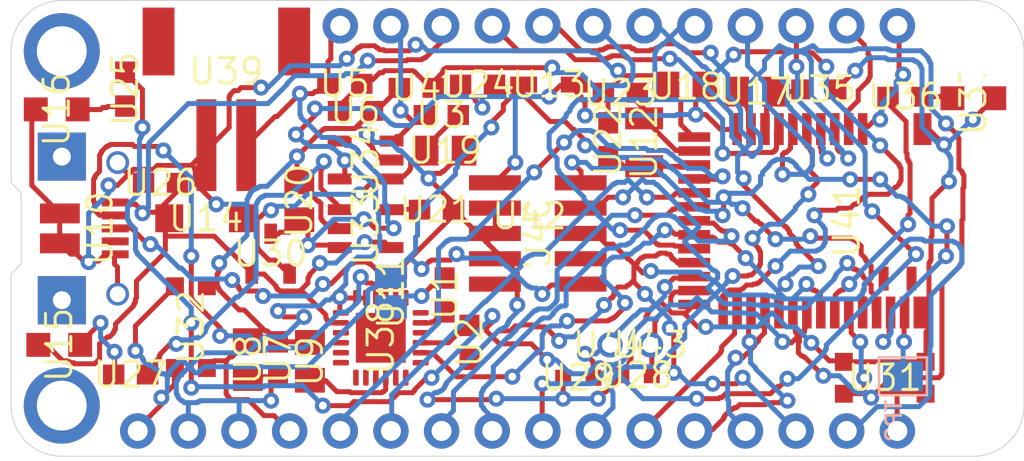
<source format=kicad_pcb>
(kicad_pcb (version 20171130) (host pcbnew 5.1.5-52549c5~84~ubuntu18.04.1)
  (layers (0 Top signal) (31 Bottom signal) (34 B.Paste user) (35 F.Paste user) (36 B.SilkS user hide) (37 F.SilkS user) (38 B.Mask user) (39 F.Mask user hide) (44 Edge.Cuts user))
  (net 0 "")
  (net 1 GND)
  (net 2 3.3V)
  (net 3 VBAT)
  (net 4 VBUS)
  (net 5 /RESET)
  (net 6 /DFU)
  (net 7 /TXD)
  (net 8 /RXD)
  (net 9 /MISO)
  (net 10 /MOSI)
  (net 11 /SCK)
  (net 12 /A5/0.29)
  (net 13 /A4/0.28)
  (net 14 /A3/0.05)
  (net 15 /A2/0.04)
  (net 16 /A1/0.03)
  (net 17 /A0/0.02)
  (net 18 /SDA)
  (net 19 /SCL)
  (net 20 /P0.27)
  (net 21 /A6/P0.30)
  (net 22 /A7/P0.31)
  (net 23 /P0.11)
  (net 24 /P0.07)
  (net 25 /P0.15)
  (net 26 /P0.16)
  (net 27 /EN)
  (net 28 "Net-(U1-Pad41)")
  (net 29 "Net-(U1-Pad40)")
  (net 30 /FRST)
  (net 31 /SWDIO)
  (net 32 /SWCLK)
  (net 33 /LED2)
  (net 34 /SWO)
  (net 35 /LED1)
  (net 36 /P0.10/NFC2)
  (net 37 /P0.09/NFC1)
  (net 38 "Net-(C2-Pad1)")
  (net 39 "Net-(C1-Pad1)")
  (net 40 "Net-(L2-Pad2)")
  (net 41 "Net-(C4-Pad1)")
  (net 42 "Net-(X1-Pad8)")
  (net 43 "Net-(D1-PadA)")
  (net 44 "Net-(D2-PadA)")
  (net 45 "Net-(R8-Pad1)")
  (net 46 "Net-(R3-Pad2)")
  (net 47 "Net-(C6-Pad1)")
  (net 48 "Net-(U2-Pad4)")
  (net 49 "Net-(X3-PadID)")
  (net 50 /USBD+)
  (net 51 /USBD-)
  (net 52 "Net-(U4-Pad24)")
  (net 53 /DTR)
  (net 54 "Net-(U4-Pad22)")
  (net 55 "Net-(R9-Pad1)")
  (net 56 "Net-(U4-Pad19)")
  (net 57 "Net-(U4-Pad18)")
  (net 58 "Net-(U4-Pad17)")
  (net 59 "Net-(C7-Pad1)")
  (net 60 "Net-(U4-Pad15)")
  (net 61 "Net-(U4-Pad14)")
  (net 62 "Net-(U4-Pad13)")
  (net 63 "Net-(U4-Pad12)")
  (net 64 "Net-(U4-Pad11)")
  (net 65 "Net-(U4-Pad10)")
  (net 66 "Net-(U4-Pad9)")
  (net 67 "Net-(U4-Pad1)")
  (net 68 "Net-(C11-Pad1)")
  (net 69 "Net-(CHG1-PadC)")
  (module "Adafruit nRF52 Bluefruit Feather:0603-NO" (layer Top) (at 144.843499 108.343700 270.000000)
    (fp_text reference "U1")
    (fp_text value "")
  )
  (module "Adafruit nRF52 Bluefruit Feather:0603-NO" (layer Top) (at 146.088099 110.718600 270.000000)
    (fp_text reference "U2")
    (fp_text value "")
  )
  (module "Adafruit nRF52 Bluefruit Feather:0603-NO" (layer Top) (at 144.678399 99.314000)
    (fp_text reference "U3")
    (fp_text value "")
  )
  (module "Adafruit nRF52 Bluefruit Feather:0603-NO" (layer Top) (at 143.421099 97.955100 180.000000)
    (fp_text reference "U4")
    (fp_text value "")
  )
  (module "Adafruit nRF52 Bluefruit Feather:0603-NO" (layer Top) (at 139.839699 97.751900)
    (fp_text reference "U5")
    (fp_text value "")
  )
  (module "Adafruit nRF52 Bluefruit Feather:0603-NO" (layer Top) (at 140.373099 99.110800)
    (fp_text reference "U6")
    (fp_text value "")
  )
  (module "Adafruit nRF52 Bluefruit Feather:0603-NO" (layer Top) (at 136.486899 111.544100 90.000000)
    (fp_text reference "U7")
    (fp_text value "")
  )
  (module "Adafruit nRF52 Bluefruit Feather:0805-NO" (layer Top) (at 134.975599 111.582200 90.000000)
    (fp_text reference "U8")
    (fp_text value "")
  )
  (module "Adafruit nRF52 Bluefruit Feather:0805-NO" (layer Top) (at 138.087099 111.671100 90.000000)
    (fp_text reference "U9")
    (fp_text value "")
  )
  (module "Adafruit nRF52 Bluefruit Feather:4UCONN_20329_V2" (layer Top) (at 127.546099 105.003600 270.000000)
    (fp_text reference "U10")
    (fp_text value "")
  )
  (module "Adafruit nRF52 Bluefruit Feather:SOLDERJUMPER_CLOSEDWIRE" (layer Bottom) (at 142.151099 108.178600 270.000000)
    (fp_text reference "U11")
    (fp_text value "")
  )
  (module "Adafruit nRF52 Bluefruit Feather:PAD-1.5X2.0" (layer Bottom) (at 167.830499 112.420400 270.000000)
    (fp_text reference TP2)
    (fp_text value FRST)
  )
  (module "Adafruit nRF52 Bluefruit Feather:XTAL3215" (layer Top) (at 154.851099 100.685600 90.000000)
    (fp_text reference "U12")
    (fp_text value "")
  )
  (module "Adafruit nRF52 Bluefruit Feather:SOD-323" (layer Top) (at 150.075899 97.790000 180.000000)
    (fp_text reference "U13")
    (fp_text value "")
  )
  (module "Adafruit nRF52 Bluefruit Feather:SOD-123" (layer Top) (at 132.880099 104.495600 180.000000)
    (fp_text reference "U14")
    (fp_text value "")
  )
  (module "Adafruit nRF52 Bluefruit Feather:CHIPLED_0805_NOOUTLINE" (layer Top) (at 125.514099 110.845600 270.000000)
    (fp_text reference "U15")
    (fp_text value "")
  )
  (module "Adafruit nRF52 Bluefruit Feather:CHIPLED_0805_NOOUTLINE" (layer Top) (at 125.387099 99.034600 90.000000)
    (fp_text reference "U16")
    (fp_text value "")
  )
  (module "Adafruit nRF52 Bluefruit Feather:0805-NO" (layer Top) (at 160.439099 98.145600 180.000000)
    (fp_text reference "U17")
    (fp_text value "")
  )
  (module "Adafruit nRF52 Bluefruit Feather:0805-NO" (layer Top) (at 156.946599 97.891600 180.000000)
    (fp_text reference "U18")
    (fp_text value "")
  )
  (module "Adafruit nRF52 Bluefruit Feather:0805-NO" (layer Top) (at 144.868899 101.104700)
    (fp_text reference "U19")
    (fp_text value "")
  )
  (module "Adafruit nRF52 Bluefruit Feather:0805-NO" (layer Top) (at 137.553699 103.619300 90.000000)
    (fp_text reference "U20")
    (fp_text value "")
  )
  (module "Adafruit nRF52 Bluefruit Feather:0603-NO" (layer Top) (at 144.437099 104.063800)
    (fp_text reference "U21")
    (fp_text value "")
  )
  (module "Adafruit nRF52 Bluefruit Feather:0603-NO" (layer Top) (at 153.047699 100.558600 90.000000)
    (fp_text reference "U22")
    (fp_text value "")
  )
  (module "Adafruit nRF52 Bluefruit Feather:0603-NO" (layer Top) (at 153.657299 98.196400 180.000000)
    (fp_text reference "U23")
    (fp_text value "")
  )
  (module "Adafruit nRF52 Bluefruit Feather:0603-NO" (layer Top) (at 146.494499 97.790000 180.000000)
    (fp_text reference "U24")
    (fp_text value "")
  )
  (module "Adafruit nRF52 Bluefruit Feather:0603-NO" (layer Top) (at 128.816099 98.018600 90.000000)
    (fp_text reference "U25")
    (fp_text value "")
  )
  (module "Adafruit nRF52 Bluefruit Feather:0603-NO" (layer Top) (at 130.594099 102.717600)
    (fp_text reference "U26")
    (fp_text value "")
  )
  (module "Adafruit nRF52 Bluefruit Feather:0603-NO" (layer Top) (at 129.095499 112.331500)
    (fp_text reference "U27")
    (fp_text value "")
  )
  (module "Adafruit nRF52 Bluefruit Feather:_0603MP" (layer Top) (at 154.470099 112.369600 180.000000)
    (fp_text reference "U28")
    (fp_text value "")
  )
  (module "Adafruit nRF52 Bluefruit Feather:_0603MP" (layer Top) (at 151.549099 112.496600 180.000000)
    (fp_text reference "U29")
    (fp_text value "")
  )
  (module "Adafruit nRF52 Bluefruit Feather:SOT23-R" (layer Top) (at 136.118599 106.273600)
    (fp_text reference "U30")
    (fp_text value "")
  )
  (module "Adafruit nRF52 Bluefruit Feather:BTN_KMR2_4.6X2.8" (layer Top) (at 166.916099 112.496600)
    (fp_text reference "U31")
    (fp_text value "")
  )
  (module "Adafruit nRF52 Bluefruit Feather:BTN_KMR2_4.6X2.8" (layer Top) (at 132.118099 109.956600 90.000000)
    (fp_text reference "U32")
    (fp_text value "")
  )
  (module "Adafruit nRF52 Bluefruit Feather:SOT23-5" (layer Top) (at 140.881099 105.016300 270.000000)
    (fp_text reference "U33")
    (fp_text value "")
  )
  (module "Adafruit nRF52 Bluefruit Feather:SOT23-5" (layer Top) (at 140.881099 101.574600 90.000000)
    (fp_text reference "U34")
    (fp_text value "")
  )
  (module "Adafruit nRF52 Bluefruit Feather:0603-NO" (layer Top) (at 163.614099 98.031300)
    (fp_text reference "U35")
    (fp_text value "")
  )
  (module "Adafruit nRF52 Bluefruit Feather:0603-NO" (layer Top) (at 167.932099 98.399600 180.000000)
    (fp_text reference "U36")
    (fp_text value "")
  )
  (module "Adafruit nRF52 Bluefruit Feather:CHIPLED_0805_NOOUTLINE" (layer Top) (at 171.361099 98.475800 270.000000)
    (fp_text reference "U37")
    (fp_text value "")
  )
  (module "Adafruit nRF52 Bluefruit Feather:QFN24_4MM_SMSC" (layer Top) (at 141.643099 110.490000 270.000000)
    (fp_text reference "U38")
    (fp_text value "")
  )
  (module "Adafruit nRF52 Bluefruit Feather:JSTPH2" (layer Top) (at 133.896099 97.129600)
    (fp_text reference "U39")
    (fp_text value "")
  )
  (module "Adafruit nRF52 Bluefruit Feather:2X05_1.27MM_BOX_POSTS" (layer Top) (at 149.517099 105.257600 270.000000)
    (fp_text reference "U40")
    (fp_text value "")
  )
  (module "Adafruit nRF52 Bluefruit Feather:BLE_MODULE_RAYTAC_MDBT42" (layer Top) (at 165.011099 104.622600 270.000000)
    (fp_text reference "U41")
    (fp_text value "")
  )
  (module "Adafruit nRF52 Bluefruit Feather:FEATHERWING_NODIM" (layer Top) (at 123.101099 116.433600)
    (fp_text reference MS1 hide)
    (fp_text value FEATHERWING_NODIM hide)
  )
  (module "" (layer Top) (at 149.098000 104.394000)
    (fp_text reference "U42")
    (fp_text value "")
  )
  (module "Adafruit nRF52 Bluefruit Feather:1X01_2MM" (layer Top) (at 155.168599 110.845600)
    (fp_text reference "U43")
    (fp_text value "")
  )
  (module "Adafruit nRF52 Bluefruit Feather:1X01_2MM" (layer Top) (at 153.136599 110.845600)
    (fp_text reference "U44")
    (fp_text value "")
  )
  (gr_line (start 173.901099 96.1136) (end 173.901099 113.8936) (layer Edge.Cuts) (width 0.05))
  (gr_arc (start 171.361099 113.8936) (end 173.901099 113.8936) (angle 90) (layer Edge.Cuts) (width 0.05))
  (gr_line (start 171.361099 116.4336) (end 125.641099 116.4336) (layer Edge.Cuts) (width 0.05))
  (gr_arc (start 125.641099 113.8936) (end 125.641099 116.4336) (angle 90) (layer Edge.Cuts) (width 0.05))
  (gr_line (start 123.101099 113.8936) (end 123.101099 107.2896) (layer Edge.Cuts) (width 0.05))
  (gr_line (start 123.101099 107.2896) (end 123.609099 106.7816) (layer Edge.Cuts) (width 0.05))
  (gr_line (start 123.609099 106.7816) (end 123.609099 103.2256) (layer Edge.Cuts) (width 0.05))
  (gr_line (start 123.609099 103.2256) (end 123.101099 102.7176) (layer Edge.Cuts) (width 0.05))
  (gr_line (start 123.101099 102.7176) (end 123.101099 96.1136) (layer Edge.Cuts) (width 0.05))
  (gr_arc (start 125.641099 96.113601) (end 123.101099 96.1136) (angle 90) (layer Edge.Cuts) (width 0.05))
  (gr_line (start 125.641099 93.5736) (end 171.361099 93.5736) (layer Edge.Cuts) (width 0.05))
  (gr_arc (start 171.361099 96.113601) (end 171.361099 93.5736) (angle 90) (layer Edge.Cuts) (width 0.05))
  (segment (start 141.237101 99.093601) (end 141.437101 99.093601) (width 0.250000) (layer Top) (net 1))
  (segment (start 141.437101 99.093601) (end 142.587101 97.943601) (width 0.250000) (layer Top) (net 1))
  (segment (start 136.487101 110.693602) (end 135.937101 110.143602) (width 0.250000) (layer Top) (net 1))
  (segment (start 135.937101 110.143602) (end 135.837101 110.143602) (width 0.250000) (layer Top) (net 1))
  (segment (start 135.837101 110.143602) (end 134.787101 109.093602) (width 0.250000) (layer Top) (net 1))
  (segment (start 134.787101 109.093602) (end 134.537101 109.093602) (width 0.250000) (layer Top) (net 1))
  (segment (start 134.537101 109.093602) (end 133.537101 108.093602) (width 0.250000) (layer Top) (net 1))
  (segment (start 133.537101 108.093602) (end 133.537101 108.043602) (width 0.250000) (layer Top) (net 1))
  (segment (start 133.537101 108.043602) (end 133.487101 107.993602) (width 0.250000) (layer Top) (net 1))
  (segment (start 133.487101 107.993602) (end 133.487101 107.943602) (width 0.250000) (layer Top) (net 1))
  (segment (start 133.487101 107.943602) (end 133.437101 107.893602) (width 0.250000) (layer Top) (net 1))
  (segment (start 133.437101 107.893602) (end 133.437101 107.293602) (width 0.250000) (layer Top) (net 1))
  (segment (start 133.437101 107.293602) (end 133.487101 107.243602) (width 0.250000) (layer Top) (net 1))
  (segment (start 133.487101 107.243602) (end 133.487101 107.193602) (width 0.250000) (layer Top) (net 1))
  (segment (start 133.487101 107.193602) (end 133.537101 107.143602) (width 0.250000) (layer Top) (net 1))
  (segment (start 133.537101 107.143602) (end 133.537101 106.743602) (width 0.250000) (layer Top) (net 1))
  (segment (start 133.537101 106.743602) (end 134.937101 105.343602) (width 0.250000) (layer Bottom) (net 1))
  (segment (start 134.937101 105.343602) (end 134.937101 103.543602) (width 0.250000) (layer Bottom) (net 1))
  (segment (start 134.937101 103.543602) (end 134.987101 103.493602) (width 0.250000) (layer Bottom) (net 1))
  (segment (start 134.987101 103.493602) (end 134.987101 103.443602) (width 0.250000) (layer Bottom) (net 1))
  (segment (start 134.987101 103.443602) (end 135.037101 103.393602) (width 0.250000) (layer Bottom) (net 1))
  (segment (start 135.037101 103.393602) (end 135.037101 103.343602) (width 0.250000) (layer Bottom) (net 1))
  (segment (start 135.037101 103.343602) (end 135.087101 103.293602) (width 0.250000) (layer Bottom) (net 1))
  (segment (start 135.087101 103.293602) (end 135.087101 103.243602) (width 0.250000) (layer Bottom) (net 1))
  (segment (start 135.087101 103.243602) (end 135.287101 103.043602) (width 0.250000) (layer Bottom) (net 1))
  (segment (start 135.287101 103.043602) (end 135.337101 103.043602) (width 0.250000) (layer Bottom) (net 1))
  (segment (start 135.337101 103.043602) (end 135.387101 102.993602) (width 0.250000) (layer Bottom) (net 1))
  (segment (start 135.387101 102.993602) (end 135.437101 102.993602) (width 0.250000) (layer Bottom) (net 1))
  (segment (start 135.437101 102.993602) (end 135.487101 102.943602) (width 0.250000) (layer Bottom) (net 1))
  (segment (start 135.487101 102.943602) (end 135.537101 102.943602) (width 0.250000) (layer Bottom) (net 1))
  (segment (start 135.537101 102.943602) (end 135.587101 102.893602) (width 0.250000) (layer Bottom) (net 1))
  (segment (start 135.587101 102.893602) (end 135.937101 102.893602) (width 0.250000) (layer Bottom) (net 1))
  (segment (start 135.937101 102.893602) (end 137.437101 101.393602) (width 0.250000) (layer Bottom) (net 1))
  (segment (start 137.437101 101.393602) (end 138.037101 100.793602) (width 0.250000) (layer Top) (net 1))
  (segment (start 138.037101 100.793602) (end 138.037101 100.743602) (width 0.250000) (layer Top) (net 1))
  (segment (start 138.037101 100.743602) (end 138.737101 100.043601) (width 0.250000) (layer Top) (net 1))
  (segment (start 138.737101 100.043601) (end 138.787101 100.043601) (width 0.250000) (layer Top) (net 1))
  (segment (start 138.787101 100.043601) (end 138.837101 99.993601) (width 0.250000) (layer Top) (net 1))
  (segment (start 138.837101 99.993601) (end 140.337101 99.993601) (width 0.250000) (layer Top) (net 1))
  (segment (start 140.337101 99.993601) (end 141.237101 99.093601) (width 0.250000) (layer Top) (net 1))
  (segment (start 134.987101 110.643602) (end 135.037101 110.643602) (width 0.250000) (layer Top) (net 1))
  (segment (start 135.037101 110.643602) (end 135.687101 109.993602) (width 0.250000) (layer Top) (net 1))
  (segment (start 138.087101 110.743602) (end 138.037101 110.693602) (width 0.250000) (layer Top) (net 1))
  (segment (start 138.037101 110.693602) (end 136.487101 110.693602) (width 0.250000) (layer Top) (net 1))
  (segment (start 125.537101 105.743602) (end 126.087101 106.293602) (width 0.250000) (layer Top) (net 1))
  (segment (start 126.087101 106.293602) (end 126.387101 106.293602) (width 0.250000) (layer Top) (net 1))
  (segment (start 126.387101 106.293602) (end 126.787101 106.693602) (width 0.250000) (layer Top) (net 1))
  (segment (start 126.787101 106.693602) (end 126.987101 106.693602) (width 0.250000) (layer Top) (net 1))
  (segment (start 126.987101 106.693602) (end 126.987101 104.243602) (width 0.250000) (layer Bottom) (net 1))
  (segment (start 126.987101 104.243602) (end 127.987101 103.243602) (width 0.250000) (layer Bottom) (net 1))
  (segment (start 127.987101 103.243602) (end 127.987101 102.843602) (width 0.250000) (layer Bottom) (net 1))
  (segment (start 127.987101 102.843602) (end 128.437101 102.843602) (width 0.250000) (layer Top) (net 1))
  (segment (start 128.437101 102.843602) (end 129.237101 102.043602) (width 0.250000) (layer Top) (net 1))
  (segment (start 129.237101 102.043602) (end 130.237101 102.043602) (width 0.250000) (layer Top) (net 1))
  (segment (start 130.237101 102.043602) (end 130.437101 101.843602) (width 0.250000) (layer Top) (net 1))
  (segment (start 130.437101 101.843602) (end 132.137101 101.843602) (width 0.250000) (layer Top) (net 1))
  (segment (start 132.137101 101.843602) (end 132.187101 101.893602) (width 0.250000) (layer Top) (net 1))
  (segment (start 132.187101 101.893602) (end 132.237101 101.893602) (width 0.250000) (layer Top) (net 1))
  (segment (start 132.237101 101.893602) (end 132.287101 101.943602) (width 0.250000) (layer Top) (net 1))
  (segment (start 132.287101 101.943602) (end 132.287101 101.993602) (width 0.250000) (layer Top) (net 1))
  (segment (start 132.287101 101.993602) (end 132.337101 102.043602) (width 0.250000) (layer Top) (net 1))
  (segment (start 132.337101 102.043602) (end 132.337101 102.743602) (width 0.250000) (layer Top) (net 1))
  (segment (start 132.337101 102.743602) (end 133.387101 103.793602) (width 0.250000) (layer Top) (net 1))
  (segment (start 133.387101 103.793602) (end 134.937101 103.793602) (width 0.250000) (layer Bottom) (net 1))
  (segment (start 125.537101 104.243602) (end 125.537101 105.743602) (width 0.250000) (layer Top) (net 1))
  (segment (start 128.337101 106.293602) (end 128.287101 106.343602) (width 0.250000) (layer Top) (net 1))
  (segment (start 128.287101 106.343602) (end 127.787101 106.343602) (width 0.250000) (layer Top) (net 1))
  (segment (start 127.787101 106.343602) (end 127.487101 106.643602) (width 0.250000) (layer Top) (net 1))
  (segment (start 127.487101 106.643602) (end 127.037101 106.643602) (width 0.250000) (layer Top) (net 1))
  (segment (start 127.037101 106.643602) (end 126.987101 106.693602) (width 0.250000) (layer Top) (net 1))
  (segment (start 128.437101 108.293602) (end 128.437101 106.943602) (width 0.250000) (layer Top) (net 1))
  (segment (start 128.437101 106.943602) (end 128.287101 106.793602) (width 0.250000) (layer Top) (net 1))
  (segment (start 128.287101 106.793602) (end 128.287101 106.343602) (width 0.250000) (layer Top) (net 1))
  (segment (start 128.437101 101.693602) (end 128.437101 101.743602) (width 0.250000) (layer Top) (net 1))
  (segment (start 128.437101 101.743602) (end 128.987101 102.293602) (width 0.250000) (layer Top) (net 1))
  (segment (start 124.337101 99.043601) (end 124.337101 99.093601) (width 0.250000) (layer Top) (net 1))
  (segment (start 124.337101 99.093601) (end 124.137101 99.293601) (width 0.250000) (layer Top) (net 1))
  (segment (start 124.137101 99.293601) (end 124.137101 102.843602) (width 0.250000) (layer Top) (net 1))
  (segment (start 124.137101 102.843602) (end 125.537101 104.243602) (width 0.250000) (layer Top) (net 1))
  (segment (start 155.987101 97.893601) (end 155.937101 97.843601) (width 0.250000) (layer Top) (net 1))
  (segment (start 155.937101 97.843601) (end 155.737101 97.843601) (width 0.250000) (layer Top) (net 1))
  (segment (start 155.737101 97.843601) (end 155.237101 97.343601) (width 0.250000) (layer Top) (net 1))
  (segment (start 155.237101 97.343601) (end 153.787101 97.343601) (width 0.250000) (layer Top) (net 1))
  (segment (start 153.787101 97.343601) (end 153.537101 97.093601) (width 0.250000) (layer Top) (net 1))
  (segment (start 153.537101 97.093601) (end 153.487101 97.043601) (width 0.250000) (layer Bottom) (net 1))
  (segment (start 153.487101 97.043601) (end 153.287101 97.043601) (width 0.250000) (layer Bottom) (net 1))
  (segment (start 153.287101 97.043601) (end 152.437101 96.193601) (width 0.250000) (layer Bottom) (net 1))
  (segment (start 152.437101 96.193601) (end 152.237101 96.193601) (width 0.250000) (layer Bottom) (net 1))
  (segment (start 152.237101 96.193601) (end 152.137101 96.093601) (width 0.250000) (layer Bottom) (net 1))
  (segment (start 152.137101 96.093601) (end 143.987101 96.093601) (width 0.250000) (layer Bottom) (net 1))
  (segment (start 143.987101 96.093601) (end 143.687101 95.793601) (width 0.250000) (layer Bottom) (net 1))
  (segment (start 143.687101 95.793601) (end 143.387101 95.793601) (width 0.250000) (layer Bottom) (net 1))
  (segment (start 143.387101 95.793601) (end 143.087101 96.093601) (width 0.250000) (layer Top) (net 1))
  (segment (start 143.087101 96.093601) (end 141.837101 96.093601) (width 0.250000) (layer Top) (net 1))
  (segment (start 141.837101 96.093601) (end 141.787101 96.043601) (width 0.250000) (layer Top) (net 1))
  (segment (start 141.787101 96.043601) (end 141.587101 96.043601) (width 0.250000) (layer Top) (net 1))
  (segment (start 141.587101 96.043601) (end 141.487101 95.943601) (width 0.250000) (layer Top) (net 1))
  (segment (start 141.487101 95.943601) (end 141.437101 95.943601) (width 0.250000) (layer Top) (net 1))
  (segment (start 141.437101 95.943601) (end 141.337101 95.843601) (width 0.250000) (layer Top) (net 1))
  (segment (start 141.337101 95.843601) (end 140.687101 95.843601) (width 0.250000) (layer Top) (net 1))
  (segment (start 140.687101 95.843601) (end 140.637101 95.893601) (width 0.250000) (layer Top) (net 1))
  (segment (start 140.637101 95.893601) (end 140.587101 95.893601) (width 0.250000) (layer Top) (net 1))
  (segment (start 140.587101 95.893601) (end 140.537101 95.943601) (width 0.250000) (layer Top) (net 1))
  (segment (start 140.537101 95.943601) (end 140.487101 95.943601) (width 0.250000) (layer Top) (net 1))
  (segment (start 140.487101 95.943601) (end 139.937101 96.493601) (width 0.250000) (layer Top) (net 1))
  (segment (start 139.937101 96.493601) (end 139.587101 96.843601) (width 0.250000) (layer Bottom) (net 1))
  (segment (start 139.587101 96.843601) (end 137.137101 96.843601) (width 0.250000) (layer Bottom) (net 1))
  (segment (start 137.137101 96.843601) (end 137.087101 96.893601) (width 0.250000) (layer Bottom) (net 1))
  (segment (start 137.087101 96.893601) (end 137.037101 96.893601) (width 0.250000) (layer Bottom) (net 1))
  (segment (start 137.037101 96.893601) (end 135.987101 97.943601) (width 0.250000) (layer Bottom) (net 1))
  (segment (start 135.987101 97.943601) (end 135.637101 97.943601) (width 0.250000) (layer Bottom) (net 1))
  (segment (start 135.637101 97.943601) (end 134.637101 97.943601) (width 0.250000) (layer Top) (net 1))
  (segment (start 134.637101 97.943601) (end 134.487101 98.093601) (width 0.250000) (layer Top) (net 1))
  (segment (start 134.487101 98.093601) (end 134.287101 98.093601) (width 0.250000) (layer Top) (net 1))
  (segment (start 134.287101 98.093601) (end 134.087101 98.293601) (width 0.250000) (layer Top) (net 1))
  (segment (start 134.087101 98.293601) (end 134.087101 98.343601) (width 0.250000) (layer Top) (net 1))
  (segment (start 134.087101 98.343601) (end 134.037101 98.393601) (width 0.250000) (layer Top) (net 1))
  (segment (start 134.037101 98.393601) (end 134.037101 99.943601) (width 0.250000) (layer Top) (net 1))
  (segment (start 134.037101 99.943601) (end 132.137101 101.843602) (width 0.250000) (layer Top) (net 1))
  (segment (start 145.837101 101.093602) (end 144.787101 102.143602) (width 0.250000) (layer Top) (net 1))
  (segment (start 144.787101 102.143602) (end 144.737101 102.143602) (width 0.250000) (layer Top) (net 1))
  (segment (start 144.737101 102.143602) (end 144.637101 102.243602) (width 0.250000) (layer Top) (net 1))
  (segment (start 144.637101 102.243602) (end 144.287101 102.243602) (width 0.250000) (layer Top) (net 1))
  (segment (start 144.287101 102.243602) (end 144.037101 102.493602) (width 0.250000) (layer Top) (net 1))
  (segment (start 144.037101 102.493602) (end 142.637101 101.093602) (width 0.250000) (layer Bottom) (net 1))
  (segment (start 142.637101 101.093602) (end 142.537101 101.093602) (width 0.250000) (layer Bottom) (net 1))
  (segment (start 142.537101 101.093602) (end 142.137101 100.693602) (width 0.250000) (layer Bottom) (net 1))
  (segment (start 142.137101 100.693602) (end 141.337101 100.693602) (width 0.250000) (layer Bottom) (net 1))
  (segment (start 141.337101 100.693602) (end 140.937101 100.293601) (width 0.250000) (layer Bottom) (net 1))
  (segment (start 140.937101 100.293601) (end 140.487101 99.843601) (width 0.250000) (layer Top) (net 1))
  (segment (start 137.537101 102.693602) (end 137.437101 102.593602) (width 0.250000) (layer Top) (net 1))
  (segment (start 137.437101 102.593602) (end 137.437101 101.393602) (width 0.250000) (layer Top) (net 1))
  (segment (start 145.287101 104.043602) (end 145.187101 103.943602) (width 0.250000) (layer Top) (net 1))
  (segment (start 145.187101 103.943602) (end 145.187101 103.643602) (width 0.250000) (layer Top) (net 1))
  (segment (start 145.187101 103.643602) (end 144.037101 102.493602) (width 0.250000) (layer Top) (net 1))
  (segment (start 153.037101 99.693601) (end 153.037101 98.093601) (width 0.250000) (layer Top) (net 1))
  (segment (start 153.037101 98.093601) (end 153.787101 97.343601) (width 0.250000) (layer Top) (net 1))
  (segment (start 152.787101 98.193601) (end 153.037101 98.193601) (width 0.250000) (layer Top) (net 1))
  (segment (start 129.737101 102.693602) (end 129.737101 102.043602) (width 0.250000) (layer Top) (net 1))
  (segment (start 153.687101 112.393602) (end 153.687101 112.443602) (width 0.250000) (layer Top) (net 1))
  (segment (start 153.687101 112.443602) (end 152.937101 113.193602) (width 0.250000) (layer Top) (net 1))
  (segment (start 152.937101 113.193602) (end 152.887101 113.193602) (width 0.250000) (layer Top) (net 1))
  (segment (start 152.887101 113.193602) (end 152.537101 113.543602) (width 0.250000) (layer Top) (net 1))
  (segment (start 152.537101 113.543602) (end 147.437101 113.543602) (width 0.250000) (layer Bottom) (net 1))
  (segment (start 147.437101 113.543602) (end 147.387101 113.593602) (width 0.250000) (layer Top) (net 1))
  (segment (start 147.387101 113.593602) (end 143.987101 113.593602) (width 0.250000) (layer Top) (net 1))
  (segment (start 143.987101 113.593602) (end 144.337101 113.243602) (width 0.250000) (layer Bottom) (net 1))
  (segment (start 144.337101 113.243602) (end 144.487101 113.243602) (width 0.250000) (layer Bottom) (net 1))
  (segment (start 144.487101 113.243602) (end 144.537101 113.193602) (width 0.250000) (layer Bottom) (net 1))
  (segment (start 144.537101 113.193602) (end 144.587101 113.193602) (width 0.250000) (layer Bottom) (net 1))
  (segment (start 144.587101 113.193602) (end 144.637101 113.143602) (width 0.250000) (layer Bottom) (net 1))
  (segment (start 144.637101 113.143602) (end 144.687101 113.143602) (width 0.250000) (layer Bottom) (net 1))
  (segment (start 144.687101 113.143602) (end 144.837101 112.993602) (width 0.250000) (layer Bottom) (net 1))
  (segment (start 144.837101 112.993602) (end 144.837101 112.943602) (width 0.250000) (layer Bottom) (net 1))
  (segment (start 144.837101 112.943602) (end 144.887101 112.893602) (width 0.250000) (layer Bottom) (net 1))
  (segment (start 144.887101 112.893602) (end 144.887101 112.843602) (width 0.250000) (layer Bottom) (net 1))
  (segment (start 144.887101 112.843602) (end 144.937101 112.793602) (width 0.250000) (layer Bottom) (net 1))
  (segment (start 144.937101 112.793602) (end 144.937101 112.743602) (width 0.250000) (layer Bottom) (net 1))
  (segment (start 144.937101 112.743602) (end 147.587101 110.093602) (width 0.250000) (layer Bottom) (net 1))
  (segment (start 147.587101 110.093602) (end 147.637101 110.093602) (width 0.250000) (layer Bottom) (net 1))
  (segment (start 147.637101 110.093602) (end 147.687101 110.043602) (width 0.250000) (layer Bottom) (net 1))
  (segment (start 147.687101 110.043602) (end 147.737101 110.043602) (width 0.250000) (layer Bottom) (net 1))
  (segment (start 147.737101 110.043602) (end 147.787101 109.993602) (width 0.250000) (layer Bottom) (net 1))
  (segment (start 147.787101 109.993602) (end 147.837101 109.993602) (width 0.250000) (layer Bottom) (net 1))
  (segment (start 147.837101 109.993602) (end 147.987101 109.843602) (width 0.250000) (layer Bottom) (net 1))
  (segment (start 147.987101 109.843602) (end 147.987101 109.793602) (width 0.250000) (layer Bottom) (net 1))
  (segment (start 147.987101 109.793602) (end 148.037101 109.743602) (width 0.250000) (layer Bottom) (net 1))
  (segment (start 148.037101 109.743602) (end 148.037101 109.693602) (width 0.250000) (layer Bottom) (net 1))
  (segment (start 148.037101 109.693602) (end 148.087101 109.643602) (width 0.250000) (layer Bottom) (net 1))
  (segment (start 148.087101 109.643602) (end 148.087101 109.593602) (width 0.250000) (layer Bottom) (net 1))
  (segment (start 148.087101 109.593602) (end 148.487101 109.193602) (width 0.250000) (layer Bottom) (net 1))
  (segment (start 148.487101 109.193602) (end 148.487101 108.843602) (width 0.250000) (layer Bottom) (net 1))
  (segment (start 148.487101 108.843602) (end 148.487101 107.243602) (width 0.250000) (layer Top) (net 1))
  (segment (start 148.487101 107.243602) (end 145.287101 104.043602) (width 0.250000) (layer Top) (net 1))
  (segment (start 150.787101 112.493602) (end 150.787101 113.543602) (width 0.250000) (layer Top) (net 1))
  (segment (start 164.887101 111.693602) (end 164.837101 111.643602) (width 0.250000) (layer Top) (net 1))
  (segment (start 164.837101 111.643602) (end 164.137101 111.643602) (width 0.250000) (layer Top) (net 1))
  (segment (start 164.137101 111.643602) (end 163.237101 110.743602) (width 0.250000) (layer Top) (net 1))
  (segment (start 163.237101 110.743602) (end 162.437101 109.943602) (width 0.250000) (layer Bottom) (net 1))
  (segment (start 162.437101 109.943602) (end 161.987101 109.943602) (width 0.250000) (layer Bottom) (net 1))
  (segment (start 161.987101 109.943602) (end 161.287101 109.243602) (width 0.250000) (layer Bottom) (net 1))
  (segment (start 161.287101 109.243602) (end 161.237101 109.243602) (width 0.250000) (layer Bottom) (net 1))
  (segment (start 161.237101 109.243602) (end 160.537101 109.943602) (width 0.250000) (layer Bottom) (net 1))
  (segment (start 160.537101 109.943602) (end 157.937101 109.943602) (width 0.250000) (layer Bottom) (net 1))
  (segment (start 157.937101 109.943602) (end 157.537101 109.943602) (width 0.250000) (layer Top) (net 1))
  (segment (start 157.537101 109.943602) (end 156.837101 109.243602) (width 0.250000) (layer Top) (net 1))
  (segment (start 156.837101 109.243602) (end 156.237101 109.243602) (width 0.250000) (layer Top) (net 1))
  (segment (start 156.237101 109.243602) (end 155.687101 108.693602) (width 0.250000) (layer Top) (net 1))
  (segment (start 155.687101 108.693602) (end 155.637101 108.693602) (width 0.250000) (layer Top) (net 1))
  (segment (start 155.637101 108.693602) (end 155.487101 108.843602) (width 0.250000) (layer Top) (net 1))
  (segment (start 155.487101 108.843602) (end 155.437101 108.843602) (width 0.250000) (layer Top) (net 1))
  (segment (start 155.437101 108.843602) (end 155.387101 108.893602) (width 0.250000) (layer Top) (net 1))
  (segment (start 155.387101 108.893602) (end 155.337101 108.893602) (width 0.250000) (layer Top) (net 1))
  (segment (start 155.337101 108.893602) (end 155.087101 109.143602) (width 0.250000) (layer Top) (net 1))
  (segment (start 155.087101 109.143602) (end 155.087101 109.193602) (width 0.250000) (layer Top) (net 1))
  (segment (start 155.087101 109.193602) (end 155.037101 109.243602) (width 0.250000) (layer Top) (net 1))
  (segment (start 155.037101 109.243602) (end 155.037101 109.293602) (width 0.250000) (layer Top) (net 1))
  (segment (start 155.037101 109.293602) (end 154.987101 109.343602) (width 0.250000) (layer Top) (net 1))
  (segment (start 154.987101 109.343602) (end 154.987101 109.393602) (width 0.250000) (layer Top) (net 1))
  (segment (start 154.987101 109.393602) (end 154.937101 109.443602) (width 0.250000) (layer Top) (net 1))
  (segment (start 154.937101 109.443602) (end 154.937101 109.593602) (width 0.250000) (layer Top) (net 1))
  (segment (start 154.937101 109.593602) (end 154.337101 110.193602) (width 0.250000) (layer Top) (net 1))
  (segment (start 154.337101 110.193602) (end 154.337101 110.243602) (width 0.250000) (layer Top) (net 1))
  (segment (start 154.337101 110.243602) (end 154.287101 110.293602) (width 0.250000) (layer Top) (net 1))
  (segment (start 154.287101 110.293602) (end 154.287101 110.343602) (width 0.250000) (layer Top) (net 1))
  (segment (start 154.287101 110.343602) (end 154.237101 110.393602) (width 0.250000) (layer Top) (net 1))
  (segment (start 154.237101 110.393602) (end 154.237101 110.443602) (width 0.250000) (layer Top) (net 1))
  (segment (start 154.237101 110.443602) (end 154.187101 110.493602) (width 0.250000) (layer Top) (net 1))
  (segment (start 154.187101 110.493602) (end 154.187101 111.643602) (width 0.250000) (layer Top) (net 1))
  (segment (start 154.187101 111.643602) (end 154.087101 111.743602) (width 0.250000) (layer Top) (net 1))
  (segment (start 154.087101 111.743602) (end 154.087101 111.843602) (width 0.250000) (layer Top) (net 1))
  (segment (start 154.087101 111.843602) (end 153.837101 112.093602) (width 0.250000) (layer Top) (net 1))
  (segment (start 153.837101 112.093602) (end 153.837101 112.243602) (width 0.250000) (layer Top) (net 1))
  (segment (start 153.837101 112.243602) (end 153.687101 112.393602) (width 0.250000) (layer Top) (net 1))
  (segment (start 168.987102 111.693602) (end 164.887101 111.693602) (width 0.250000) (layer Top) (net 1))
  (segment (start 132.937101 111.993602) (end 133.287101 111.643602) (width 0.250000) (layer Top) (net 1))
  (segment (start 133.287101 111.643602) (end 133.887101 111.643602) (width 0.250000) (layer Top) (net 1))
  (segment (start 133.887101 111.643602) (end 134.087101 111.443602) (width 0.250000) (layer Top) (net 1))
  (segment (start 134.087101 111.443602) (end 134.187101 111.443602) (width 0.250000) (layer Top) (net 1))
  (segment (start 134.187101 111.443602) (end 134.987101 110.643602) (width 0.250000) (layer Top) (net 1))
  (segment (start 132.937101 107.893602) (end 133.437101 107.893602) (width 0.250000) (layer Top) (net 1))
  (segment (start 139.587101 104.993602) (end 139.387101 104.793602) (width 0.250000) (layer Top) (net 1))
  (segment (start 139.387101 104.793602) (end 138.887101 104.793602) (width 0.250000) (layer Top) (net 1))
  (segment (start 138.887101 104.793602) (end 138.687101 104.593602) (width 0.250000) (layer Top) (net 1))
  (segment (start 138.687101 104.593602) (end 138.687101 104.543602) (width 0.250000) (layer Top) (net 1))
  (segment (start 138.687101 104.543602) (end 138.637101 104.493602) (width 0.250000) (layer Top) (net 1))
  (segment (start 138.637101 104.493602) (end 138.637101 103.743602) (width 0.250000) (layer Top) (net 1))
  (segment (start 138.637101 103.743602) (end 138.537101 103.643602) (width 0.250000) (layer Top) (net 1))
  (segment (start 138.537101 103.643602) (end 138.487101 103.643602) (width 0.250000) (layer Top) (net 1))
  (segment (start 138.487101 103.643602) (end 137.537101 102.693602) (width 0.250000) (layer Top) (net 1))
  (segment (start 142.187101 101.593602) (end 142.137101 101.543602) (width 0.250000) (layer Top) (net 1))
  (segment (start 142.137101 101.543602) (end 141.687101 101.543602) (width 0.250000) (layer Top) (net 1))
  (segment (start 141.687101 101.543602) (end 141.287101 101.143602) (width 0.250000) (layer Top) (net 1))
  (segment (start 141.287101 101.143602) (end 141.287101 101.093602) (width 0.250000) (layer Top) (net 1))
  (segment (start 141.287101 101.093602) (end 141.237101 101.043602) (width 0.250000) (layer Top) (net 1))
  (segment (start 141.237101 101.043602) (end 141.237101 100.943602) (width 0.250000) (layer Top) (net 1))
  (segment (start 141.237101 100.943602) (end 140.987101 100.693602) (width 0.250000) (layer Top) (net 1))
  (segment (start 140.987101 100.693602) (end 140.987101 100.393601) (width 0.250000) (layer Top) (net 1))
  (segment (start 140.987101 100.393601) (end 140.937101 100.343601) (width 0.250000) (layer Top) (net 1))
  (segment (start 140.937101 100.343601) (end 140.937101 100.293601) (width 0.250000) (layer Top) (net 1))
  (segment (start 164.487101 98.043601) (end 165.437101 97.093601) (width 0.250000) (layer Top) (net 1))
  (segment (start 165.437101 97.093601) (end 166.087101 96.443601) (width 0.250000) (layer Bottom) (net 1))
  (segment (start 166.087101 96.443601) (end 166.937101 96.443601) (width 0.250000) (layer Bottom) (net 1))
  (segment (start 166.937101 96.443601) (end 166.987101 96.493601) (width 0.250000) (layer Bottom) (net 1))
  (segment (start 166.987101 96.493601) (end 167.037101 96.493601) (width 0.250000) (layer Bottom) (net 1))
  (segment (start 167.037101 96.493601) (end 167.087101 96.543601) (width 0.250000) (layer Bottom) (net 1))
  (segment (start 167.087101 96.543601) (end 168.337102 96.543601) (width 0.250000) (layer Bottom) (net 1))
  (segment (start 168.337102 96.543601) (end 168.387102 96.593601) (width 0.250000) (layer Bottom) (net 1))
  (segment (start 168.387102 96.593601) (end 168.437102 96.593601) (width 0.250000) (layer Bottom) (net 1))
  (segment (start 168.437102 96.593601) (end 168.487102 96.643601) (width 0.250000) (layer Bottom) (net 1))
  (segment (start 168.487102 96.643601) (end 168.537102 96.643601) (width 0.250000) (layer Bottom) (net 1))
  (segment (start 168.537102 96.643601) (end 168.687102 96.793601) (width 0.250000) (layer Bottom) (net 1))
  (segment (start 168.687102 96.793601) (end 168.687102 96.843601) (width 0.250000) (layer Bottom) (net 1))
  (segment (start 168.687102 96.843601) (end 168.737102 96.893601) (width 0.250000) (layer Bottom) (net 1))
  (segment (start 168.737102 96.893601) (end 168.737102 96.943601) (width 0.250000) (layer Bottom) (net 1))
  (segment (start 168.737102 96.943601) (end 168.787102 96.993601) (width 0.250000) (layer Bottom) (net 1))
  (segment (start 168.787102 96.993601) (end 168.787102 99.943601) (width 0.250000) (layer Bottom) (net 1))
  (segment (start 168.787102 99.943601) (end 170.137102 101.293602) (width 0.250000) (layer Bottom) (net 1))
  (segment (start 170.137102 101.293602) (end 170.137102 101.343602) (width 0.250000) (layer Bottom) (net 1))
  (segment (start 170.137102 101.343602) (end 170.187102 101.393602) (width 0.250000) (layer Bottom) (net 1))
  (segment (start 170.187102 101.393602) (end 170.187102 101.443602) (width 0.250000) (layer Bottom) (net 1))
  (segment (start 170.187102 101.443602) (end 170.237102 101.493602) (width 0.250000) (layer Bottom) (net 1))
  (segment (start 170.237102 101.493602) (end 170.237102 102.093602) (width 0.250000) (layer Bottom) (net 1))
  (segment (start 170.237102 102.093602) (end 170.187102 102.143602) (width 0.250000) (layer Bottom) (net 1))
  (segment (start 170.187102 102.143602) (end 170.187102 102.193602) (width 0.250000) (layer Bottom) (net 1))
  (segment (start 170.187102 102.193602) (end 170.137102 102.243602) (width 0.250000) (layer Bottom) (net 1))
  (segment (start 170.137102 102.243602) (end 170.137102 102.643602) (width 0.250000) (layer Bottom) (net 1))
  (segment (start 170.137102 102.643602) (end 169.287102 103.493602) (width 0.250000) (layer Top) (net 1))
  (segment (start 169.287102 103.493602) (end 169.287102 105.393602) (width 0.250000) (layer Top) (net 1))
  (segment (start 169.287102 105.393602) (end 169.237102 105.443602) (width 0.250000) (layer Top) (net 1))
  (segment (start 169.237102 105.443602) (end 169.237102 106.593602) (width 0.250000) (layer Top) (net 1))
  (segment (start 169.237102 106.593602) (end 169.187102 106.643602) (width 0.250000) (layer Top) (net 1))
  (segment (start 169.187102 106.643602) (end 169.187102 106.693602) (width 0.250000) (layer Top) (net 1))
  (segment (start 169.187102 106.693602) (end 169.137102 106.743602) (width 0.250000) (layer Top) (net 1))
  (segment (start 169.137102 106.743602) (end 169.137102 108.493602) (width 0.250000) (layer Top) (net 1))
  (segment (start 169.137102 108.493602) (end 169.087102 108.543602) (width 0.250000) (layer Top) (net 1))
  (segment (start 169.087102 108.543602) (end 169.087102 110.093602) (width 0.250000) (layer Top) (net 1))
  (segment (start 169.087102 110.093602) (end 168.987102 110.193602) (width 0.250000) (layer Top) (net 1))
  (segment (start 168.987102 110.193602) (end 168.987102 111.693602) (width 0.250000) (layer Top) (net 1))
  (segment (start 172.387102 98.493601) (end 171.337102 99.543601) (width 0.250000) (layer Top) (net 1))
  (segment (start 171.337102 99.543601) (end 171.287102 99.543601) (width 0.250000) (layer Bottom) (net 1))
  (segment (start 171.287102 99.543601) (end 169.837102 100.993602) (width 0.250000) (layer Bottom) (net 1))
  (segment (start 141.637101 110.493602) (end 141.637101 110.443602) (width 0.250000) (layer Top) (net 1))
  (segment (start 141.637101 110.443602) (end 142.387101 109.693602) (width 0.250000) (layer Top) (net 1))
  (segment (start 142.387101 109.693602) (end 142.387101 107.943602) (width 0.250000) (layer Top) (net 1))
  (segment (start 142.387101 107.943602) (end 142.837101 107.493602) (width 0.250000) (layer Top) (net 1))
  (segment (start 142.837101 107.493602) (end 142.837101 106.793602) (width 0.250000) (layer Top) (net 1))
  (segment (start 142.837101 106.793602) (end 145.437101 104.193602) (width 0.250000) (layer Top) (net 1))
  (segment (start 132.887101 100.843602) (end 132.937101 100.843602) (width 0.250000) (layer Top) (net 1))
  (segment (start 132.937101 100.843602) (end 133.037101 100.943602) (width 0.250000) (layer Top) (net 1))
  (segment (start 147.387101 107.793602) (end 148.487101 107.793602) (width 0.250000) (layer Top) (net 1))
  (segment (start 147.387101 106.543602) (end 147.587101 106.343602) (width 0.250000) (layer Top) (net 1))
  (segment (start 147.387101 105.243602) (end 146.937101 105.693602) (width 0.250000) (layer Top) (net 1))
  (segment (start 147.387101 103.993602) (end 147.387101 105.243602) (width 0.250000) (layer Top) (net 1))
  (segment (start 168.787102 109.243602) (end 169.087102 109.243602) (width 0.250000) (layer Top) (net 1))
  (segment (start 157.337101 108.843602) (end 156.887101 109.293602) (width 0.250000) (layer Top) (net 1))
  (segment (start 157.337101 100.443601) (end 156.687101 99.793601) (width 0.250000) (layer Top) (net 1))
  (segment (start 156.687101 99.793601) (end 156.687101 98.593601) (width 0.250000) (layer Top) (net 1))
  (segment (start 156.687101 98.593601) (end 155.987101 97.893601) (width 0.250000) (layer Top) (net 1))
  (segment (start 168.787102 100.043601) (end 168.837102 100.043601) (width 0.250000) (layer Top) (net 1))
  (segment (start 168.837102 100.043601) (end 168.937102 100.143601) (width 0.250000) (layer Top) (net 1))
  (segment (start 168.937102 100.143601) (end 169.237102 100.143601) (width 0.250000) (layer Top) (net 1))
  (segment (start 169.237102 100.143601) (end 169.887102 100.793602) (width 0.250000) (layer Top) (net 1))
  (segment (start 169.887102 100.793602) (end 169.887102 100.843602) (width 0.250000) (layer Bottom) (net 1))
  (segment (start 169.887102 100.843602) (end 169.937102 100.893602) (width 0.250000) (layer Bottom) (net 1))
  (segment (start 137.087101 115.143602) (end 137.037101 115.143602) (width 0.250000) (layer Top) (net 1))
  (segment (start 137.037101 115.143602) (end 136.287101 114.393602) (width 0.250000) (layer Top) (net 1))
  (segment (start 136.287101 114.393602) (end 135.787101 114.393602) (width 0.250000) (layer Top) (net 1))
  (segment (start 135.787101 114.393602) (end 134.987101 113.593602) (width 0.250000) (layer Top) (net 1))
  (segment (start 134.987101 113.593602) (end 134.137101 113.593602) (width 0.250000) (layer Top) (net 1))
  (segment (start 134.137101 113.593602) (end 133.937101 113.393602) (width 0.250000) (layer Top) (net 1))
  (segment (start 133.937101 113.393602) (end 133.937101 113.343602) (width 0.250000) (layer Top) (net 1))
  (segment (start 133.937101 113.343602) (end 133.887101 113.293602) (width 0.250000) (layer Top) (net 1))
  (segment (start 133.887101 113.293602) (end 133.887101 111.643602) (width 0.250000) (layer Top) (net 1))
  (via (at 133.537101 106.743602) (size 0.800000) (layers Top Bottom) (net 1))
  (via (at 137.437101 101.393602) (size 0.800000) (layers Top Bottom) (net 1))
  (via (at 126.987101 106.693602) (size 0.800000) (layers Top Bottom) (net 1))
  (via (at 127.987101 102.843602) (size 0.800000) (layers Top Bottom) (net 1))
  (via (at 133.387101 103.793602) (size 0.800000) (layers Top Bottom) (net 1))
  (via (at 153.537101 97.093601) (size 0.800000) (layers Top Bottom) (net 1))
  (via (at 143.387101 95.793601) (size 0.800000) (layers Top Bottom) (net 1))
  (via (at 139.937101 96.493601) (size 0.800000) (layers Top Bottom) (net 1))
  (via (at 135.637101 97.943601) (size 0.800000) (layers Top Bottom) (net 1))
  (via (at 144.037101 102.493602) (size 0.800000) (layers Top Bottom) (net 1))
  (via (at 140.937101 100.293601) (size 0.800000) (layers Top Bottom) (net 1))
  (via (at 152.537101 113.543602) (size 0.800000) (layers Top Bottom) (net 1))
  (via (at 147.437101 113.543602) (size 0.800000) (layers Top Bottom) (net 1))
  (via (at 143.987101 113.593602) (size 0.800000) (layers Top Bottom) (net 1))
  (via (at 148.487101 108.843602) (size 0.800000) (layers Top Bottom) (net 1))
  (via (at 150.787101 113.543602) (size 0.800000) (layers Top Bottom) (net 1))
  (via (at 163.237101 110.743602) (size 0.800000) (layers Top Bottom) (net 1))
  (via (at 157.937101 109.943602) (size 0.800000) (layers Top Bottom) (net 1))
  (via (at 165.437101 97.093601) (size 0.800000) (layers Top Bottom) (net 1))
  (via (at 170.137102 102.643602) (size 0.800000) (layers Top Bottom) (net 1))
  (via (at 171.337102 99.543601) (size 0.800000) (layers Top Bottom) (net 1))
  (via (at 169.887102 100.793602) (size 0.800000) (layers Top Bottom) (net 1))
  (segment (start 134.987101 112.543602) (end 135.087101 112.443602) (width 0.250000) (layer Top) (net 2))
  (segment (start 135.087101 112.443602) (end 136.437101 112.443602) (width 0.250000) (layer Top) (net 2))
  (segment (start 136.437101 112.443602) (end 136.487101 112.393602) (width 0.250000) (layer Top) (net 2))
  (segment (start 151.337101 97.793601) (end 151.287101 97.843601) (width 0.250000) (layer Top) (net 2))
  (segment (start 151.287101 97.843601) (end 150.637101 97.843601) (width 0.250000) (layer Top) (net 2))
  (segment (start 150.637101 97.843601) (end 150.087101 98.393601) (width 0.250000) (layer Top) (net 2))
  (segment (start 150.087101 98.393601) (end 144.537101 98.393601) (width 0.250000) (layer Bottom) (net 2))
  (segment (start 144.537101 98.393601) (end 143.087101 99.843601) (width 0.250000) (layer Bottom) (net 2))
  (segment (start 143.087101 99.843601) (end 142.337101 99.843601) (width 0.250000) (layer Bottom) (net 2))
  (segment (start 142.337101 99.843601) (end 142.287101 99.793601) (width 0.250000) (layer Bottom) (net 2))
  (segment (start 142.287101 99.793601) (end 142.237101 99.793601) (width 0.250000) (layer Bottom) (net 2))
  (segment (start 142.237101 99.793601) (end 142.187101 99.743601) (width 0.250000) (layer Bottom) (net 2))
  (segment (start 142.187101 99.743601) (end 142.137101 99.743601) (width 0.250000) (layer Bottom) (net 2))
  (segment (start 142.137101 99.743601) (end 141.387101 98.993601) (width 0.250000) (layer Bottom) (net 2))
  (segment (start 141.387101 98.993601) (end 138.337101 98.993601) (width 0.250000) (layer Bottom) (net 2))
  (segment (start 138.337101 98.993601) (end 138.337101 99.343601) (width 0.250000) (layer Top) (net 2))
  (segment (start 138.337101 99.343601) (end 137.387101 100.293601) (width 0.250000) (layer Top) (net 2))
  (segment (start 137.387101 100.293601) (end 137.787101 100.693602) (width 0.250000) (layer Bottom) (net 2))
  (segment (start 137.787101 100.693602) (end 137.887101 100.693602) (width 0.250000) (layer Bottom) (net 2))
  (segment (start 137.887101 100.693602) (end 138.087101 100.893602) (width 0.250000) (layer Bottom) (net 2))
  (segment (start 138.087101 100.893602) (end 139.087101 100.893602) (width 0.250000) (layer Bottom) (net 2))
  (segment (start 139.087101 100.893602) (end 139.137101 100.943602) (width 0.250000) (layer Bottom) (net 2))
  (segment (start 139.137101 100.943602) (end 139.187101 100.943602) (width 0.250000) (layer Bottom) (net 2))
  (segment (start 139.187101 100.943602) (end 139.237101 100.993602) (width 0.250000) (layer Bottom) (net 2))
  (segment (start 139.237101 100.993602) (end 139.287101 100.993602) (width 0.250000) (layer Bottom) (net 2))
  (segment (start 139.287101 100.993602) (end 139.537101 101.243602) (width 0.250000) (layer Bottom) (net 2))
  (segment (start 139.537101 101.243602) (end 139.587101 101.243602) (width 0.250000) (layer Bottom) (net 2))
  (segment (start 139.587101 101.243602) (end 140.787101 102.443602) (width 0.250000) (layer Bottom) (net 2))
  (segment (start 140.787101 102.443602) (end 140.887101 102.443602) (width 0.250000) (layer Bottom) (net 2))
  (segment (start 140.887101 102.443602) (end 141.287101 102.843602) (width 0.250000) (layer Bottom) (net 2))
  (segment (start 141.287101 102.843602) (end 141.287101 102.893602) (width 0.250000) (layer Bottom) (net 2))
  (segment (start 141.287101 102.893602) (end 141.337101 102.943602) (width 0.250000) (layer Bottom) (net 2))
  (segment (start 141.337101 102.943602) (end 141.337101 102.993602) (width 0.250000) (layer Bottom) (net 2))
  (segment (start 141.337101 102.993602) (end 141.387101 103.043602) (width 0.250000) (layer Bottom) (net 2))
  (segment (start 141.387101 103.043602) (end 141.387101 103.993602) (width 0.250000) (layer Bottom) (net 2))
  (segment (start 141.387101 103.993602) (end 141.437101 104.043602) (width 0.250000) (layer Bottom) (net 2))
  (segment (start 141.437101 104.043602) (end 141.437101 104.093602) (width 0.250000) (layer Bottom) (net 2))
  (segment (start 141.437101 104.093602) (end 141.487101 104.143602) (width 0.250000) (layer Bottom) (net 2))
  (segment (start 141.487101 104.143602) (end 141.487101 104.193602) (width 0.250000) (layer Bottom) (net 2))
  (segment (start 141.487101 104.193602) (end 141.537101 104.243602) (width 0.250000) (layer Bottom) (net 2))
  (segment (start 141.537101 104.243602) (end 141.537101 105.293602) (width 0.250000) (layer Bottom) (net 2))
  (segment (start 141.537101 105.293602) (end 141.587101 105.343602) (width 0.250000) (layer Bottom) (net 2))
  (segment (start 141.587101 105.343602) (end 141.587101 106.043602) (width 0.250000) (layer Bottom) (net 2))
  (segment (start 141.587101 106.043602) (end 141.187101 106.443602) (width 0.250000) (layer Bottom) (net 2))
  (segment (start 141.187101 106.443602) (end 140.487101 106.443602) (width 0.250000) (layer Bottom) (net 2))
  (segment (start 140.487101 106.443602) (end 139.987101 106.943602) (width 0.250000) (layer Bottom) (net 2))
  (segment (start 139.987101 106.943602) (end 139.987101 106.993602) (width 0.250000) (layer Bottom) (net 2))
  (segment (start 139.987101 106.993602) (end 139.937101 107.043602) (width 0.250000) (layer Bottom) (net 2))
  (segment (start 139.937101 107.043602) (end 139.937101 107.093602) (width 0.250000) (layer Bottom) (net 2))
  (segment (start 139.937101 107.093602) (end 139.887101 107.143602) (width 0.250000) (layer Bottom) (net 2))
  (segment (start 139.887101 107.143602) (end 139.887101 107.793602) (width 0.250000) (layer Bottom) (net 2))
  (segment (start 139.887101 107.793602) (end 139.087101 108.593602) (width 0.250000) (layer Bottom) (net 2))
  (segment (start 139.087101 108.593602) (end 138.887101 108.593602) (width 0.250000) (layer Bottom) (net 2))
  (segment (start 138.887101 108.593602) (end 138.587101 108.893602) (width 0.250000) (layer Bottom) (net 2))
  (segment (start 138.587101 108.893602) (end 136.737101 108.893602) (width 0.250000) (layer Bottom) (net 2))
  (segment (start 136.737101 108.893602) (end 136.487101 109.143602) (width 0.250000) (layer Bottom) (net 2))
  (segment (start 136.487101 109.143602) (end 136.787101 109.443602) (width 0.250000) (layer Top) (net 2))
  (segment (start 136.787101 109.443602) (end 137.787101 109.443602) (width 0.250000) (layer Top) (net 2))
  (segment (start 137.787101 109.443602) (end 136.787101 110.443602) (width 0.250000) (layer Bottom) (net 2))
  (segment (start 136.787101 110.443602) (end 135.787101 110.443602) (width 0.250000) (layer Bottom) (net 2))
  (segment (start 135.787101 110.443602) (end 134.987101 111.243602) (width 0.250000) (layer Bottom) (net 2))
  (segment (start 134.987101 111.243602) (end 132.737101 111.243602) (width 0.250000) (layer Bottom) (net 2))
  (segment (start 132.737101 111.243602) (end 131.487101 112.493602) (width 0.250000) (layer Bottom) (net 2))
  (segment (start 131.487101 112.493602) (end 131.487101 112.543602) (width 0.250000) (layer Bottom) (net 2))
  (segment (start 131.487101 112.543602) (end 131.437101 112.593602) (width 0.250000) (layer Bottom) (net 2))
  (segment (start 131.437101 112.593602) (end 131.437101 112.643602) (width 0.250000) (layer Bottom) (net 2))
  (segment (start 131.437101 112.643602) (end 131.387101 112.693602) (width 0.250000) (layer Bottom) (net 2))
  (segment (start 131.387101 112.693602) (end 131.387101 113.293602) (width 0.250000) (layer Bottom) (net 2))
  (segment (start 131.387101 113.293602) (end 131.437101 113.343602) (width 0.250000) (layer Bottom) (net 2))
  (segment (start 131.437101 113.343602) (end 131.437101 113.393602) (width 0.250000) (layer Bottom) (net 2))
  (segment (start 131.437101 113.393602) (end 131.487101 113.443602) (width 0.250000) (layer Bottom) (net 2))
  (segment (start 131.487101 113.443602) (end 131.487101 113.493602) (width 0.250000) (layer Bottom) (net 2))
  (segment (start 131.487101 113.493602) (end 131.637101 113.643602) (width 0.250000) (layer Bottom) (net 2))
  (segment (start 131.637101 113.643602) (end 131.687101 113.643602) (width 0.250000) (layer Bottom) (net 2))
  (segment (start 131.687101 113.643602) (end 131.787101 113.743602) (width 0.250000) (layer Bottom) (net 2))
  (segment (start 131.787101 113.743602) (end 132.437101 113.743602) (width 0.250000) (layer Bottom) (net 2))
  (segment (start 132.437101 113.743602) (end 132.487101 113.693602) (width 0.250000) (layer Bottom) (net 2))
  (segment (start 132.487101 113.693602) (end 132.537101 113.693602) (width 0.250000) (layer Bottom) (net 2))
  (segment (start 132.537101 113.693602) (end 132.587101 113.643602) (width 0.250000) (layer Bottom) (net 2))
  (segment (start 132.587101 113.643602) (end 136.137101 113.643602) (width 0.250000) (layer Bottom) (net 2))
  (segment (start 136.137101 113.643602) (end 136.137101 112.443602) (width 0.250000) (layer Top) (net 2))
  (segment (start 157.887101 97.893601) (end 157.437101 98.343601) (width 0.250000) (layer Top) (net 2))
  (segment (start 157.437101 98.343601) (end 157.437101 99.293601) (width 0.250000) (layer Top) (net 2))
  (segment (start 157.437101 99.293601) (end 156.487101 99.293601) (width 0.250000) (layer Bottom) (net 2))
  (segment (start 156.487101 99.293601) (end 156.437101 99.343601) (width 0.250000) (layer Bottom) (net 2))
  (segment (start 156.437101 99.343601) (end 151.887101 99.343601) (width 0.250000) (layer Bottom) (net 2))
  (segment (start 151.887101 99.343601) (end 151.887101 98.693601) (width 0.250000) (layer Top) (net 2))
  (segment (start 151.887101 98.693601) (end 151.687101 98.493601) (width 0.250000) (layer Top) (net 2))
  (segment (start 151.687101 98.493601) (end 151.687101 98.393601) (width 0.250000) (layer Top) (net 2))
  (segment (start 151.687101 98.393601) (end 151.437101 98.143601) (width 0.250000) (layer Top) (net 2))
  (segment (start 151.437101 98.143601) (end 151.437101 97.993601) (width 0.250000) (layer Top) (net 2))
  (segment (start 151.437101 97.993601) (end 151.287101 97.843601) (width 0.250000) (layer Top) (net 2))
  (segment (start 145.637101 97.793601) (end 146.387101 98.543601) (width 0.250000) (layer Top) (net 2))
  (segment (start 146.387101 98.543601) (end 146.387101 98.593601) (width 0.250000) (layer Top) (net 2))
  (segment (start 146.387101 98.593601) (end 146.737101 98.943601) (width 0.250000) (layer Top) (net 2))
  (segment (start 146.737101 98.943601) (end 146.737101 98.393601) (width 0.250000) (layer Bottom) (net 2))
  (segment (start 139.587101 102.543602) (end 139.837101 102.293602) (width 0.250000) (layer Top) (net 2))
  (segment (start 139.837101 102.293602) (end 139.837101 101.593602) (width 0.250000) (layer Top) (net 2))
  (segment (start 139.837101 101.593602) (end 139.887101 101.543602) (width 0.250000) (layer Bottom) (net 2))
  (segment (start 139.637101 109.243602) (end 139.587101 109.193602) (width 0.250000) (layer Top) (net 2))
  (segment (start 139.587101 109.193602) (end 139.587101 108.443602) (width 0.250000) (layer Top) (net 2))
  (segment (start 139.587101 108.443602) (end 139.537101 108.443602) (width 0.250000) (layer Bottom) (net 2))
  (segment (start 139.537101 108.443602) (end 139.387101 108.293602) (width 0.250000) (layer Bottom) (net 2))
  (segment (start 140.387101 108.493602) (end 139.587101 108.493602) (width 0.250000) (layer Top) (net 2))
  (segment (start 140.887101 108.493602) (end 140.387101 108.493602) (width 0.250000) (layer Top) (net 2))
  (segment (start 147.387101 102.693602) (end 148.387101 101.693602) (width 0.250000) (layer Top) (net 2))
  (segment (start 148.387101 101.693602) (end 148.387101 98.393601) (width 0.250000) (layer Bottom) (net 2))
  (segment (start 159.487101 100.043601) (end 158.687101 100.043601) (width 0.250000) (layer Top) (net 2))
  (segment (start 158.687101 100.043601) (end 157.937101 99.293601) (width 0.250000) (layer Top) (net 2))
  (segment (start 157.937101 99.293601) (end 157.437101 99.293601) (width 0.250000) (layer Top) (net 2))
  (segment (start 131.987101 115.143602) (end 131.987101 113.743602) (width 0.250000) (layer Bottom) (net 2))
  (segment (start 134.537101 115.143602) (end 134.537101 113.643602) (width 0.250000) (layer Bottom) (net 2))
  (via (at 150.087101 98.393601) (size 0.800000) (layers Top Bottom) (net 2))
  (via (at 138.337101 98.993601) (size 0.800000) (layers Top Bottom) (net 2))
  (via (at 137.387101 100.293601) (size 0.800000) (layers Top Bottom) (net 2))
  (via (at 136.487101 109.143602) (size 0.800000) (layers Top Bottom) (net 2))
  (via (at 137.787101 109.443602) (size 0.800000) (layers Top Bottom) (net 2))
  (via (at 136.137101 113.643602) (size 0.800000) (layers Top Bottom) (net 2))
  (via (at 157.437101 99.293601) (size 0.800000) (layers Top Bottom) (net 2))
  (via (at 151.887101 99.343601) (size 0.800000) (layers Top Bottom) (net 2))
  (via (at 146.737101 98.943601) (size 0.800000) (layers Top Bottom) (net 2))
  (via (at 139.837101 101.593602) (size 0.800000) (layers Top Bottom) (net 2))
  (via (at 139.587101 108.443602) (size 0.800000) (layers Top Bottom) (net 2))
  (via (at 148.387101 101.693602) (size 0.800000) (layers Top Bottom) (net 2))
  (segment (start 137.537101 104.593602) (end 137.537101 104.693602) (width 0.250000) (layer Top) (net 3))
  (segment (start 137.537101 104.693602) (end 137.987101 105.143602) (width 0.250000) (layer Top) (net 3))
  (segment (start 137.987101 105.143602) (end 137.987101 105.843602) (width 0.250000) (layer Top) (net 3))
  (segment (start 137.987101 105.843602) (end 139.287101 104.543602) (width 0.250000) (layer Bottom) (net 3))
  (segment (start 139.287101 104.543602) (end 140.787101 104.543602) (width 0.250000) (layer Bottom) (net 3))
  (segment (start 140.787101 104.543602) (end 140.887101 104.643602) (width 0.250000) (layer Top) (net 3))
  (segment (start 140.887101 104.643602) (end 140.987101 104.643602) (width 0.250000) (layer Top) (net 3))
  (segment (start 140.987101 104.643602) (end 141.337101 104.993602) (width 0.250000) (layer Top) (net 3))
  (segment (start 141.337101 104.993602) (end 142.287101 104.993602) (width 0.250000) (layer Top) (net 3))
  (segment (start 142.287101 104.993602) (end 141.987101 104.693602) (width 0.250000) (layer Bottom) (net 3))
  (segment (start 141.987101 104.693602) (end 141.987101 103.993602) (width 0.250000) (layer Bottom) (net 3))
  (segment (start 141.987101 103.993602) (end 141.937101 103.943602) (width 0.250000) (layer Bottom) (net 3))
  (segment (start 141.937101 103.943602) (end 141.937101 103.893602) (width 0.250000) (layer Bottom) (net 3))
  (segment (start 141.937101 103.893602) (end 141.887101 103.843602) (width 0.250000) (layer Bottom) (net 3))
  (segment (start 141.887101 103.843602) (end 141.887101 103.793602) (width 0.250000) (layer Bottom) (net 3))
  (segment (start 141.887101 103.793602) (end 141.837101 103.743602) (width 0.250000) (layer Bottom) (net 3))
  (segment (start 141.837101 103.743602) (end 141.837101 102.793602) (width 0.250000) (layer Bottom) (net 3))
  (segment (start 141.837101 102.793602) (end 141.787101 102.743602) (width 0.250000) (layer Bottom) (net 3))
  (segment (start 141.787101 102.743602) (end 141.787101 102.693602) (width 0.250000) (layer Bottom) (net 3))
  (segment (start 141.787101 102.693602) (end 141.737101 102.643602) (width 0.250000) (layer Bottom) (net 3))
  (segment (start 141.737101 102.643602) (end 141.737101 102.593602) (width 0.250000) (layer Bottom) (net 3))
  (segment (start 141.737101 102.593602) (end 141.687101 102.543602) (width 0.250000) (layer Bottom) (net 3))
  (segment (start 141.687101 102.543602) (end 141.687101 102.493602) (width 0.250000) (layer Bottom) (net 3))
  (segment (start 141.687101 102.493602) (end 140.587101 101.393602) (width 0.250000) (layer Bottom) (net 3))
  (segment (start 140.587101 101.393602) (end 140.587101 101.293602) (width 0.250000) (layer Bottom) (net 3))
  (segment (start 140.587101 101.293602) (end 140.537101 101.243602) (width 0.250000) (layer Bottom) (net 3))
  (segment (start 140.537101 101.243602) (end 140.537101 101.193602) (width 0.250000) (layer Bottom) (net 3))
  (segment (start 140.537101 101.193602) (end 140.487101 101.143602) (width 0.250000) (layer Bottom) (net 3))
  (segment (start 140.487101 101.143602) (end 140.487101 101.093602) (width 0.250000) (layer Bottom) (net 3))
  (segment (start 140.487101 101.093602) (end 140.337101 100.943602) (width 0.250000) (layer Bottom) (net 3))
  (segment (start 140.337101 100.943602) (end 140.287101 100.943602) (width 0.250000) (layer Bottom) (net 3))
  (segment (start 140.287101 100.943602) (end 140.237101 100.893602) (width 0.250000) (layer Bottom) (net 3))
  (segment (start 140.237101 100.893602) (end 140.187101 100.893602) (width 0.250000) (layer Bottom) (net 3))
  (segment (start 140.187101 100.893602) (end 140.137101 100.843602) (width 0.250000) (layer Bottom) (net 3))
  (segment (start 140.137101 100.843602) (end 139.887101 100.843602) (width 0.250000) (layer Bottom) (net 3))
  (segment (start 139.887101 100.843602) (end 139.637101 100.593601) (width 0.250000) (layer Bottom) (net 3))
  (segment (start 139.637101 100.593601) (end 139.587101 100.593601) (width 0.250000) (layer Bottom) (net 3))
  (segment (start 139.587101 100.593601) (end 139.537101 100.543601) (width 0.250000) (layer Bottom) (net 3))
  (segment (start 139.537101 100.543601) (end 139.487101 100.543601) (width 0.250000) (layer Bottom) (net 3))
  (segment (start 139.487101 100.543601) (end 139.437101 100.493601) (width 0.250000) (layer Bottom) (net 3))
  (segment (start 139.437101 100.493601) (end 139.387101 100.493601) (width 0.250000) (layer Bottom) (net 3))
  (segment (start 139.387101 100.493601) (end 139.337101 100.443601) (width 0.250000) (layer Bottom) (net 3))
  (segment (start 139.337101 100.443601) (end 138.687101 100.443601) (width 0.250000) (layer Bottom) (net 3))
  (segment (start 138.687101 100.443601) (end 137.887101 99.643601) (width 0.250000) (layer Bottom) (net 3))
  (segment (start 137.887101 99.643601) (end 137.837101 99.643601) (width 0.250000) (layer Bottom) (net 3))
  (segment (start 137.837101 99.643601) (end 137.637101 99.443601) (width 0.250000) (layer Bottom) (net 3))
  (segment (start 137.637101 99.443601) (end 137.637101 99.343601) (width 0.250000) (layer Bottom) (net 3))
  (segment (start 137.637101 99.343601) (end 137.587101 99.293601) (width 0.250000) (layer Bottom) (net 3))
  (segment (start 137.587101 99.293601) (end 137.587101 98.243601) (width 0.250000) (layer Bottom) (net 3))
  (segment (start 137.587101 98.243601) (end 138.237101 98.243601) (width 0.250000) (layer Top) (net 3))
  (segment (start 138.237101 98.243601) (end 138.337101 98.143601) (width 0.250000) (layer Top) (net 3))
  (segment (start 138.337101 98.143601) (end 138.437101 98.143601) (width 0.250000) (layer Top) (net 3))
  (segment (start 138.437101 98.143601) (end 138.687101 97.893601) (width 0.250000) (layer Top) (net 3))
  (segment (start 138.687101 97.893601) (end 138.837101 97.893601) (width 0.250000) (layer Top) (net 3))
  (segment (start 138.837101 97.893601) (end 138.987101 97.743601) (width 0.250000) (layer Top) (net 3))
  (segment (start 136.137101 105.293602) (end 136.487101 105.293602) (width 0.250000) (layer Top) (net 3))
  (segment (start 136.487101 105.293602) (end 136.587101 105.193602) (width 0.250000) (layer Top) (net 3))
  (segment (start 136.587101 105.193602) (end 137.037101 105.193602) (width 0.250000) (layer Top) (net 3))
  (segment (start 137.037101 105.193602) (end 137.537101 104.693602) (width 0.250000) (layer Top) (net 3))
  (segment (start 139.587101 105.943602) (end 139.387101 105.943602) (width 0.250000) (layer Top) (net 3))
  (segment (start 139.387101 105.943602) (end 139.287101 105.843602) (width 0.250000) (layer Top) (net 3))
  (segment (start 139.287101 105.843602) (end 137.987101 105.843602) (width 0.250000) (layer Top) (net 3))
  (segment (start 134.887101 100.843602) (end 136.337101 99.393601) (width 0.250000) (layer Top) (net 3))
  (segment (start 136.337101 99.393601) (end 136.437101 99.393601) (width 0.250000) (layer Top) (net 3))
  (segment (start 136.437101 99.393601) (end 137.587101 98.243601) (width 0.250000) (layer Top) (net 3))
  (segment (start 139.587101 94.843601) (end 139.137101 95.293601) (width 0.250000) (layer Top) (net 3))
  (segment (start 139.137101 95.293601) (end 139.137101 96.493601) (width 0.250000) (layer Top) (net 3))
  (segment (start 139.137101 96.493601) (end 138.987101 96.643601) (width 0.250000) (layer Top) (net 3))
  (segment (start 138.987101 96.643601) (end 138.987101 97.743601) (width 0.250000) (layer Top) (net 3))
  (via (at 137.987101 105.843602) (size 0.800000) (layers Top Bottom) (net 3))
  (via (at 140.787101 104.543602) (size 0.800000) (layers Top Bottom) (net 3))
  (via (at 142.287101 104.993602) (size 0.800000) (layers Top Bottom) (net 3))
  (via (at 137.587101 98.243601) (size 0.800000) (layers Top Bottom) (net 3))
  (segment (start 131.037101 104.493602) (end 130.737101 104.193602) (width 0.250000) (layer Top) (net 4))
  (segment (start 130.737101 104.193602) (end 129.737101 104.193602) (width 0.250000) (layer Top) (net 4))
  (segment (start 129.737101 104.193602) (end 129.337101 103.793602) (width 0.250000) (layer Top) (net 4))
  (segment (start 129.337101 103.793602) (end 129.037101 103.793602) (width 0.250000) (layer Top) (net 4))
  (segment (start 129.037101 103.793602) (end 128.937101 103.693602) (width 0.250000) (layer Top) (net 4))
  (segment (start 128.937101 103.693602) (end 128.337101 103.693602) (width 0.250000) (layer Top) (net 4))
  (segment (start 124.487101 110.843602) (end 124.537101 110.893602) (width 0.250000) (layer Top) (net 4))
  (segment (start 124.537101 110.893602) (end 124.937101 110.893602) (width 0.250000) (layer Top) (net 4))
  (segment (start 124.937101 110.893602) (end 125.687101 111.643602) (width 0.250000) (layer Top) (net 4))
  (segment (start 125.687101 111.643602) (end 125.887101 111.643602) (width 0.250000) (layer Top) (net 4))
  (segment (start 125.887101 111.643602) (end 125.937101 111.693602) (width 0.250000) (layer Top) (net 4))
  (segment (start 125.937101 111.693602) (end 126.037101 111.693602) (width 0.250000) (layer Top) (net 4))
  (segment (start 126.037101 111.693602) (end 126.087101 111.743602) (width 0.250000) (layer Top) (net 4))
  (segment (start 126.087101 111.743602) (end 126.237101 111.743602) (width 0.250000) (layer Top) (net 4))
  (segment (start 126.237101 111.743602) (end 126.287101 111.793602) (width 0.250000) (layer Top) (net 4))
  (segment (start 126.287101 111.793602) (end 127.287101 111.793602) (width 0.250000) (layer Top) (net 4))
  (segment (start 127.287101 111.793602) (end 127.537101 111.543602) (width 0.250000) (layer Top) (net 4))
  (segment (start 127.537101 111.543602) (end 127.537101 110.793602) (width 0.250000) (layer Top) (net 4))
  (segment (start 127.537101 110.793602) (end 127.787101 110.543602) (width 0.250000) (layer Top) (net 4))
  (segment (start 127.787101 110.543602) (end 127.837101 110.543602) (width 0.250000) (layer Top) (net 4))
  (segment (start 127.837101 110.543602) (end 127.937101 110.443602) (width 0.250000) (layer Top) (net 4))
  (segment (start 127.937101 110.443602) (end 128.037101 110.443602) (width 0.250000) (layer Top) (net 4))
  (segment (start 128.037101 110.443602) (end 128.237101 110.243602) (width 0.250000) (layer Top) (net 4))
  (segment (start 128.237101 110.243602) (end 128.237101 110.193602) (width 0.250000) (layer Top) (net 4))
  (segment (start 128.237101 110.193602) (end 128.287101 110.143602) (width 0.250000) (layer Top) (net 4))
  (segment (start 128.287101 110.143602) (end 128.287101 110.093602) (width 0.250000) (layer Top) (net 4))
  (segment (start 128.287101 110.093602) (end 128.337101 110.043602) (width 0.250000) (layer Top) (net 4))
  (segment (start 128.337101 110.043602) (end 128.337101 109.793602) (width 0.250000) (layer Top) (net 4))
  (segment (start 128.337101 109.793602) (end 129.237101 108.893602) (width 0.250000) (layer Top) (net 4))
  (segment (start 129.237101 108.893602) (end 129.237101 108.843602) (width 0.250000) (layer Top) (net 4))
  (segment (start 129.237101 108.843602) (end 129.287101 108.793602) (width 0.250000) (layer Top) (net 4))
  (segment (start 129.287101 108.793602) (end 129.287101 108.743602) (width 0.250000) (layer Top) (net 4))
  (segment (start 129.287101 108.743602) (end 129.337101 108.693602) (width 0.250000) (layer Top) (net 4))
  (segment (start 129.337101 108.693602) (end 129.337101 108.543602) (width 0.250000) (layer Top) (net 4))
  (segment (start 129.337101 108.543602) (end 129.387101 108.493602) (width 0.250000) (layer Top) (net 4))
  (segment (start 129.387101 108.493602) (end 129.387101 107.643602) (width 0.250000) (layer Top) (net 4))
  (segment (start 129.387101 107.643602) (end 130.737101 106.293602) (width 0.250000) (layer Top) (net 4))
  (segment (start 130.737101 106.293602) (end 130.737101 106.243602) (width 0.250000) (layer Top) (net 4))
  (segment (start 130.737101 106.243602) (end 130.787101 106.193602) (width 0.250000) (layer Top) (net 4))
  (segment (start 130.787101 106.193602) (end 130.787101 106.143602) (width 0.250000) (layer Top) (net 4))
  (segment (start 130.787101 106.143602) (end 130.837101 106.093602) (width 0.250000) (layer Top) (net 4))
  (segment (start 130.837101 106.093602) (end 130.837101 105.043602) (width 0.250000) (layer Top) (net 4))
  (segment (start 130.837101 105.043602) (end 130.987101 104.893602) (width 0.250000) (layer Top) (net 4))
  (segment (start 130.987101 104.893602) (end 130.987101 104.543602) (width 0.250000) (layer Top) (net 4))
  (segment (start 130.987101 104.543602) (end 131.037101 104.493602) (width 0.250000) (layer Top) (net 4))
  (segment (start 131.437101 102.693602) (end 131.437101 102.843602) (width 0.250000) (layer Top) (net 4))
  (segment (start 131.437101 102.843602) (end 131.387101 102.893602) (width 0.250000) (layer Top) (net 4))
  (segment (start 131.387101 102.893602) (end 131.387101 103.193602) (width 0.250000) (layer Top) (net 4))
  (segment (start 131.387101 103.193602) (end 130.737101 103.843602) (width 0.250000) (layer Top) (net 4))
  (segment (start 130.737101 103.843602) (end 130.737101 104.193602) (width 0.250000) (layer Top) (net 4))
  (segment (start 135.187101 107.293602) (end 135.187101 107.243602) (width 0.250000) (layer Top) (net 4))
  (segment (start 135.187101 107.243602) (end 134.037101 106.093602) (width 0.250000) (layer Top) (net 4))
  (segment (start 134.037101 106.093602) (end 133.987101 106.093602) (width 0.250000) (layer Top) (net 4))
  (segment (start 133.987101 106.093602) (end 133.287101 105.393602) (width 0.250000) (layer Top) (net 4))
  (segment (start 133.287101 105.393602) (end 130.837101 105.393602) (width 0.250000) (layer Top) (net 4))
  (segment (start 142.187101 105.943602) (end 142.087101 105.943602) (width 0.250000) (layer Top) (net 4))
  (segment (start 142.087101 105.943602) (end 141.837101 105.693602) (width 0.250000) (layer Top) (net 4))
  (segment (start 141.837101 105.693602) (end 140.837101 105.693602) (width 0.250000) (layer Top) (net 4))
  (segment (start 140.837101 105.693602) (end 140.587101 105.943602) (width 0.250000) (layer Bottom) (net 4))
  (segment (start 140.587101 105.943602) (end 140.187101 105.943602) (width 0.250000) (layer Bottom) (net 4))
  (segment (start 140.187101 105.943602) (end 139.387101 106.743602) (width 0.250000) (layer Bottom) (net 4))
  (segment (start 139.387101 106.743602) (end 138.587101 106.743602) (width 0.250000) (layer Bottom) (net 4))
  (segment (start 138.587101 106.743602) (end 138.587101 106.793602) (width 0.250000) (layer Top) (net 4))
  (segment (start 138.587101 106.793602) (end 138.087101 107.293602) (width 0.250000) (layer Top) (net 4))
  (segment (start 138.087101 107.293602) (end 138.087101 107.343602) (width 0.250000) (layer Top) (net 4))
  (segment (start 138.087101 107.343602) (end 138.037101 107.393602) (width 0.250000) (layer Top) (net 4))
  (segment (start 138.037101 107.393602) (end 138.037101 107.443602) (width 0.250000) (layer Top) (net 4))
  (segment (start 138.037101 107.443602) (end 137.987101 107.493602) (width 0.250000) (layer Top) (net 4))
  (segment (start 137.987101 107.493602) (end 137.987101 107.743602) (width 0.250000) (layer Top) (net 4))
  (segment (start 137.987101 107.743602) (end 137.587101 108.143602) (width 0.250000) (layer Top) (net 4))
  (segment (start 137.587101 108.143602) (end 136.587101 108.143602) (width 0.250000) (layer Top) (net 4))
  (segment (start 136.587101 108.143602) (end 136.537101 108.093602) (width 0.250000) (layer Top) (net 4))
  (segment (start 136.537101 108.093602) (end 136.487101 108.093602) (width 0.250000) (layer Top) (net 4))
  (segment (start 136.487101 108.093602) (end 136.437101 108.043602) (width 0.250000) (layer Top) (net 4))
  (segment (start 136.437101 108.043602) (end 136.437101 107.993602) (width 0.250000) (layer Top) (net 4))
  (segment (start 136.437101 107.993602) (end 136.387101 107.943602) (width 0.250000) (layer Top) (net 4))
  (segment (start 136.387101 107.943602) (end 136.387101 107.893602) (width 0.250000) (layer Top) (net 4))
  (segment (start 136.387101 107.893602) (end 135.787101 107.293602) (width 0.250000) (layer Top) (net 4))
  (segment (start 135.787101 107.293602) (end 135.187101 107.293602) (width 0.250000) (layer Top) (net 4))
  (segment (start 139.637101 109.743602) (end 139.087101 109.743602) (width 0.250000) (layer Top) (net 4))
  (segment (start 139.087101 109.743602) (end 138.937101 109.593602) (width 0.250000) (layer Top) (net 4))
  (segment (start 138.937101 109.593602) (end 138.937101 109.543602) (width 0.250000) (layer Top) (net 4))
  (segment (start 138.937101 109.543602) (end 138.887101 109.493602) (width 0.250000) (layer Top) (net 4))
  (segment (start 138.887101 109.493602) (end 138.887101 109.343602) (width 0.250000) (layer Top) (net 4))
  (segment (start 138.887101 109.343602) (end 137.637101 108.093602) (width 0.250000) (layer Top) (net 4))
  (segment (start 144.687101 94.843601) (end 144.687101 95.643601) (width 0.250000) (layer Top) (net 4))
  (segment (start 144.687101 95.643601) (end 143.887101 96.443601) (width 0.250000) (layer Top) (net 4))
  (segment (start 143.887101 96.443601) (end 143.837101 96.443601) (width 0.250000) (layer Top) (net 4))
  (segment (start 143.837101 96.443601) (end 143.787101 96.493601) (width 0.250000) (layer Top) (net 4))
  (segment (start 143.787101 96.493601) (end 143.737101 96.493601) (width 0.250000) (layer Top) (net 4))
  (segment (start 143.737101 96.493601) (end 143.687101 96.543601) (width 0.250000) (layer Top) (net 4))
  (segment (start 143.687101 96.543601) (end 142.987101 96.543601) (width 0.250000) (layer Top) (net 4))
  (segment (start 142.987101 96.543601) (end 142.937101 96.593601) (width 0.250000) (layer Top) (net 4))
  (segment (start 142.937101 96.593601) (end 140.987101 96.593601) (width 0.250000) (layer Top) (net 4))
  (segment (start 140.987101 96.593601) (end 140.437101 97.143601) (width 0.250000) (layer Bottom) (net 4))
  (segment (start 140.437101 97.143601) (end 140.387101 97.143601) (width 0.250000) (layer Bottom) (net 4))
  (segment (start 140.387101 97.143601) (end 140.287101 97.243601) (width 0.250000) (layer Bottom) (net 4))
  (segment (start 140.287101 97.243601) (end 139.887101 97.243601) (width 0.250000) (layer Bottom) (net 4))
  (segment (start 139.887101 97.243601) (end 139.787101 97.343601) (width 0.250000) (layer Bottom) (net 4))
  (segment (start 139.787101 97.343601) (end 137.337101 97.343601) (width 0.250000) (layer Bottom) (net 4))
  (segment (start 137.337101 97.343601) (end 136.937101 97.743601) (width 0.250000) (layer Bottom) (net 4))
  (segment (start 136.937101 97.743601) (end 136.937101 97.793601) (width 0.250000) (layer Bottom) (net 4))
  (segment (start 136.937101 97.793601) (end 135.987101 98.743601) (width 0.250000) (layer Bottom) (net 4))
  (segment (start 135.987101 98.743601) (end 131.987101 98.743601) (width 0.250000) (layer Bottom) (net 4))
  (segment (start 131.987101 98.743601) (end 130.037101 100.693602) (width 0.250000) (layer Bottom) (net 4))
  (segment (start 130.037101 100.693602) (end 130.037101 100.743602) (width 0.250000) (layer Bottom) (net 4))
  (segment (start 130.037101 100.743602) (end 129.987101 100.793602) (width 0.250000) (layer Bottom) (net 4))
  (segment (start 129.987101 100.793602) (end 129.987101 103.943602) (width 0.250000) (layer Bottom) (net 4))
  (segment (start 129.987101 103.943602) (end 129.687101 104.243602) (width 0.250000) (layer Bottom) (net 4))
  (segment (start 129.687101 104.243602) (end 129.737101 104.193602) (width 0.250000) (layer Top) (net 4))
  (via (at 140.837101 105.693602) (size 0.800000) (layers Top Bottom) (net 4))
  (via (at 138.587101 106.743602) (size 0.800000) (layers Top Bottom) (net 4))
  (via (at 140.987101 96.593601) (size 0.800000) (layers Top Bottom) (net 4))
  (via (at 129.687101 104.243602) (size 0.800000) (layers Top Bottom) (net 4))
  (segment (start 148.787101 97.793601) (end 147.787101 98.793601) (width 0.250000) (layer Top) (net 5))
  (segment (start 147.787101 98.793601) (end 147.787101 99.093601) (width 0.250000) (layer Top) (net 5))
  (segment (start 147.787101 99.093601) (end 147.187101 99.693601) (width 0.250000) (layer Top) (net 5))
  (segment (start 147.187101 99.693601) (end 147.187101 99.943601) (width 0.250000) (layer Top) (net 5))
  (segment (start 147.187101 99.943601) (end 145.487101 101.643602) (width 0.250000) (layer Bottom) (net 5))
  (segment (start 145.487101 101.643602) (end 145.487101 101.943602) (width 0.250000) (layer Bottom) (net 5))
  (segment (start 145.487101 101.943602) (end 145.387101 102.043602) (width 0.250000) (layer Bottom) (net 5))
  (segment (start 145.387101 102.043602) (end 145.387101 102.293602) (width 0.250000) (layer Bottom) (net 5))
  (segment (start 145.387101 102.293602) (end 143.987101 103.693602) (width 0.250000) (layer Bottom) (net 5))
  (segment (start 143.987101 103.693602) (end 143.987101 103.793602) (width 0.250000) (layer Bottom) (net 5))
  (segment (start 143.987101 103.793602) (end 143.487101 104.293602) (width 0.250000) (layer Bottom) (net 5))
  (segment (start 143.487101 104.293602) (end 143.487101 105.343602) (width 0.250000) (layer Bottom) (net 5))
  (segment (start 143.487101 105.343602) (end 143.387101 105.443602) (width 0.250000) (layer Bottom) (net 5))
  (segment (start 143.387101 105.443602) (end 143.387101 106.143602) (width 0.250000) (layer Bottom) (net 5))
  (segment (start 143.387101 106.143602) (end 142.137101 107.393602) (width 0.250000) (layer Bottom) (net 5))
  (segment (start 147.337101 97.793601) (end 147.387101 97.793601) (width 0.250000) (layer Top) (net 5))
  (segment (start 147.387101 97.793601) (end 148.087101 98.493601) (width 0.250000) (layer Top) (net 5))
  (segment (start 131.337101 111.993602) (end 131.287101 112.043602) (width 0.250000) (layer Top) (net 5))
  (segment (start 131.287101 112.043602) (end 131.287101 112.843602) (width 0.250000) (layer Top) (net 5))
  (segment (start 131.287101 112.843602) (end 130.637101 113.493602) (width 0.250000) (layer Top) (net 5))
  (segment (start 130.637101 113.493602) (end 130.937101 113.193602) (width 0.250000) (layer Bottom) (net 5))
  (segment (start 130.937101 113.193602) (end 130.937101 112.443602) (width 0.250000) (layer Bottom) (net 5))
  (segment (start 130.937101 112.443602) (end 130.987101 112.393602) (width 0.250000) (layer Bottom) (net 5))
  (segment (start 130.987101 112.393602) (end 130.987101 112.343602) (width 0.250000) (layer Bottom) (net 5))
  (segment (start 130.987101 112.343602) (end 131.037101 112.293602) (width 0.250000) (layer Bottom) (net 5))
  (segment (start 131.037101 112.293602) (end 131.037101 112.243602) (width 0.250000) (layer Bottom) (net 5))
  (segment (start 131.037101 112.243602) (end 131.087101 112.193602) (width 0.250000) (layer Bottom) (net 5))
  (segment (start 131.087101 112.193602) (end 131.087101 112.143602) (width 0.250000) (layer Bottom) (net 5))
  (segment (start 131.087101 112.143602) (end 131.587101 111.643602) (width 0.250000) (layer Bottom) (net 5))
  (segment (start 131.587101 111.643602) (end 131.737101 111.643602) (width 0.250000) (layer Bottom) (net 5))
  (segment (start 131.737101 111.643602) (end 132.337101 112.243602) (width 0.250000) (layer Bottom) (net 5))
  (segment (start 132.337101 112.243602) (end 132.487101 112.243602) (width 0.250000) (layer Bottom) (net 5))
  (segment (start 132.487101 112.243602) (end 132.787101 111.943602) (width 0.250000) (layer Bottom) (net 5))
  (segment (start 132.787101 111.943602) (end 137.987101 111.943602) (width 0.250000) (layer Bottom) (net 5))
  (segment (start 137.987101 111.943602) (end 140.937101 108.993602) (width 0.250000) (layer Bottom) (net 5))
  (segment (start 140.937101 108.993602) (end 140.937101 108.943602) (width 0.250000) (layer Bottom) (net 5))
  (segment (start 140.937101 108.943602) (end 140.987101 108.893602) (width 0.250000) (layer Bottom) (net 5))
  (segment (start 140.987101 108.893602) (end 140.987101 108.143602) (width 0.250000) (layer Bottom) (net 5))
  (segment (start 140.987101 108.143602) (end 141.087101 108.043602) (width 0.250000) (layer Bottom) (net 5))
  (segment (start 141.087101 108.043602) (end 141.137101 108.043602) (width 0.250000) (layer Bottom) (net 5))
  (segment (start 141.137101 108.043602) (end 141.187101 107.993602) (width 0.250000) (layer Bottom) (net 5))
  (segment (start 141.187101 107.993602) (end 141.287101 107.993602) (width 0.250000) (layer Bottom) (net 5))
  (segment (start 141.287101 107.993602) (end 141.487101 107.793602) (width 0.250000) (layer Bottom) (net 5))
  (segment (start 141.487101 107.793602) (end 141.537101 107.793602) (width 0.250000) (layer Bottom) (net 5))
  (segment (start 141.537101 107.793602) (end 141.837101 107.493602) (width 0.250000) (layer Bottom) (net 5))
  (segment (start 141.837101 107.493602) (end 142.037101 107.493602) (width 0.250000) (layer Bottom) (net 5))
  (segment (start 142.037101 107.493602) (end 142.137101 107.393602) (width 0.250000) (layer Bottom) (net 5))
  (segment (start 131.337101 107.893602) (end 129.337101 109.893602) (width 0.250000) (layer Top) (net 5))
  (segment (start 129.337101 109.893602) (end 129.337101 111.143602) (width 0.250000) (layer Top) (net 5))
  (segment (start 129.337101 111.143602) (end 129.687101 111.493602) (width 0.250000) (layer Bottom) (net 5))
  (segment (start 129.687101 111.493602) (end 129.687101 111.543602) (width 0.250000) (layer Bottom) (net 5))
  (segment (start 129.687101 111.543602) (end 129.737101 111.593602) (width 0.250000) (layer Bottom) (net 5))
  (segment (start 129.737101 111.593602) (end 129.737101 111.643602) (width 0.250000) (layer Bottom) (net 5))
  (segment (start 129.737101 111.643602) (end 129.887101 111.793602) (width 0.250000) (layer Bottom) (net 5))
  (segment (start 129.887101 111.793602) (end 129.937101 111.793602) (width 0.250000) (layer Bottom) (net 5))
  (segment (start 129.937101 111.793602) (end 129.987101 111.843602) (width 0.250000) (layer Bottom) (net 5))
  (segment (start 129.987101 111.843602) (end 130.037101 111.843602) (width 0.250000) (layer Bottom) (net 5))
  (segment (start 130.037101 111.843602) (end 130.087101 111.893602) (width 0.250000) (layer Bottom) (net 5))
  (segment (start 130.087101 111.893602) (end 130.137101 111.893602) (width 0.250000) (layer Bottom) (net 5))
  (segment (start 130.137101 111.893602) (end 130.287101 112.043602) (width 0.250000) (layer Bottom) (net 5))
  (segment (start 130.287101 112.043602) (end 130.387101 112.043602) (width 0.250000) (layer Bottom) (net 5))
  (segment (start 130.387101 112.043602) (end 130.637101 112.293602) (width 0.250000) (layer Bottom) (net 5))
  (segment (start 130.637101 112.293602) (end 130.787101 112.293602) (width 0.250000) (layer Bottom) (net 5))
  (segment (start 130.787101 112.293602) (end 130.937101 112.443602) (width 0.250000) (layer Bottom) (net 5))
  (segment (start 151.687101 107.793602) (end 151.637101 107.843602) (width 0.250000) (layer Top) (net 5))
  (segment (start 151.637101 107.843602) (end 150.187101 107.843602) (width 0.250000) (layer Top) (net 5))
  (segment (start 150.187101 107.843602) (end 149.737101 108.293602) (width 0.250000) (layer Top) (net 5))
  (segment (start 149.737101 108.293602) (end 149.437101 107.993602) (width 0.250000) (layer Bottom) (net 5))
  (segment (start 149.437101 107.993602) (end 149.187101 107.993602) (width 0.250000) (layer Bottom) (net 5))
  (segment (start 149.187101 107.993602) (end 149.137101 107.943602) (width 0.250000) (layer Bottom) (net 5))
  (segment (start 149.137101 107.943602) (end 149.087101 107.943602) (width 0.250000) (layer Bottom) (net 5))
  (segment (start 149.087101 107.943602) (end 149.037101 107.893602) (width 0.250000) (layer Bottom) (net 5))
  (segment (start 149.037101 107.893602) (end 148.987101 107.893602) (width 0.250000) (layer Bottom) (net 5))
  (segment (start 148.987101 107.893602) (end 147.987101 106.893602) (width 0.250000) (layer Bottom) (net 5))
  (segment (start 147.987101 106.893602) (end 147.937101 106.893602) (width 0.250000) (layer Bottom) (net 5))
  (segment (start 147.937101 106.893602) (end 147.537101 106.493602) (width 0.250000) (layer Bottom) (net 5))
  (segment (start 147.537101 106.493602) (end 145.637101 106.493602) (width 0.250000) (layer Bottom) (net 5))
  (segment (start 145.637101 106.493602) (end 145.437101 106.293602) (width 0.250000) (layer Bottom) (net 5))
  (segment (start 145.437101 106.293602) (end 145.137101 106.593602) (width 0.250000) (layer Top) (net 5))
  (segment (start 145.137101 106.593602) (end 144.187101 106.593602) (width 0.250000) (layer Top) (net 5))
  (segment (start 144.187101 106.593602) (end 144.137101 106.643602) (width 0.250000) (layer Top) (net 5))
  (segment (start 144.137101 106.643602) (end 144.087101 106.643602) (width 0.250000) (layer Top) (net 5))
  (segment (start 144.087101 106.643602) (end 143.687101 107.043602) (width 0.250000) (layer Top) (net 5))
  (segment (start 143.687101 107.043602) (end 143.087101 106.443602) (width 0.250000) (layer Bottom) (net 5))
  (segment (start 165.787101 109.243602) (end 165.787101 108.243602) (width 0.250000) (layer Top) (net 5))
  (segment (start 165.787101 108.243602) (end 165.837101 108.193602) (width 0.250000) (layer Top) (net 5))
  (segment (start 165.837101 108.193602) (end 165.837101 108.093602) (width 0.250000) (layer Top) (net 5))
  (segment (start 165.837101 108.093602) (end 165.887101 108.043602) (width 0.250000) (layer Top) (net 5))
  (segment (start 165.887101 108.043602) (end 165.887101 107.843602) (width 0.250000) (layer Top) (net 5))
  (segment (start 165.887101 107.843602) (end 166.237101 107.493602) (width 0.250000) (layer Top) (net 5))
  (segment (start 166.237101 107.493602) (end 166.237101 106.893602) (width 0.250000) (layer Top) (net 5))
  (segment (start 166.237101 106.893602) (end 165.987101 106.643602) (width 0.250000) (layer Top) (net 5))
  (segment (start 165.987101 106.643602) (end 165.987101 106.593602) (width 0.250000) (layer Top) (net 5))
  (segment (start 165.987101 106.593602) (end 165.937101 106.543602) (width 0.250000) (layer Top) (net 5))
  (segment (start 165.937101 106.543602) (end 165.937101 106.493602) (width 0.250000) (layer Top) (net 5))
  (segment (start 165.937101 106.493602) (end 165.737101 106.293602) (width 0.250000) (layer Top) (net 5))
  (segment (start 165.737101 106.293602) (end 165.737101 105.893602) (width 0.250000) (layer Top) (net 5))
  (segment (start 165.737101 105.893602) (end 165.437101 105.593602) (width 0.250000) (layer Top) (net 5))
  (segment (start 165.437101 105.593602) (end 165.387101 105.593602) (width 0.250000) (layer Top) (net 5))
  (segment (start 165.387101 105.593602) (end 165.337101 105.543602) (width 0.250000) (layer Top) (net 5))
  (segment (start 165.337101 105.543602) (end 165.287101 105.543602) (width 0.250000) (layer Top) (net 5))
  (segment (start 165.287101 105.543602) (end 165.237101 105.493602) (width 0.250000) (layer Top) (net 5))
  (segment (start 165.237101 105.493602) (end 163.287101 105.493602) (width 0.250000) (layer Top) (net 5))
  (segment (start 163.287101 105.493602) (end 163.187101 105.393602) (width 0.250000) (layer Top) (net 5))
  (segment (start 163.187101 105.393602) (end 163.037101 105.543602) (width 0.250000) (layer Bottom) (net 5))
  (segment (start 163.037101 105.543602) (end 161.437101 105.543602) (width 0.250000) (layer Bottom) (net 5))
  (segment (start 161.437101 105.543602) (end 160.887101 104.993602) (width 0.250000) (layer Top) (net 5))
  (segment (start 160.887101 104.993602) (end 160.887101 104.943602) (width 0.250000) (layer Top) (net 5))
  (segment (start 160.887101 104.943602) (end 160.737101 104.793602) (width 0.250000) (layer Top) (net 5))
  (segment (start 160.737101 104.793602) (end 160.687101 104.793602) (width 0.250000) (layer Top) (net 5))
  (segment (start 160.687101 104.793602) (end 160.537101 104.643602) (width 0.250000) (layer Top) (net 5))
  (segment (start 160.537101 104.643602) (end 160.437101 104.643602) (width 0.250000) (layer Top) (net 5))
  (segment (start 160.437101 104.643602) (end 159.787101 103.993602) (width 0.250000) (layer Top) (net 5))
  (segment (start 159.787101 103.993602) (end 159.587101 103.793602) (width 0.250000) (layer Bottom) (net 5))
  (segment (start 159.587101 103.793602) (end 159.237101 103.793602) (width 0.250000) (layer Bottom) (net 5))
  (segment (start 159.237101 103.793602) (end 159.137101 103.693602) (width 0.250000) (layer Bottom) (net 5))
  (segment (start 159.137101 103.693602) (end 158.037101 103.693602) (width 0.250000) (layer Bottom) (net 5))
  (segment (start 158.037101 103.693602) (end 156.787101 102.443602) (width 0.250000) (layer Bottom) (net 5))
  (segment (start 156.787101 102.443602) (end 156.737101 102.443602) (width 0.250000) (layer Bottom) (net 5))
  (segment (start 156.737101 102.443602) (end 156.337101 102.043602) (width 0.250000) (layer Bottom) (net 5))
  (segment (start 156.337101 102.043602) (end 156.287101 102.043602) (width 0.250000) (layer Bottom) (net 5))
  (segment (start 156.287101 102.043602) (end 156.187101 101.943602) (width 0.250000) (layer Bottom) (net 5))
  (segment (start 156.187101 101.943602) (end 156.137101 101.943602) (width 0.250000) (layer Bottom) (net 5))
  (segment (start 156.137101 101.943602) (end 155.887101 101.693602) (width 0.250000) (layer Bottom) (net 5))
  (segment (start 155.887101 101.693602) (end 155.837101 101.693602) (width 0.250000) (layer Bottom) (net 5))
  (segment (start 155.837101 101.693602) (end 155.687101 101.543602) (width 0.250000) (layer Bottom) (net 5))
  (segment (start 155.687101 101.543602) (end 154.737101 101.543602) (width 0.250000) (layer Bottom) (net 5))
  (segment (start 154.737101 101.543602) (end 154.637101 101.443602) (width 0.250000) (layer Bottom) (net 5))
  (segment (start 154.637101 101.443602) (end 153.337101 101.443602) (width 0.250000) (layer Bottom) (net 5))
  (segment (start 153.337101 101.443602) (end 153.287101 101.393602) (width 0.250000) (layer Bottom) (net 5))
  (segment (start 153.287101 101.393602) (end 153.137101 101.393602) (width 0.250000) (layer Bottom) (net 5))
  (segment (start 153.137101 101.393602) (end 153.037101 101.293602) (width 0.250000) (layer Bottom) (net 5))
  (segment (start 153.037101 101.293602) (end 152.637101 101.293602) (width 0.250000) (layer Bottom) (net 5))
  (segment (start 152.637101 101.293602) (end 152.187101 100.843602) (width 0.250000) (layer Bottom) (net 5))
  (segment (start 152.187101 100.843602) (end 151.887101 100.843602) (width 0.250000) (layer Bottom) (net 5))
  (segment (start 151.887101 100.843602) (end 151.887101 100.593601) (width 0.250000) (layer Top) (net 5))
  (segment (start 151.887101 100.593601) (end 151.337101 100.043601) (width 0.250000) (layer Top) (net 5))
  (segment (start 151.337101 100.043601) (end 151.287101 100.043601) (width 0.250000) (layer Top) (net 5))
  (segment (start 151.287101 100.043601) (end 150.887101 99.643601) (width 0.250000) (layer Top) (net 5))
  (segment (start 150.887101 99.643601) (end 150.137101 99.643601) (width 0.250000) (layer Top) (net 5))
  (segment (start 150.137101 99.643601) (end 148.537101 98.043601) (width 0.250000) (layer Top) (net 5))
  (segment (start 129.437101 115.143602) (end 129.737101 114.843602) (width 0.250000) (layer Top) (net 5))
  (segment (start 129.737101 114.843602) (end 129.737101 114.743602) (width 0.250000) (layer Top) (net 5))
  (segment (start 129.737101 114.743602) (end 130.637101 113.843602) (width 0.250000) (layer Top) (net 5))
  (segment (start 130.637101 113.843602) (end 130.637101 113.493602) (width 0.250000) (layer Top) (net 5))
  (via (at 147.187101 99.943601) (size 0.800000) (layers Top Bottom) (net 5))
  (via (at 130.637101 113.493602) (size 0.800000) (layers Top Bottom) (net 5))
  (via (at 129.337101 111.143602) (size 0.800000) (layers Top Bottom) (net 5))
  (via (at 149.737101 108.293602) (size 0.800000) (layers Top Bottom) (net 5))
  (via (at 145.437101 106.293602) (size 0.800000) (layers Top Bottom) (net 5))
  (via (at 143.687101 107.043602) (size 0.800000) (layers Top Bottom) (net 5))
  (via (at 163.187101 105.393602) (size 0.800000) (layers Top Bottom) (net 5))
  (via (at 161.437101 105.543602) (size 0.800000) (layers Top Bottom) (net 5))
  (via (at 159.787101 103.993602) (size 0.800000) (layers Top Bottom) (net 5))
  (via (at 151.887101 100.843602) (size 0.800000) (layers Top Bottom) (net 5))
  (segment (start 168.987102 113.293602) (end 164.887101 113.293602) (width 0.250000) (layer Top) (net 6))
  (segment (start 165.087101 109.243602) (end 165.087101 109.293602) (width 0.250000) (layer Top) (net 6))
  (segment (start 165.087101 109.293602) (end 165.237101 109.443602) (width 0.250000) (layer Top) (net 6))
  (segment (start 165.237101 109.443602) (end 165.237101 110.243602) (width 0.250000) (layer Top) (net 6))
  (segment (start 165.237101 110.243602) (end 165.687101 110.693602) (width 0.250000) (layer Top) (net 6))
  (segment (start 165.687101 110.693602) (end 165.737101 110.743602) (width 0.250000) (layer Bottom) (net 6))
  (segment (start 165.737101 110.743602) (end 165.737101 112.343602) (width 0.250000) (layer Bottom) (net 6))
  (segment (start 165.737101 112.343602) (end 165.887101 112.493602) (width 0.250000) (layer Bottom) (net 6))
  (segment (start 165.887101 112.493602) (end 165.887101 113.293602) (width 0.250000) (layer Top) (net 6))
  (segment (start 167.537101 115.143602) (end 167.537101 113.293602) (width 0.250000) (layer Top) (net 6))
  (via (at 165.687101 110.693602) (size 0.800000) (layers Top Bottom) (net 6))
  (via (at 165.887101 112.493602) (size 0.800000) (layers Top Bottom) (net 6))
  (segment (start 157.337101 105.343602) (end 157.287101 105.293602) (width 0.250000) (layer Top) (net 7))
  (segment (start 157.287101 105.293602) (end 156.387101 105.293602) (width 0.250000) (layer Top) (net 7))
  (segment (start 156.387101 105.293602) (end 156.187101 105.093602) (width 0.250000) (layer Top) (net 7))
  (segment (start 156.187101 105.093602) (end 155.887101 105.093602) (width 0.250000) (layer Top) (net 7))
  (segment (start 155.887101 105.093602) (end 155.637101 105.343602) (width 0.250000) (layer Bottom) (net 7))
  (segment (start 155.637101 105.343602) (end 155.537101 105.343602) (width 0.250000) (layer Bottom) (net 7))
  (segment (start 155.537101 105.343602) (end 155.137101 105.743602) (width 0.250000) (layer Bottom) (net 7))
  (segment (start 155.137101 105.743602) (end 154.837101 105.743602) (width 0.250000) (layer Bottom) (net 7))
  (segment (start 154.837101 105.743602) (end 154.587101 105.993602) (width 0.250000) (layer Bottom) (net 7))
  (segment (start 154.587101 105.993602) (end 154.537101 105.993602) (width 0.250000) (layer Bottom) (net 7))
  (segment (start 154.537101 105.993602) (end 154.437101 106.093602) (width 0.250000) (layer Bottom) (net 7))
  (segment (start 154.437101 106.093602) (end 154.387101 106.093602) (width 0.250000) (layer Bottom) (net 7))
  (segment (start 154.387101 106.093602) (end 154.187101 106.293602) (width 0.250000) (layer Bottom) (net 7))
  (segment (start 154.187101 106.293602) (end 153.887101 106.293602) (width 0.250000) (layer Bottom) (net 7))
  (segment (start 153.887101 106.293602) (end 153.737101 106.443602) (width 0.250000) (layer Bottom) (net 7))
  (segment (start 153.737101 106.443602) (end 153.287101 106.443602) (width 0.250000) (layer Bottom) (net 7))
  (segment (start 153.287101 106.443602) (end 153.237101 106.493602) (width 0.250000) (layer Bottom) (net 7))
  (segment (start 153.237101 106.493602) (end 153.187101 106.493602) (width 0.250000) (layer Bottom) (net 7))
  (segment (start 153.187101 106.493602) (end 152.887101 106.793602) (width 0.250000) (layer Bottom) (net 7))
  (segment (start 152.887101 106.793602) (end 152.887101 106.843602) (width 0.250000) (layer Bottom) (net 7))
  (segment (start 152.887101 106.843602) (end 152.837101 106.893602) (width 0.250000) (layer Bottom) (net 7))
  (segment (start 152.837101 106.893602) (end 152.837101 107.343602) (width 0.250000) (layer Bottom) (net 7))
  (segment (start 152.837101 107.343602) (end 152.737101 107.443602) (width 0.250000) (layer Bottom) (net 7))
  (segment (start 152.737101 107.443602) (end 152.737101 107.493602) (width 0.250000) (layer Bottom) (net 7))
  (segment (start 152.737101 107.493602) (end 153.737101 108.493602) (width 0.250000) (layer Bottom) (net 7))
  (segment (start 153.737101 108.493602) (end 153.737101 108.593602) (width 0.250000) (layer Bottom) (net 7))
  (segment (start 153.737101 108.593602) (end 153.887101 108.743602) (width 0.250000) (layer Bottom) (net 7))
  (segment (start 153.887101 108.743602) (end 153.887101 108.793602) (width 0.250000) (layer Top) (net 7))
  (segment (start 153.887101 108.793602) (end 153.837101 108.843602) (width 0.250000) (layer Top) (net 7))
  (segment (start 153.837101 108.843602) (end 153.837101 108.993602) (width 0.250000) (layer Top) (net 7))
  (segment (start 153.837101 108.993602) (end 153.337101 109.493602) (width 0.250000) (layer Top) (net 7))
  (segment (start 153.337101 109.493602) (end 153.287101 109.493602) (width 0.250000) (layer Top) (net 7))
  (segment (start 153.287101 109.493602) (end 153.237101 109.543602) (width 0.250000) (layer Top) (net 7))
  (segment (start 153.237101 109.543602) (end 153.187101 109.543602) (width 0.250000) (layer Top) (net 7))
  (segment (start 153.187101 109.543602) (end 153.137101 109.593602) (width 0.250000) (layer Top) (net 7))
  (segment (start 153.137101 109.593602) (end 153.087101 109.593602) (width 0.250000) (layer Top) (net 7))
  (segment (start 153.087101 109.593602) (end 153.037101 109.643602) (width 0.250000) (layer Top) (net 7))
  (segment (start 153.037101 109.643602) (end 150.987101 109.643602) (width 0.250000) (layer Top) (net 7))
  (segment (start 150.987101 109.643602) (end 150.887101 109.643602) (width 0.250000) (layer Bottom) (net 7))
  (segment (start 150.887101 109.643602) (end 150.637101 109.893602) (width 0.250000) (layer Bottom) (net 7))
  (segment (start 150.637101 109.893602) (end 150.187101 109.893602) (width 0.250000) (layer Bottom) (net 7))
  (segment (start 150.187101 109.893602) (end 150.137101 109.943602) (width 0.250000) (layer Bottom) (net 7))
  (segment (start 150.137101 109.943602) (end 150.037101 109.943602) (width 0.250000) (layer Bottom) (net 7))
  (segment (start 150.037101 109.943602) (end 149.837101 110.143602) (width 0.250000) (layer Bottom) (net 7))
  (segment (start 149.837101 110.143602) (end 149.837101 110.193602) (width 0.250000) (layer Bottom) (net 7))
  (segment (start 149.837101 110.193602) (end 149.787101 110.243602) (width 0.250000) (layer Bottom) (net 7))
  (segment (start 149.787101 110.243602) (end 149.787101 110.293602) (width 0.250000) (layer Bottom) (net 7))
  (segment (start 149.787101 110.293602) (end 149.737101 110.343602) (width 0.250000) (layer Bottom) (net 7))
  (segment (start 149.737101 110.343602) (end 149.737101 110.993602) (width 0.250000) (layer Bottom) (net 7))
  (segment (start 149.737101 110.993602) (end 149.487101 111.243602) (width 0.250000) (layer Bottom) (net 7))
  (segment (start 149.487101 111.243602) (end 149.437101 111.243602) (width 0.250000) (layer Bottom) (net 7))
  (segment (start 149.437101 111.243602) (end 148.237101 112.443602) (width 0.250000) (layer Bottom) (net 7))
  (segment (start 148.237101 112.443602) (end 145.437101 112.443602) (width 0.250000) (layer Top) (net 7))
  (segment (start 145.437101 112.443602) (end 145.387101 112.393602) (width 0.250000) (layer Top) (net 7))
  (segment (start 145.387101 112.393602) (end 145.337101 112.393602) (width 0.250000) (layer Top) (net 7))
  (segment (start 145.337101 112.393602) (end 145.287101 112.343602) (width 0.250000) (layer Top) (net 7))
  (segment (start 145.287101 112.343602) (end 145.287101 112.293602) (width 0.250000) (layer Top) (net 7))
  (segment (start 145.287101 112.293602) (end 144.237101 111.243602) (width 0.250000) (layer Top) (net 7))
  (segment (start 144.237101 111.243602) (end 143.637101 111.243602) (width 0.250000) (layer Top) (net 7))
  (segment (start 164.987101 115.143602) (end 165.037101 115.093602) (width 0.250000) (layer Bottom) (net 7))
  (segment (start 165.037101 115.093602) (end 165.387101 115.093602) (width 0.250000) (layer Bottom) (net 7))
  (segment (start 165.387101 115.093602) (end 166.537101 113.943602) (width 0.250000) (layer Bottom) (net 7))
  (segment (start 166.537101 113.943602) (end 168.637102 113.943602) (width 0.250000) (layer Bottom) (net 7))
  (segment (start 168.637102 113.943602) (end 169.137102 113.443602) (width 0.250000) (layer Bottom) (net 7))
  (segment (start 169.137102 113.443602) (end 169.137102 113.393602) (width 0.250000) (layer Bottom) (net 7))
  (segment (start 169.137102 113.393602) (end 169.187102 113.343602) (width 0.250000) (layer Bottom) (net 7))
  (segment (start 169.187102 113.343602) (end 169.187102 110.943602) (width 0.250000) (layer Bottom) (net 7))
  (segment (start 169.187102 110.943602) (end 169.237102 110.893602) (width 0.250000) (layer Bottom) (net 7))
  (segment (start 169.237102 110.893602) (end 169.237102 108.343602) (width 0.250000) (layer Bottom) (net 7))
  (segment (start 169.237102 108.343602) (end 170.687102 106.893602) (width 0.250000) (layer Bottom) (net 7))
  (segment (start 170.687102 106.893602) (end 170.687102 106.843602) (width 0.250000) (layer Bottom) (net 7))
  (segment (start 170.687102 106.843602) (end 170.787102 106.743602) (width 0.250000) (layer Bottom) (net 7))
  (segment (start 170.787102 106.743602) (end 170.787102 106.093602) (width 0.250000) (layer Bottom) (net 7))
  (segment (start 170.787102 106.093602) (end 170.737102 106.043602) (width 0.250000) (layer Bottom) (net 7))
  (segment (start 170.737102 106.043602) (end 170.737102 105.993602) (width 0.250000) (layer Bottom) (net 7))
  (segment (start 170.737102 105.993602) (end 170.687102 105.943602) (width 0.250000) (layer Bottom) (net 7))
  (segment (start 170.687102 105.943602) (end 170.687102 105.893602) (width 0.250000) (layer Bottom) (net 7))
  (segment (start 170.687102 105.893602) (end 170.537102 105.743602) (width 0.250000) (layer Bottom) (net 7))
  (segment (start 170.537102 105.743602) (end 170.487102 105.743602) (width 0.250000) (layer Bottom) (net 7))
  (segment (start 170.487102 105.743602) (end 170.437102 105.693602) (width 0.250000) (layer Bottom) (net 7))
  (segment (start 170.437102 105.693602) (end 170.387102 105.693602) (width 0.250000) (layer Bottom) (net 7))
  (segment (start 170.387102 105.693602) (end 170.337102 105.643602) (width 0.250000) (layer Bottom) (net 7))
  (segment (start 170.337102 105.643602) (end 168.937102 105.643602) (width 0.250000) (layer Bottom) (net 7))
  (segment (start 168.937102 105.643602) (end 168.887102 105.593602) (width 0.250000) (layer Bottom) (net 7))
  (segment (start 168.887102 105.593602) (end 168.837102 105.593602) (width 0.250000) (layer Bottom) (net 7))
  (segment (start 168.837102 105.593602) (end 168.787102 105.543602) (width 0.250000) (layer Bottom) (net 7))
  (segment (start 168.787102 105.543602) (end 168.187102 105.543602) (width 0.250000) (layer Bottom) (net 7))
  (segment (start 168.187102 105.543602) (end 168.137102 105.593602) (width 0.250000) (layer Bottom) (net 7))
  (segment (start 168.137102 105.593602) (end 168.087102 105.593602) (width 0.250000) (layer Bottom) (net 7))
  (segment (start 168.087102 105.593602) (end 168.037102 105.643602) (width 0.250000) (layer Bottom) (net 7))
  (segment (start 168.037102 105.643602) (end 167.987102 105.643602) (width 0.250000) (layer Bottom) (net 7))
  (segment (start 167.987102 105.643602) (end 166.987101 106.643602) (width 0.250000) (layer Bottom) (net 7))
  (segment (start 166.987101 106.643602) (end 166.987101 106.693602) (width 0.250000) (layer Bottom) (net 7))
  (segment (start 166.987101 106.693602) (end 165.887101 107.793602) (width 0.250000) (layer Bottom) (net 7))
  (segment (start 165.887101 107.793602) (end 165.887101 108.093602) (width 0.250000) (layer Bottom) (net 7))
  (segment (start 165.887101 108.093602) (end 165.837101 108.143602) (width 0.250000) (layer Bottom) (net 7))
  (segment (start 165.837101 108.143602) (end 165.837101 108.193602) (width 0.250000) (layer Bottom) (net 7))
  (segment (start 165.837101 108.193602) (end 165.787101 108.243602) (width 0.250000) (layer Bottom) (net 7))
  (segment (start 165.787101 108.243602) (end 165.787101 108.293602) (width 0.250000) (layer Bottom) (net 7))
  (segment (start 165.787101 108.293602) (end 165.537101 108.543602) (width 0.250000) (layer Bottom) (net 7))
  (segment (start 165.537101 108.543602) (end 161.937101 108.543602) (width 0.250000) (layer Bottom) (net 7))
  (segment (start 161.937101 108.543602) (end 160.887101 107.493602) (width 0.250000) (layer Bottom) (net 7))
  (segment (start 160.887101 107.493602) (end 160.887101 107.443602) (width 0.250000) (layer Bottom) (net 7))
  (segment (start 160.887101 107.443602) (end 159.937101 106.493602) (width 0.250000) (layer Bottom) (net 7))
  (segment (start 159.937101 106.493602) (end 159.937101 106.443602) (width 0.250000) (layer Top) (net 7))
  (segment (start 159.937101 106.443602) (end 159.287101 105.793602) (width 0.250000) (layer Top) (net 7))
  (segment (start 159.287101 105.793602) (end 159.237101 105.793602) (width 0.250000) (layer Top) (net 7))
  (segment (start 159.237101 105.793602) (end 159.187101 105.743602) (width 0.250000) (layer Top) (net 7))
  (segment (start 159.187101 105.743602) (end 159.137101 105.743602) (width 0.250000) (layer Top) (net 7))
  (segment (start 159.137101 105.743602) (end 159.087101 105.693602) (width 0.250000) (layer Top) (net 7))
  (segment (start 159.087101 105.693602) (end 158.587101 105.693602) (width 0.250000) (layer Top) (net 7))
  (segment (start 158.587101 105.693602) (end 158.387101 105.493602) (width 0.250000) (layer Top) (net 7))
  (segment (start 158.387101 105.493602) (end 158.337101 105.493602) (width 0.250000) (layer Top) (net 7))
  (segment (start 158.337101 105.493602) (end 158.287101 105.443602) (width 0.250000) (layer Top) (net 7))
  (segment (start 158.287101 105.443602) (end 157.787101 105.443602) (width 0.250000) (layer Top) (net 7))
  (segment (start 157.787101 105.443602) (end 157.737101 105.393602) (width 0.250000) (layer Top) (net 7))
  (segment (start 157.737101 105.393602) (end 157.387101 105.393602) (width 0.250000) (layer Top) (net 7))
  (segment (start 157.387101 105.393602) (end 157.337101 105.343602) (width 0.250000) (layer Top) (net 7))
  (via (at 155.887101 105.093602) (size 0.800000) (layers Top Bottom) (net 7))
  (via (at 153.887101 108.743602) (size 0.800000) (layers Top Bottom) (net 7))
  (via (at 150.987101 109.643602) (size 0.800000) (layers Top Bottom) (net 7))
  (via (at 148.237101 112.443602) (size 0.800000) (layers Top Bottom) (net 7))
  (via (at 159.937101 106.493602) (size 0.800000) (layers Top Bottom) (net 7))
  (segment (start 157.337101 106.743602) (end 156.537101 106.743602) (width 0.250000) (layer Top) (net 8))
  (segment (start 156.537101 106.743602) (end 156.337101 106.543602) (width 0.250000) (layer Top) (net 8))
  (segment (start 156.337101 106.543602) (end 156.287101 106.543602) (width 0.250000) (layer Top) (net 8))
  (segment (start 156.287101 106.543602) (end 156.237101 106.493602) (width 0.250000) (layer Top) (net 8))
  (segment (start 156.237101 106.493602) (end 156.237101 106.443602) (width 0.250000) (layer Top) (net 8))
  (segment (start 156.237101 106.443602) (end 156.187101 106.393602) (width 0.250000) (layer Top) (net 8))
  (segment (start 156.187101 106.393602) (end 156.187101 106.343602) (width 0.250000) (layer Top) (net 8))
  (segment (start 156.187101 106.343602) (end 156.137101 106.293602) (width 0.250000) (layer Top) (net 8))
  (segment (start 156.137101 106.293602) (end 155.987101 106.293602) (width 0.250000) (layer Top) (net 8))
  (segment (start 155.987101 106.293602) (end 155.937101 106.243602) (width 0.250000) (layer Top) (net 8))
  (segment (start 155.937101 106.243602) (end 155.637101 106.243602) (width 0.250000) (layer Top) (net 8))
  (segment (start 155.637101 106.243602) (end 155.587101 106.293602) (width 0.250000) (layer Top) (net 8))
  (segment (start 155.587101 106.293602) (end 155.537101 106.293602) (width 0.250000) (layer Top) (net 8))
  (segment (start 155.537101 106.293602) (end 155.437101 106.393602) (width 0.250000) (layer Top) (net 8))
  (segment (start 155.437101 106.393602) (end 154.887101 106.393602) (width 0.250000) (layer Top) (net 8))
  (segment (start 154.887101 106.393602) (end 154.837101 106.443602) (width 0.250000) (layer Top) (net 8))
  (segment (start 154.837101 106.443602) (end 154.787101 106.443602) (width 0.250000) (layer Top) (net 8))
  (segment (start 154.787101 106.443602) (end 154.737101 106.493602) (width 0.250000) (layer Top) (net 8))
  (segment (start 154.737101 106.493602) (end 154.687101 106.493602) (width 0.250000) (layer Top) (net 8))
  (segment (start 154.687101 106.493602) (end 154.537101 106.643602) (width 0.250000) (layer Top) (net 8))
  (segment (start 154.537101 106.643602) (end 154.537101 106.693602) (width 0.250000) (layer Top) (net 8))
  (segment (start 154.537101 106.693602) (end 154.487101 106.743602) (width 0.250000) (layer Top) (net 8))
  (segment (start 154.487101 106.743602) (end 154.487101 106.793602) (width 0.250000) (layer Top) (net 8))
  (segment (start 154.487101 106.793602) (end 154.337101 106.943602) (width 0.250000) (layer Top) (net 8))
  (segment (start 154.337101 106.943602) (end 154.337101 107.593602) (width 0.250000) (layer Top) (net 8))
  (segment (start 154.337101 107.593602) (end 154.087101 107.843602) (width 0.250000) (layer Top) (net 8))
  (segment (start 154.087101 107.843602) (end 154.037101 107.843602) (width 0.250000) (layer Top) (net 8))
  (segment (start 154.037101 107.843602) (end 153.937101 107.943602) (width 0.250000) (layer Top) (net 8))
  (segment (start 153.937101 107.943602) (end 153.537101 107.943602) (width 0.250000) (layer Top) (net 8))
  (segment (start 153.537101 107.943602) (end 153.337101 108.143602) (width 0.250000) (layer Top) (net 8))
  (segment (start 153.337101 108.143602) (end 153.337101 108.343602) (width 0.250000) (layer Top) (net 8))
  (segment (start 153.337101 108.343602) (end 153.287101 108.393602) (width 0.250000) (layer Top) (net 8))
  (segment (start 153.287101 108.393602) (end 153.287101 108.443602) (width 0.250000) (layer Top) (net 8))
  (segment (start 153.287101 108.443602) (end 153.237101 108.493602) (width 0.250000) (layer Top) (net 8))
  (segment (start 153.237101 108.493602) (end 153.187101 108.493602) (width 0.250000) (layer Top) (net 8))
  (segment (start 153.187101 108.493602) (end 152.837101 108.843602) (width 0.250000) (layer Top) (net 8))
  (segment (start 152.837101 108.843602) (end 152.837101 108.993602) (width 0.250000) (layer Bottom) (net 8))
  (segment (start 152.837101 108.993602) (end 152.287101 109.543602) (width 0.250000) (layer Bottom) (net 8))
  (segment (start 152.287101 109.543602) (end 152.237101 109.543602) (width 0.250000) (layer Bottom) (net 8))
  (segment (start 152.237101 109.543602) (end 151.337101 110.443602) (width 0.250000) (layer Bottom) (net 8))
  (segment (start 151.337101 110.443602) (end 150.787101 110.443602) (width 0.250000) (layer Bottom) (net 8))
  (segment (start 150.787101 110.443602) (end 150.587101 110.643602) (width 0.250000) (layer Bottom) (net 8))
  (segment (start 150.587101 110.643602) (end 149.887101 109.943602) (width 0.250000) (layer Top) (net 8))
  (segment (start 149.887101 109.943602) (end 149.437101 109.943602) (width 0.250000) (layer Top) (net 8))
  (segment (start 149.437101 109.943602) (end 149.387101 109.893602) (width 0.250000) (layer Top) (net 8))
  (segment (start 149.387101 109.893602) (end 149.287101 109.893602) (width 0.250000) (layer Top) (net 8))
  (segment (start 149.287101 109.893602) (end 149.237101 109.843602) (width 0.250000) (layer Top) (net 8))
  (segment (start 149.237101 109.843602) (end 148.687101 109.843602) (width 0.250000) (layer Top) (net 8))
  (segment (start 148.687101 109.843602) (end 148.637101 109.893602) (width 0.250000) (layer Top) (net 8))
  (segment (start 148.637101 109.893602) (end 148.387101 109.893602) (width 0.250000) (layer Top) (net 8))
  (segment (start 148.387101 109.893602) (end 148.137101 110.143602) (width 0.250000) (layer Top) (net 8))
  (segment (start 148.137101 110.143602) (end 147.537101 110.143602) (width 0.250000) (layer Top) (net 8))
  (segment (start 147.537101 110.143602) (end 146.087101 111.593602) (width 0.250000) (layer Top) (net 8))
  (segment (start 162.487101 115.143602) (end 162.437101 115.143602) (width 0.250000) (layer Bottom) (net 8))
  (segment (start 162.437101 115.143602) (end 159.787101 112.493602) (width 0.250000) (layer Bottom) (net 8))
  (segment (start 159.787101 112.493602) (end 159.487101 112.793602) (width 0.250000) (layer Top) (net 8))
  (segment (start 159.487101 112.793602) (end 158.287101 112.793602) (width 0.250000) (layer Top) (net 8))
  (segment (start 158.287101 112.793602) (end 157.087101 112.793602) (width 0.250000) (layer Bottom) (net 8))
  (segment (start 157.087101 112.793602) (end 156.537101 112.243602) (width 0.250000) (layer Bottom) (net 8))
  (segment (start 156.537101 112.243602) (end 156.337101 112.243602) (width 0.250000) (layer Bottom) (net 8))
  (segment (start 156.337101 112.243602) (end 156.337101 110.193602) (width 0.250000) (layer Top) (net 8))
  (segment (start 156.337101 110.193602) (end 156.137101 109.993602) (width 0.250000) (layer Top) (net 8))
  (segment (start 156.137101 109.993602) (end 156.137101 109.543602) (width 0.250000) (layer Bottom) (net 8))
  (segment (start 156.137101 109.543602) (end 154.887101 108.293602) (width 0.250000) (layer Bottom) (net 8))
  (segment (start 154.887101 108.293602) (end 154.887101 108.243602) (width 0.250000) (layer Top) (net 8))
  (segment (start 154.887101 108.243602) (end 154.287101 107.643602) (width 0.250000) (layer Top) (net 8))
  (via (at 152.837101 108.843602) (size 0.800000) (layers Top Bottom) (net 8))
  (via (at 150.587101 110.643602) (size 0.800000) (layers Top Bottom) (net 8))
  (via (at 159.787101 112.493602) (size 0.800000) (layers Top Bottom) (net 8))
  (via (at 158.287101 112.793602) (size 0.800000) (layers Top Bottom) (net 8))
  (via (at 156.337101 112.243602) (size 0.800000) (layers Top Bottom) (net 8))
  (via (at 156.137101 109.993602) (size 0.800000) (layers Top Bottom) (net 8))
  (via (at 154.887101 108.293602) (size 0.800000) (layers Top Bottom) (net 8))
  (segment (start 159.937101 115.143602) (end 159.937101 115.093602) (width 0.250000) (layer Bottom) (net 9))
  (segment (start 159.937101 115.093602) (end 159.087101 114.243602) (width 0.250000) (layer Bottom) (net 9))
  (segment (start 159.087101 114.243602) (end 159.087101 113.643602) (width 0.250000) (layer Bottom) (net 9))
  (segment (start 159.087101 113.643602) (end 159.037101 113.593602) (width 0.250000) (layer Bottom) (net 9))
  (segment (start 159.037101 113.593602) (end 159.037101 112.193602) (width 0.250000) (layer Bottom) (net 9))
  (segment (start 159.037101 112.193602) (end 159.087101 112.143602) (width 0.250000) (layer Bottom) (net 9))
  (segment (start 159.087101 112.143602) (end 159.087101 112.093602) (width 0.250000) (layer Bottom) (net 9))
  (segment (start 159.087101 112.093602) (end 159.137101 112.043602) (width 0.250000) (layer Bottom) (net 9))
  (segment (start 159.137101 112.043602) (end 159.137101 111.993602) (width 0.250000) (layer Bottom) (net 9))
  (segment (start 159.137101 111.993602) (end 159.437101 111.693602) (width 0.250000) (layer Bottom) (net 9))
  (segment (start 159.437101 111.693602) (end 159.437101 111.493602) (width 0.250000) (layer Bottom) (net 9))
  (segment (start 159.437101 111.493602) (end 159.787101 111.493602) (width 0.250000) (layer Top) (net 9))
  (segment (start 159.787101 111.493602) (end 160.387101 110.893602) (width 0.250000) (layer Top) (net 9))
  (segment (start 160.387101 110.893602) (end 160.387101 110.843602) (width 0.250000) (layer Top) (net 9))
  (segment (start 160.387101 110.843602) (end 160.587101 110.643602) (width 0.250000) (layer Top) (net 9))
  (segment (start 160.587101 110.643602) (end 160.587101 110.543602) (width 0.250000) (layer Top) (net 9))
  (segment (start 160.587101 110.543602) (end 160.887101 110.243602) (width 0.250000) (layer Top) (net 9))
  (segment (start 160.887101 110.243602) (end 160.887101 109.243602) (width 0.250000) (layer Top) (net 9))
  (via (at 159.437101 111.493602) (size 0.800000) (layers Top Bottom) (net 9))
  (segment (start 157.387101 115.143602) (end 157.437101 115.093602) (width 0.250000) (layer Top) (net 10))
  (segment (start 157.437101 115.093602) (end 158.287101 115.093602) (width 0.250000) (layer Top) (net 10))
  (segment (start 158.287101 115.093602) (end 158.837101 114.543602) (width 0.250000) (layer Top) (net 10))
  (segment (start 158.837101 114.543602) (end 158.837101 114.493602) (width 0.250000) (layer Top) (net 10))
  (segment (start 158.837101 114.493602) (end 158.887101 114.443602) (width 0.250000) (layer Top) (net 10))
  (segment (start 158.887101 114.443602) (end 158.887101 114.393602) (width 0.250000) (layer Top) (net 10))
  (segment (start 158.887101 114.393602) (end 159.187101 114.093602) (width 0.250000) (layer Top) (net 10))
  (segment (start 159.187101 114.093602) (end 159.237101 114.093602) (width 0.250000) (layer Top) (net 10))
  (segment (start 159.237101 114.093602) (end 159.287101 114.043602) (width 0.250000) (layer Top) (net 10))
  (segment (start 159.287101 114.043602) (end 159.337101 114.043602) (width 0.250000) (layer Top) (net 10))
  (segment (start 159.337101 114.043602) (end 159.387101 113.993602) (width 0.250000) (layer Top) (net 10))
  (segment (start 159.387101 113.993602) (end 159.487101 113.993602) (width 0.250000) (layer Top) (net 10))
  (segment (start 159.487101 113.993602) (end 159.637101 113.843602) (width 0.250000) (layer Top) (net 10))
  (segment (start 159.637101 113.843602) (end 160.937101 113.843602) (width 0.250000) (layer Top) (net 10))
  (segment (start 160.937101 113.843602) (end 161.037101 113.743602) (width 0.250000) (layer Top) (net 10))
  (segment (start 161.037101 113.743602) (end 161.637101 113.743602) (width 0.250000) (layer Top) (net 10))
  (segment (start 161.637101 113.743602) (end 161.737101 113.643602) (width 0.250000) (layer Top) (net 10))
  (segment (start 161.737101 113.643602) (end 162.037101 113.643602) (width 0.250000) (layer Top) (net 10))
  (segment (start 162.037101 113.643602) (end 160.437101 112.043602) (width 0.250000) (layer Bottom) (net 10))
  (segment (start 160.437101 112.043602) (end 160.437101 111.993602) (width 0.250000) (layer Bottom) (net 10))
  (segment (start 160.437101 111.993602) (end 160.187101 111.743602) (width 0.250000) (layer Bottom) (net 10))
  (segment (start 160.187101 111.743602) (end 160.187101 111.193602) (width 0.250000) (layer Bottom) (net 10))
  (segment (start 160.187101 111.193602) (end 160.137101 111.143602) (width 0.250000) (layer Bottom) (net 10))
  (segment (start 160.137101 111.143602) (end 160.137101 110.693602) (width 0.250000) (layer Bottom) (net 10))
  (segment (start 160.137101 110.693602) (end 159.987101 110.543602) (width 0.250000) (layer Top) (net 10))
  (segment (start 159.987101 110.543602) (end 159.987101 110.493602) (width 0.250000) (layer Top) (net 10))
  (segment (start 159.987101 110.493602) (end 160.087101 110.393602) (width 0.250000) (layer Top) (net 10))
  (segment (start 160.087101 110.393602) (end 160.087101 109.943602) (width 0.250000) (layer Top) (net 10))
  (segment (start 160.087101 109.943602) (end 160.187101 109.843602) (width 0.250000) (layer Top) (net 10))
  (segment (start 160.187101 109.843602) (end 160.187101 109.243602) (width 0.250000) (layer Top) (net 10))
  (via (at 162.037101 113.643602) (size 0.800000) (layers Top Bottom) (net 10))
  (via (at 160.137101 110.693602) (size 0.800000) (layers Top Bottom) (net 10))
  (segment (start 154.837101 115.143602) (end 154.837101 115.093602) (width 0.250000) (layer Top) (net 11))
  (segment (start 154.837101 115.093602) (end 158.687101 111.243602) (width 0.250000) (layer Top) (net 11))
  (segment (start 158.687101 111.243602) (end 158.687101 111.193602) (width 0.250000) (layer Top) (net 11))
  (segment (start 158.687101 111.193602) (end 158.737101 111.143602) (width 0.250000) (layer Top) (net 11))
  (segment (start 158.737101 111.143602) (end 158.737101 110.943602) (width 0.250000) (layer Top) (net 11))
  (segment (start 158.737101 110.943602) (end 159.387101 110.293602) (width 0.250000) (layer Top) (net 11))
  (segment (start 159.387101 110.293602) (end 159.387101 109.943602) (width 0.250000) (layer Top) (net 11))
  (segment (start 159.387101 109.943602) (end 159.487101 109.843602) (width 0.250000) (layer Top) (net 11))
  (segment (start 159.487101 109.843602) (end 159.487101 109.243602) (width 0.250000) (layer Top) (net 11))
  (segment (start 152.287101 115.143602) (end 152.287101 115.093602) (width 0.250000) (layer Bottom) (net 12))
  (segment (start 152.287101 115.093602) (end 152.387101 114.993602) (width 0.250000) (layer Bottom) (net 12))
  (segment (start 152.387101 114.993602) (end 152.387101 114.893602) (width 0.250000) (layer Bottom) (net 12))
  (segment (start 152.387101 114.893602) (end 153.287101 113.993602) (width 0.250000) (layer Bottom) (net 12))
  (segment (start 153.287101 113.993602) (end 153.287101 113.243602) (width 0.250000) (layer Bottom) (net 12))
  (segment (start 153.287101 113.243602) (end 153.237101 113.193602) (width 0.250000) (layer Bottom) (net 12))
  (segment (start 153.237101 113.193602) (end 153.237101 113.143602) (width 0.250000) (layer Bottom) (net 12))
  (segment (start 153.237101 113.143602) (end 153.187101 113.093602) (width 0.250000) (layer Bottom) (net 12))
  (segment (start 153.187101 113.093602) (end 153.187101 112.643602) (width 0.250000) (layer Bottom) (net 12))
  (segment (start 153.187101 112.643602) (end 153.887101 111.943602) (width 0.250000) (layer Bottom) (net 12))
  (segment (start 153.887101 111.943602) (end 155.487101 111.943602) (width 0.250000) (layer Bottom) (net 12))
  (segment (start 155.487101 111.943602) (end 155.737101 111.693602) (width 0.250000) (layer Bottom) (net 12))
  (segment (start 155.737101 111.693602) (end 155.787101 111.693602) (width 0.250000) (layer Bottom) (net 12))
  (segment (start 155.787101 111.693602) (end 156.037101 111.443602) (width 0.250000) (layer Bottom) (net 12))
  (segment (start 156.037101 111.443602) (end 156.037101 111.393602) (width 0.250000) (layer Bottom) (net 12))
  (segment (start 156.037101 111.393602) (end 156.087101 111.343602) (width 0.250000) (layer Bottom) (net 12))
  (segment (start 156.087101 111.343602) (end 156.087101 111.293602) (width 0.250000) (layer Bottom) (net 12))
  (segment (start 156.087101 111.293602) (end 156.887101 110.493602) (width 0.250000) (layer Bottom) (net 12))
  (segment (start 156.887101 110.493602) (end 156.887101 109.843602) (width 0.250000) (layer Bottom) (net 12))
  (segment (start 156.887101 109.843602) (end 158.987101 107.743602) (width 0.250000) (layer Bottom) (net 12))
  (segment (start 158.987101 107.743602) (end 158.987101 107.693602) (width 0.250000) (layer Bottom) (net 12))
  (segment (start 158.987101 107.693602) (end 159.287101 107.393602) (width 0.250000) (layer Bottom) (net 12))
  (segment (start 159.287101 107.393602) (end 160.037101 107.393602) (width 0.250000) (layer Top) (net 12))
  (segment (start 160.037101 107.393602) (end 160.087101 107.343602) (width 0.250000) (layer Top) (net 12))
  (segment (start 160.087101 107.343602) (end 160.237101 107.343602) (width 0.250000) (layer Top) (net 12))
  (segment (start 160.237101 107.343602) (end 160.587101 106.993602) (width 0.250000) (layer Top) (net 12))
  (segment (start 160.587101 106.993602) (end 160.587101 106.943602) (width 0.250000) (layer Top) (net 12))
  (segment (start 160.587101 106.943602) (end 160.637101 106.893602) (width 0.250000) (layer Top) (net 12))
  (segment (start 160.637101 106.893602) (end 160.637101 106.843602) (width 0.250000) (layer Top) (net 12))
  (segment (start 160.637101 106.843602) (end 160.687101 106.793602) (width 0.250000) (layer Top) (net 12))
  (segment (start 160.687101 106.793602) (end 160.687101 106.193602) (width 0.250000) (layer Top) (net 12))
  (segment (start 160.687101 106.193602) (end 160.637101 106.143602) (width 0.250000) (layer Top) (net 12))
  (segment (start 160.637101 106.143602) (end 160.637101 106.093602) (width 0.250000) (layer Top) (net 12))
  (segment (start 160.637101 106.093602) (end 160.587101 106.043602) (width 0.250000) (layer Top) (net 12))
  (segment (start 160.587101 106.043602) (end 160.587101 105.993602) (width 0.250000) (layer Top) (net 12))
  (segment (start 160.587101 105.993602) (end 160.287101 105.693602) (width 0.250000) (layer Top) (net 12))
  (segment (start 160.287101 105.693602) (end 160.287101 105.493602) (width 0.250000) (layer Top) (net 12))
  (segment (start 160.287101 105.493602) (end 160.337101 105.493602) (width 0.250000) (layer Bottom) (net 12))
  (segment (start 160.337101 105.493602) (end 160.937101 104.893602) (width 0.250000) (layer Bottom) (net 12))
  (segment (start 160.937101 104.893602) (end 160.987101 104.893602) (width 0.250000) (layer Bottom) (net 12))
  (segment (start 160.987101 104.893602) (end 161.037101 104.843602) (width 0.250000) (layer Bottom) (net 12))
  (segment (start 161.037101 104.843602) (end 161.087101 104.843602) (width 0.250000) (layer Bottom) (net 12))
  (segment (start 161.087101 104.843602) (end 161.137101 104.793602) (width 0.250000) (layer Bottom) (net 12))
  (segment (start 161.137101 104.793602) (end 161.687101 104.793602) (width 0.250000) (layer Bottom) (net 12))
  (segment (start 161.687101 104.793602) (end 162.437101 104.043602) (width 0.250000) (layer Bottom) (net 12))
  (segment (start 162.437101 104.043602) (end 162.437101 103.943602) (width 0.250000) (layer Bottom) (net 12))
  (segment (start 162.437101 103.943602) (end 163.087101 103.293602) (width 0.250000) (layer Bottom) (net 12))
  (segment (start 163.087101 103.293602) (end 163.087101 103.143602) (width 0.250000) (layer Top) (net 12))
  (segment (start 163.087101 103.143602) (end 163.537101 102.693602) (width 0.250000) (layer Top) (net 12))
  (segment (start 163.537101 102.693602) (end 163.537101 102.593602) (width 0.250000) (layer Top) (net 12))
  (segment (start 163.537101 102.593602) (end 163.587101 102.543602) (width 0.250000) (layer Top) (net 12))
  (segment (start 163.587101 102.543602) (end 163.137101 102.093602) (width 0.250000) (layer Top) (net 12))
  (segment (start 163.137101 102.093602) (end 163.137101 102.043602) (width 0.250000) (layer Top) (net 12))
  (segment (start 163.137101 102.043602) (end 163.237101 101.943602) (width 0.250000) (layer Top) (net 12))
  (segment (start 163.237101 101.943602) (end 163.237101 101.893602) (width 0.250000) (layer Top) (net 12))
  (segment (start 163.237101 101.893602) (end 163.287101 101.843602) (width 0.250000) (layer Top) (net 12))
  (segment (start 163.287101 101.843602) (end 163.287101 101.243602) (width 0.250000) (layer Top) (net 12))
  (segment (start 163.287101 101.243602) (end 163.237101 101.193602) (width 0.250000) (layer Top) (net 12))
  (segment (start 163.237101 101.193602) (end 163.237101 101.143602) (width 0.250000) (layer Top) (net 12))
  (segment (start 163.237101 101.143602) (end 163.187101 101.093602) (width 0.250000) (layer Top) (net 12))
  (segment (start 163.187101 101.093602) (end 163.187101 101.043602) (width 0.250000) (layer Top) (net 12))
  (segment (start 163.187101 101.043602) (end 162.987101 100.843602) (width 0.250000) (layer Top) (net 12))
  (segment (start 162.987101 100.843602) (end 162.987101 100.043601) (width 0.250000) (layer Top) (net 12))
  (via (at 159.287101 107.393602) (size 0.800000) (layers Top Bottom) (net 12))
  (via (at 160.287101 105.493602) (size 0.800000) (layers Top Bottom) (net 12))
  (via (at 163.087101 103.293602) (size 0.800000) (layers Top Bottom) (net 12))
  (segment (start 149.787101 115.143602) (end 149.737101 115.093602) (width 0.250000) (layer Top) (net 13))
  (segment (start 149.737101 115.093602) (end 149.737101 112.793602) (width 0.250000) (layer Top) (net 13))
  (segment (start 149.737101 112.793602) (end 152.137101 112.793602) (width 0.250000) (layer Bottom) (net 13))
  (segment (start 152.137101 112.793602) (end 152.187101 112.743602) (width 0.250000) (layer Bottom) (net 13))
  (segment (start 152.187101 112.743602) (end 152.337101 112.743602) (width 0.250000) (layer Bottom) (net 13))
  (segment (start 152.337101 112.743602) (end 153.137101 111.943602) (width 0.250000) (layer Bottom) (net 13))
  (segment (start 153.137101 111.943602) (end 153.187101 111.943602) (width 0.250000) (layer Bottom) (net 13))
  (segment (start 153.187101 111.943602) (end 154.787101 113.543602) (width 0.250000) (layer Bottom) (net 13))
  (segment (start 154.787101 113.543602) (end 157.487101 113.543602) (width 0.250000) (layer Bottom) (net 13))
  (segment (start 157.487101 113.543602) (end 158.587101 113.543602) (width 0.250000) (layer Top) (net 13))
  (segment (start 158.587101 113.543602) (end 158.637101 113.493602) (width 0.250000) (layer Top) (net 13))
  (segment (start 158.637101 113.493602) (end 158.737101 113.493602) (width 0.250000) (layer Top) (net 13))
  (segment (start 158.737101 113.493602) (end 158.937101 113.293602) (width 0.250000) (layer Top) (net 13))
  (segment (start 158.937101 113.293602) (end 161.187101 113.293602) (width 0.250000) (layer Top) (net 13))
  (segment (start 161.187101 113.293602) (end 161.537101 112.943602) (width 0.250000) (layer Top) (net 13))
  (segment (start 161.537101 112.943602) (end 161.637101 112.943602) (width 0.250000) (layer Top) (net 13))
  (segment (start 161.637101 112.943602) (end 162.037101 112.543602) (width 0.250000) (layer Top) (net 13))
  (segment (start 162.037101 112.543602) (end 162.587101 112.543602) (width 0.250000) (layer Bottom) (net 13))
  (segment (start 162.587101 112.543602) (end 163.887101 111.243602) (width 0.250000) (layer Bottom) (net 13))
  (segment (start 163.887101 111.243602) (end 163.887101 111.193602) (width 0.250000) (layer Bottom) (net 13))
  (segment (start 163.887101 111.193602) (end 163.937101 111.143602) (width 0.250000) (layer Bottom) (net 13))
  (segment (start 163.937101 111.143602) (end 163.937101 111.093602) (width 0.250000) (layer Bottom) (net 13))
  (segment (start 163.937101 111.093602) (end 163.987101 111.043602) (width 0.250000) (layer Bottom) (net 13))
  (segment (start 163.987101 111.043602) (end 163.987101 110.843602) (width 0.250000) (layer Bottom) (net 13))
  (segment (start 163.987101 110.843602) (end 166.187101 108.643602) (width 0.250000) (layer Bottom) (net 13))
  (segment (start 166.187101 108.643602) (end 166.187101 108.593602) (width 0.250000) (layer Bottom) (net 13))
  (segment (start 166.187101 108.593602) (end 168.487102 106.293602) (width 0.250000) (layer Bottom) (net 13))
  (segment (start 168.487102 106.293602) (end 168.437102 106.293602) (width 0.250000) (layer Top) (net 13))
  (segment (start 168.437102 106.293602) (end 166.287101 104.143602) (width 0.250000) (layer Top) (net 13))
  (segment (start 166.287101 104.143602) (end 165.937101 103.793602) (width 0.250000) (layer Bottom) (net 13))
  (segment (start 165.937101 103.793602) (end 165.937101 101.193602) (width 0.250000) (layer Bottom) (net 13))
  (segment (start 165.937101 101.193602) (end 165.887101 101.143602) (width 0.250000) (layer Bottom) (net 13))
  (segment (start 165.887101 101.143602) (end 165.887101 101.093602) (width 0.250000) (layer Bottom) (net 13))
  (segment (start 165.887101 101.093602) (end 165.837101 101.043602) (width 0.250000) (layer Bottom) (net 13))
  (segment (start 165.837101 101.043602) (end 165.837101 100.993602) (width 0.250000) (layer Bottom) (net 13))
  (segment (start 165.837101 100.993602) (end 163.237101 98.393601) (width 0.250000) (layer Bottom) (net 13))
  (segment (start 163.237101 98.393601) (end 163.237101 96.593601) (width 0.250000) (layer Bottom) (net 13))
  (segment (start 163.237101 96.593601) (end 163.187101 96.543601) (width 0.250000) (layer Bottom) (net 13))
  (segment (start 163.187101 96.543601) (end 163.187101 96.493601) (width 0.250000) (layer Bottom) (net 13))
  (segment (start 163.187101 96.493601) (end 163.137101 96.443601) (width 0.250000) (layer Bottom) (net 13))
  (segment (start 163.137101 96.443601) (end 163.137101 96.393601) (width 0.250000) (layer Bottom) (net 13))
  (segment (start 163.137101 96.393601) (end 162.987101 96.243601) (width 0.250000) (layer Bottom) (net 13))
  (segment (start 162.987101 96.243601) (end 162.937101 96.243601) (width 0.250000) (layer Bottom) (net 13))
  (segment (start 162.937101 96.243601) (end 162.887101 96.193601) (width 0.250000) (layer Bottom) (net 13))
  (segment (start 162.887101 96.193601) (end 162.837101 96.193601) (width 0.250000) (layer Bottom) (net 13))
  (segment (start 162.837101 96.193601) (end 162.787101 96.143601) (width 0.250000) (layer Bottom) (net 13))
  (segment (start 162.787101 96.143601) (end 162.187101 96.143601) (width 0.250000) (layer Bottom) (net 13))
  (segment (start 162.187101 96.143601) (end 162.137101 96.193601) (width 0.250000) (layer Bottom) (net 13))
  (segment (start 162.137101 96.193601) (end 162.087101 96.193601) (width 0.250000) (layer Bottom) (net 13))
  (segment (start 162.087101 96.193601) (end 162.037101 96.243601) (width 0.250000) (layer Bottom) (net 13))
  (segment (start 162.037101 96.243601) (end 161.987101 96.243601) (width 0.250000) (layer Bottom) (net 13))
  (segment (start 161.987101 96.243601) (end 161.737101 96.493601) (width 0.250000) (layer Bottom) (net 13))
  (segment (start 161.737101 96.493601) (end 161.737101 97.543601) (width 0.250000) (layer Bottom) (net 13))
  (segment (start 161.737101 97.543601) (end 162.037101 97.843601) (width 0.250000) (layer Bottom) (net 13))
  (segment (start 162.037101 97.843601) (end 162.037101 98.793601) (width 0.250000) (layer Bottom) (net 13))
  (segment (start 162.037101 98.793601) (end 162.187101 98.943601) (width 0.250000) (layer Bottom) (net 13))
  (segment (start 162.187101 98.943601) (end 162.187101 98.993601) (width 0.250000) (layer Bottom) (net 13))
  (segment (start 162.187101 98.993601) (end 163.737101 100.543601) (width 0.250000) (layer Bottom) (net 13))
  (segment (start 163.737101 100.543601) (end 163.737101 100.843602) (width 0.250000) (layer Bottom) (net 13))
  (segment (start 163.737101 100.843602) (end 163.837101 100.943602) (width 0.250000) (layer Bottom) (net 13))
  (segment (start 163.837101 100.943602) (end 163.837101 101.293602) (width 0.250000) (layer Bottom) (net 13))
  (segment (start 163.837101 101.293602) (end 164.037101 101.493602) (width 0.250000) (layer Bottom) (net 13))
  (segment (start 164.037101 101.493602) (end 163.737101 101.193602) (width 0.250000) (layer Top) (net 13))
  (segment (start 163.737101 101.193602) (end 163.737101 100.993602) (width 0.250000) (layer Top) (net 13))
  (segment (start 163.737101 100.993602) (end 163.687101 100.943602) (width 0.250000) (layer Top) (net 13))
  (segment (start 163.687101 100.943602) (end 163.687101 100.043601) (width 0.250000) (layer Top) (net 13))
  (via (at 149.737101 112.793602) (size 0.800000) (layers Top Bottom) (net 13))
  (via (at 157.487101 113.543602) (size 0.800000) (layers Top Bottom) (net 13))
  (via (at 162.037101 112.543602) (size 0.800000) (layers Top Bottom) (net 13))
  (via (at 168.487102 106.293602) (size 0.800000) (layers Top Bottom) (net 13))
  (via (at 166.287101 104.143602) (size 0.800000) (layers Top Bottom) (net 13))
  (via (at 164.037101 101.493602) (size 0.800000) (layers Top Bottom) (net 13))
  (segment (start 147.237101 115.143602) (end 147.187101 115.093602) (width 0.250000) (layer Bottom) (net 14))
  (segment (start 147.187101 115.093602) (end 147.187101 114.443602) (width 0.250000) (layer Bottom) (net 14))
  (segment (start 147.187101 114.443602) (end 146.787101 114.043602) (width 0.250000) (layer Bottom) (net 14))
  (segment (start 146.787101 114.043602) (end 146.787101 113.993602) (width 0.250000) (layer Bottom) (net 14))
  (segment (start 146.787101 113.993602) (end 146.687101 113.893602) (width 0.250000) (layer Bottom) (net 14))
  (segment (start 146.687101 113.893602) (end 146.687101 113.243602) (width 0.250000) (layer Bottom) (net 14))
  (segment (start 146.687101 113.243602) (end 146.737101 113.193602) (width 0.250000) (layer Bottom) (net 14))
  (segment (start 146.737101 113.193602) (end 146.737101 113.143602) (width 0.250000) (layer Bottom) (net 14))
  (segment (start 146.737101 113.143602) (end 146.787101 113.093602) (width 0.250000) (layer Bottom) (net 14))
  (segment (start 146.787101 113.093602) (end 146.787101 113.043602) (width 0.250000) (layer Bottom) (net 14))
  (segment (start 146.787101 113.043602) (end 147.287101 112.543602) (width 0.250000) (layer Bottom) (net 14))
  (segment (start 147.287101 112.543602) (end 147.287101 111.943602) (width 0.250000) (layer Bottom) (net 14))
  (segment (start 147.287101 111.943602) (end 149.687101 109.543602) (width 0.250000) (layer Bottom) (net 14))
  (segment (start 149.687101 109.543602) (end 149.737101 109.543602) (width 0.250000) (layer Bottom) (net 14))
  (segment (start 149.737101 109.543602) (end 149.787101 109.493602) (width 0.250000) (layer Bottom) (net 14))
  (segment (start 149.787101 109.493602) (end 150.087101 109.493602) (width 0.250000) (layer Bottom) (net 14))
  (segment (start 150.087101 109.493602) (end 150.287101 109.293602) (width 0.250000) (layer Bottom) (net 14))
  (segment (start 150.287101 109.293602) (end 150.287101 109.243602) (width 0.250000) (layer Bottom) (net 14))
  (segment (start 150.287101 109.243602) (end 150.587101 108.943602) (width 0.250000) (layer Bottom) (net 14))
  (segment (start 150.587101 108.943602) (end 150.637101 108.943602) (width 0.250000) (layer Bottom) (net 14))
  (segment (start 150.637101 108.943602) (end 150.687101 108.893602) (width 0.250000) (layer Bottom) (net 14))
  (segment (start 150.687101 108.893602) (end 150.887101 108.893602) (width 0.250000) (layer Bottom) (net 14))
  (segment (start 150.887101 108.893602) (end 150.937101 108.843602) (width 0.250000) (layer Bottom) (net 14))
  (segment (start 150.937101 108.843602) (end 150.937101 107.993602) (width 0.250000) (layer Bottom) (net 14))
  (segment (start 150.937101 107.993602) (end 152.837101 106.093602) (width 0.250000) (layer Bottom) (net 14))
  (segment (start 152.837101 106.093602) (end 152.887101 106.093602) (width 0.250000) (layer Bottom) (net 14))
  (segment (start 152.887101 106.093602) (end 152.937101 106.043602) (width 0.250000) (layer Bottom) (net 14))
  (segment (start 152.937101 106.043602) (end 152.987101 106.043602) (width 0.250000) (layer Bottom) (net 14))
  (segment (start 152.987101 106.043602) (end 153.037101 105.993602) (width 0.250000) (layer Bottom) (net 14))
  (segment (start 153.037101 105.993602) (end 153.437101 105.993602) (width 0.250000) (layer Bottom) (net 14))
  (segment (start 153.437101 105.993602) (end 153.537101 105.893602) (width 0.250000) (layer Bottom) (net 14))
  (segment (start 153.537101 105.893602) (end 153.587101 105.893602) (width 0.250000) (layer Bottom) (net 14))
  (segment (start 153.587101 105.893602) (end 153.637101 105.843602) (width 0.250000) (layer Bottom) (net 14))
  (segment (start 153.637101 105.843602) (end 153.937101 105.843602) (width 0.250000) (layer Bottom) (net 14))
  (segment (start 153.937101 105.843602) (end 153.987101 105.793602) (width 0.250000) (layer Bottom) (net 14))
  (segment (start 153.987101 105.793602) (end 154.037101 105.793602) (width 0.250000) (layer Bottom) (net 14))
  (segment (start 154.037101 105.793602) (end 154.087101 105.743602) (width 0.250000) (layer Bottom) (net 14))
  (segment (start 154.087101 105.743602) (end 154.137101 105.743602) (width 0.250000) (layer Bottom) (net 14))
  (segment (start 154.137101 105.743602) (end 154.287101 105.593602) (width 0.250000) (layer Bottom) (net 14))
  (segment (start 154.287101 105.593602) (end 154.287101 105.543602) (width 0.250000) (layer Bottom) (net 14))
  (segment (start 154.287101 105.543602) (end 154.487101 105.343602) (width 0.250000) (layer Bottom) (net 14))
  (segment (start 154.487101 105.343602) (end 154.537101 105.343602) (width 0.250000) (layer Bottom) (net 14))
  (segment (start 154.537101 105.343602) (end 155.037101 104.843602) (width 0.250000) (layer Bottom) (net 14))
  (segment (start 155.037101 104.843602) (end 155.037101 104.793602) (width 0.250000) (layer Bottom) (net 14))
  (segment (start 155.037101 104.793602) (end 155.387101 104.443602) (width 0.250000) (layer Bottom) (net 14))
  (segment (start 155.387101 104.443602) (end 155.437101 104.443602) (width 0.250000) (layer Bottom) (net 14))
  (segment (start 155.437101 104.443602) (end 155.487101 104.393602) (width 0.250000) (layer Bottom) (net 14))
  (segment (start 155.487101 104.393602) (end 155.537101 104.393602) (width 0.250000) (layer Bottom) (net 14))
  (segment (start 155.537101 104.393602) (end 155.587101 104.343602) (width 0.250000) (layer Bottom) (net 14))
  (segment (start 155.587101 104.343602) (end 156.187101 104.343602) (width 0.250000) (layer Bottom) (net 14))
  (segment (start 156.187101 104.343602) (end 156.237101 104.393602) (width 0.250000) (layer Bottom) (net 14))
  (segment (start 156.237101 104.393602) (end 156.287101 104.393602) (width 0.250000) (layer Bottom) (net 14))
  (segment (start 156.287101 104.393602) (end 156.337101 104.443602) (width 0.250000) (layer Bottom) (net 14))
  (segment (start 156.337101 104.443602) (end 156.387101 104.443602) (width 0.250000) (layer Bottom) (net 14))
  (segment (start 156.387101 104.443602) (end 157.587101 105.643602) (width 0.250000) (layer Bottom) (net 14))
  (segment (start 157.587101 105.643602) (end 159.387101 105.643602) (width 0.250000) (layer Bottom) (net 14))
  (segment (start 159.387101 105.643602) (end 159.437101 105.593602) (width 0.250000) (layer Bottom) (net 14))
  (segment (start 159.437101 105.593602) (end 159.237101 105.393602) (width 0.250000) (layer Bottom) (net 14))
  (segment (start 159.237101 105.393602) (end 159.287101 105.343602) (width 0.250000) (layer Top) (net 14))
  (segment (start 159.287101 105.343602) (end 159.287101 105.293602) (width 0.250000) (layer Top) (net 14))
  (segment (start 159.287101 105.293602) (end 159.237101 105.243602) (width 0.250000) (layer Top) (net 14))
  (segment (start 159.237101 105.243602) (end 159.187101 105.243602) (width 0.250000) (layer Top) (net 14))
  (segment (start 159.187101 105.243602) (end 159.087101 105.143602) (width 0.250000) (layer Top) (net 14))
  (segment (start 159.087101 105.143602) (end 158.787101 105.143602) (width 0.250000) (layer Top) (net 14))
  (segment (start 158.787101 105.143602) (end 158.737101 105.093602) (width 0.250000) (layer Top) (net 14))
  (segment (start 158.737101 105.093602) (end 158.687101 105.093602) (width 0.250000) (layer Top) (net 14))
  (segment (start 158.687101 105.093602) (end 158.337101 104.743602) (width 0.250000) (layer Top) (net 14))
  (segment (start 158.337101 104.743602) (end 158.087101 104.743602) (width 0.250000) (layer Top) (net 14))
  (segment (start 158.087101 104.743602) (end 157.987101 104.643602) (width 0.250000) (layer Top) (net 14))
  (segment (start 157.987101 104.643602) (end 157.337101 104.643602) (width 0.250000) (layer Top) (net 14))
  (via (at 159.237101 105.393602) (size 0.800000) (layers Top Bottom) (net 14))
  (segment (start 144.687101 115.143602) (end 144.737101 115.093602) (width 0.250000) (layer Bottom) (net 15))
  (segment (start 144.737101 115.093602) (end 144.737101 114.693602) (width 0.250000) (layer Bottom) (net 15))
  (segment (start 144.737101 114.693602) (end 145.287101 114.143602) (width 0.250000) (layer Bottom) (net 15))
  (segment (start 145.287101 114.143602) (end 145.287101 113.193602) (width 0.250000) (layer Bottom) (net 15))
  (segment (start 145.287101 113.193602) (end 148.037101 110.443602) (width 0.250000) (layer Bottom) (net 15))
  (segment (start 148.037101 110.443602) (end 148.087101 110.443602) (width 0.250000) (layer Bottom) (net 15))
  (segment (start 148.087101 110.443602) (end 148.437101 110.093602) (width 0.250000) (layer Bottom) (net 15))
  (segment (start 148.437101 110.093602) (end 148.437101 110.043602) (width 0.250000) (layer Bottom) (net 15))
  (segment (start 148.437101 110.043602) (end 149.337101 109.143602) (width 0.250000) (layer Bottom) (net 15))
  (segment (start 149.337101 109.143602) (end 149.387101 109.143602) (width 0.250000) (layer Bottom) (net 15))
  (segment (start 149.387101 109.143602) (end 149.437101 109.093602) (width 0.250000) (layer Bottom) (net 15))
  (segment (start 149.437101 109.093602) (end 149.487101 109.093602) (width 0.250000) (layer Bottom) (net 15))
  (segment (start 149.487101 109.093602) (end 149.537101 109.043602) (width 0.250000) (layer Bottom) (net 15))
  (segment (start 149.537101 109.043602) (end 150.037101 109.043602) (width 0.250000) (layer Bottom) (net 15))
  (segment (start 150.037101 109.043602) (end 150.087101 108.993602) (width 0.250000) (layer Bottom) (net 15))
  (segment (start 150.087101 108.993602) (end 150.137101 108.993602) (width 0.250000) (layer Bottom) (net 15))
  (segment (start 150.137101 108.993602) (end 150.437101 108.693602) (width 0.250000) (layer Bottom) (net 15))
  (segment (start 150.437101 108.693602) (end 150.437101 108.643602) (width 0.250000) (layer Bottom) (net 15))
  (segment (start 150.437101 108.643602) (end 150.487101 108.593602) (width 0.250000) (layer Bottom) (net 15))
  (segment (start 150.487101 108.593602) (end 150.487101 107.093602) (width 0.250000) (layer Bottom) (net 15))
  (segment (start 150.487101 107.093602) (end 153.237101 104.343602) (width 0.250000) (layer Bottom) (net 15))
  (segment (start 153.237101 104.343602) (end 154.387101 104.343602) (width 0.250000) (layer Bottom) (net 15))
  (segment (start 154.387101 104.343602) (end 155.987101 104.343602) (width 0.250000) (layer Top) (net 15))
  (segment (start 155.987101 104.343602) (end 156.287101 104.043602) (width 0.250000) (layer Top) (net 15))
  (segment (start 156.287101 104.043602) (end 156.387101 104.043602) (width 0.250000) (layer Top) (net 15))
  (segment (start 156.387101 104.043602) (end 156.487101 103.943602) (width 0.250000) (layer Top) (net 15))
  (segment (start 156.487101 103.943602) (end 157.337101 103.943602) (width 0.250000) (layer Top) (net 15))
  (via (at 154.387101 104.343602) (size 0.800000) (layers Top Bottom) (net 15))
  (segment (start 142.137101 115.143602) (end 142.187101 115.093602) (width 0.250000) (layer Bottom) (net 16))
  (segment (start 142.187101 115.093602) (end 142.187101 113.343602) (width 0.250000) (layer Bottom) (net 16))
  (segment (start 142.187101 113.343602) (end 146.837101 108.693602) (width 0.250000) (layer Bottom) (net 16))
  (segment (start 146.837101 108.693602) (end 146.887101 108.693602) (width 0.250000) (layer Bottom) (net 16))
  (segment (start 146.887101 108.693602) (end 148.687101 106.893602) (width 0.250000) (layer Bottom) (net 16))
  (segment (start 148.687101 106.893602) (end 148.687101 106.793602) (width 0.250000) (layer Bottom) (net 16))
  (segment (start 148.687101 106.793602) (end 148.737101 106.743602) (width 0.250000) (layer Bottom) (net 16))
  (segment (start 148.737101 106.743602) (end 148.737101 106.643602) (width 0.250000) (layer Bottom) (net 16))
  (segment (start 148.737101 106.643602) (end 148.887101 106.493602) (width 0.250000) (layer Bottom) (net 16))
  (segment (start 148.887101 106.493602) (end 148.937101 106.493602) (width 0.250000) (layer Bottom) (net 16))
  (segment (start 148.937101 106.493602) (end 149.037101 106.393602) (width 0.250000) (layer Bottom) (net 16))
  (segment (start 149.037101 106.393602) (end 149.087101 106.393602) (width 0.250000) (layer Bottom) (net 16))
  (segment (start 149.087101 106.393602) (end 149.137101 106.343602) (width 0.250000) (layer Bottom) (net 16))
  (segment (start 149.137101 106.343602) (end 149.237101 106.343602) (width 0.250000) (layer Bottom) (net 16))
  (segment (start 149.237101 106.343602) (end 149.287101 106.293602) (width 0.250000) (layer Bottom) (net 16))
  (segment (start 149.287101 106.293602) (end 149.787101 106.293602) (width 0.250000) (layer Bottom) (net 16))
  (segment (start 149.787101 106.293602) (end 153.287101 102.793602) (width 0.250000) (layer Bottom) (net 16))
  (segment (start 153.287101 102.793602) (end 153.337101 102.793602) (width 0.250000) (layer Bottom) (net 16))
  (segment (start 153.337101 102.793602) (end 153.387101 102.743602) (width 0.250000) (layer Bottom) (net 16))
  (segment (start 153.387101 102.743602) (end 153.437101 102.743602) (width 0.250000) (layer Bottom) (net 16))
  (segment (start 153.437101 102.743602) (end 153.487101 102.693602) (width 0.250000) (layer Bottom) (net 16))
  (segment (start 153.487101 102.693602) (end 153.887101 102.693602) (width 0.250000) (layer Bottom) (net 16))
  (segment (start 153.887101 102.693602) (end 154.037101 102.543602) (width 0.250000) (layer Bottom) (net 16))
  (segment (start 154.037101 102.543602) (end 154.937101 103.443602) (width 0.250000) (layer Bottom) (net 16))
  (segment (start 154.937101 103.443602) (end 154.987101 103.443602) (width 0.250000) (layer Bottom) (net 16))
  (segment (start 154.987101 103.443602) (end 156.237101 103.443602) (width 0.250000) (layer Top) (net 16))
  (segment (start 156.237101 103.443602) (end 156.437101 103.243602) (width 0.250000) (layer Top) (net 16))
  (segment (start 156.437101 103.243602) (end 157.337101 103.243602) (width 0.250000) (layer Top) (net 16))
  (via (at 154.987101 103.443602) (size 0.800000) (layers Top Bottom) (net 16))
  (segment (start 139.587101 115.143602) (end 139.637101 115.093602) (width 0.250000) (layer Bottom) (net 17))
  (segment (start 139.637101 115.093602) (end 139.637101 114.643602) (width 0.250000) (layer Bottom) (net 17))
  (segment (start 139.637101 114.643602) (end 144.537101 109.743602) (width 0.250000) (layer Bottom) (net 17))
  (segment (start 144.537101 109.743602) (end 144.537101 106.043602) (width 0.250000) (layer Bottom) (net 17))
  (segment (start 144.537101 106.043602) (end 144.937101 105.643602) (width 0.250000) (layer Bottom) (net 17))
  (segment (start 144.937101 105.643602) (end 144.987101 105.643602) (width 0.250000) (layer Bottom) (net 17))
  (segment (start 144.987101 105.643602) (end 145.037101 105.593602) (width 0.250000) (layer Bottom) (net 17))
  (segment (start 145.037101 105.593602) (end 145.087101 105.593602) (width 0.250000) (layer Bottom) (net 17))
  (segment (start 145.087101 105.593602) (end 145.137101 105.543602) (width 0.250000) (layer Bottom) (net 17))
  (segment (start 145.137101 105.543602) (end 145.987101 105.543602) (width 0.250000) (layer Bottom) (net 17))
  (segment (start 145.987101 105.543602) (end 149.337101 102.193602) (width 0.250000) (layer Bottom) (net 17))
  (segment (start 149.337101 102.193602) (end 150.837101 100.693602) (width 0.250000) (layer Top) (net 17))
  (segment (start 150.837101 100.693602) (end 150.887101 100.693602) (width 0.250000) (layer Bottom) (net 17))
  (segment (start 150.887101 100.693602) (end 151.387101 100.193601) (width 0.250000) (layer Bottom) (net 17))
  (segment (start 151.387101 100.193601) (end 151.437101 100.193601) (width 0.250000) (layer Bottom) (net 17))
  (segment (start 151.437101 100.193601) (end 151.487101 100.143601) (width 0.250000) (layer Bottom) (net 17))
  (segment (start 151.487101 100.143601) (end 151.537101 100.143601) (width 0.250000) (layer Bottom) (net 17))
  (segment (start 151.537101 100.143601) (end 151.587101 100.093601) (width 0.250000) (layer Bottom) (net 17))
  (segment (start 151.587101 100.093601) (end 152.187101 100.093601) (width 0.250000) (layer Bottom) (net 17))
  (segment (start 152.187101 100.093601) (end 152.237101 100.143601) (width 0.250000) (layer Bottom) (net 17))
  (segment (start 152.237101 100.143601) (end 152.287101 100.143601) (width 0.250000) (layer Bottom) (net 17))
  (segment (start 152.287101 100.143601) (end 152.337101 100.193601) (width 0.250000) (layer Bottom) (net 17))
  (segment (start 152.337101 100.193601) (end 152.387101 100.193601) (width 0.250000) (layer Bottom) (net 17))
  (segment (start 152.387101 100.193601) (end 153.037101 100.843602) (width 0.250000) (layer Bottom) (net 17))
  (segment (start 153.037101 100.843602) (end 153.287101 100.843602) (width 0.250000) (layer Bottom) (net 17))
  (segment (start 153.287101 100.843602) (end 153.337101 100.893602) (width 0.250000) (layer Bottom) (net 17))
  (segment (start 153.337101 100.893602) (end 153.387101 100.893602) (width 0.250000) (layer Bottom) (net 17))
  (segment (start 153.387101 100.893602) (end 153.437101 100.943602) (width 0.250000) (layer Bottom) (net 17))
  (segment (start 153.437101 100.943602) (end 153.537101 100.943602) (width 0.250000) (layer Bottom) (net 17))
  (segment (start 153.537101 100.943602) (end 153.587101 100.993602) (width 0.250000) (layer Bottom) (net 17))
  (segment (start 153.587101 100.993602) (end 154.937101 100.993602) (width 0.250000) (layer Bottom) (net 17))
  (segment (start 154.937101 100.993602) (end 155.037101 101.093602) (width 0.250000) (layer Bottom) (net 17))
  (segment (start 155.037101 101.093602) (end 155.937101 101.093602) (width 0.250000) (layer Bottom) (net 17))
  (segment (start 155.937101 101.093602) (end 155.987101 101.143602) (width 0.250000) (layer Bottom) (net 17))
  (segment (start 155.987101 101.143602) (end 156.037101 101.143602) (width 0.250000) (layer Bottom) (net 17))
  (segment (start 156.037101 101.143602) (end 156.187101 101.293602) (width 0.250000) (layer Bottom) (net 17))
  (segment (start 156.187101 101.293602) (end 156.237101 101.293602) (width 0.250000) (layer Bottom) (net 17))
  (segment (start 156.237101 101.293602) (end 156.487101 101.543602) (width 0.250000) (layer Bottom) (net 17))
  (segment (start 156.487101 101.543602) (end 156.537101 101.543602) (width 0.250000) (layer Bottom) (net 17))
  (segment (start 156.537101 101.543602) (end 156.637101 101.643602) (width 0.250000) (layer Bottom) (net 17))
  (segment (start 156.637101 101.643602) (end 156.687101 101.643602) (width 0.250000) (layer Bottom) (net 17))
  (segment (start 156.687101 101.643602) (end 157.037101 101.993602) (width 0.250000) (layer Bottom) (net 17))
  (segment (start 157.037101 101.993602) (end 157.787101 101.993602) (width 0.250000) (layer Bottom) (net 17))
  (segment (start 157.787101 101.993602) (end 157.837101 102.043602) (width 0.250000) (layer Bottom) (net 17))
  (segment (start 157.837101 102.043602) (end 157.887101 102.043602) (width 0.250000) (layer Bottom) (net 17))
  (segment (start 157.887101 102.043602) (end 158.237101 102.393602) (width 0.250000) (layer Bottom) (net 17))
  (segment (start 158.237101 102.393602) (end 158.787101 102.393602) (width 0.250000) (layer Bottom) (net 17))
  (segment (start 158.787101 102.393602) (end 158.637101 102.543602) (width 0.250000) (layer Top) (net 17))
  (segment (start 158.637101 102.543602) (end 157.337101 102.543602) (width 0.250000) (layer Top) (net 17))
  (via (at 149.337101 102.193602) (size 0.800000) (layers Top Bottom) (net 17))
  (via (at 150.837101 100.693602) (size 0.800000) (layers Top Bottom) (net 17))
  (via (at 158.787101 102.393602) (size 0.800000) (layers Top Bottom) (net 17))
  (segment (start 167.537101 94.843601) (end 167.637101 94.943601) (width 0.250000) (layer Top) (net 18))
  (segment (start 167.637101 94.943601) (end 167.637101 96.993601) (width 0.250000) (layer Top) (net 18))
  (segment (start 167.637101 96.993601) (end 167.837102 97.193601) (width 0.250000) (layer Top) (net 18))
  (segment (start 167.837102 97.193601) (end 167.837102 97.293601) (width 0.250000) (layer Top) (net 18))
  (segment (start 167.837102 97.293601) (end 167.487101 97.643601) (width 0.250000) (layer Bottom) (net 18))
  (segment (start 167.487101 97.643601) (end 167.487101 98.043601) (width 0.250000) (layer Bottom) (net 18))
  (segment (start 167.487101 98.043601) (end 166.787101 98.743601) (width 0.250000) (layer Bottom) (net 18))
  (segment (start 166.787101 98.743601) (end 166.787101 99.093601) (width 0.250000) (layer Bottom) (net 18))
  (segment (start 166.787101 99.093601) (end 166.687101 99.193601) (width 0.250000) (layer Bottom) (net 18))
  (segment (start 166.687101 99.193601) (end 166.687101 99.543601) (width 0.250000) (layer Bottom) (net 18))
  (segment (start 166.687101 99.543601) (end 166.537101 99.543601) (width 0.250000) (layer Top) (net 18))
  (segment (start 166.537101 99.543601) (end 166.437101 99.643601) (width 0.250000) (layer Top) (net 18))
  (segment (start 166.437101 99.643601) (end 166.337101 99.643601) (width 0.250000) (layer Top) (net 18))
  (segment (start 166.337101 99.643601) (end 166.087101 99.893601) (width 0.250000) (layer Top) (net 18))
  (segment (start 166.087101 99.893601) (end 165.937101 99.893601) (width 0.250000) (layer Top) (net 18))
  (segment (start 165.937101 99.893601) (end 165.787101 100.043601) (width 0.250000) (layer Top) (net 18))
  (via (at 167.837102 97.293601) (size 0.800000) (layers Top Bottom) (net 18))
  (via (at 166.687101 99.543601) (size 0.800000) (layers Top Bottom) (net 18))
  (segment (start 164.987101 94.843601) (end 164.987101 94.893601) (width 0.250000) (layer Top) (net 19))
  (segment (start 164.987101 94.893601) (end 165.887101 95.793601) (width 0.250000) (layer Top) (net 19))
  (segment (start 165.887101 95.793601) (end 165.887101 95.893601) (width 0.250000) (layer Top) (net 19))
  (segment (start 165.887101 95.893601) (end 166.087101 96.093601) (width 0.250000) (layer Top) (net 19))
  (segment (start 166.087101 96.093601) (end 166.087101 96.293601) (width 0.250000) (layer Top) (net 19))
  (segment (start 166.087101 96.293601) (end 166.187101 96.393601) (width 0.250000) (layer Top) (net 19))
  (segment (start 166.187101 96.393601) (end 166.187101 97.393601) (width 0.250000) (layer Top) (net 19))
  (segment (start 166.187101 97.393601) (end 166.137101 97.443601) (width 0.250000) (layer Top) (net 19))
  (segment (start 166.137101 97.443601) (end 166.137101 97.493601) (width 0.250000) (layer Top) (net 19))
  (segment (start 166.137101 97.493601) (end 166.087101 97.543601) (width 0.250000) (layer Top) (net 19))
  (segment (start 166.087101 97.543601) (end 166.087101 97.593601) (width 0.250000) (layer Top) (net 19))
  (segment (start 166.087101 97.593601) (end 165.587101 98.093601) (width 0.250000) (layer Top) (net 19))
  (segment (start 165.587101 98.093601) (end 165.587101 98.593601) (width 0.250000) (layer Top) (net 19))
  (segment (start 165.587101 98.593601) (end 165.087101 99.093601) (width 0.250000) (layer Top) (net 19))
  (segment (start 165.087101 99.093601) (end 165.087101 100.043601) (width 0.250000) (layer Top) (net 19))
  (segment (start 162.487101 94.843601) (end 162.487101 96.893601) (width 0.250000) (layer Top) (net 20))
  (segment (start 162.487101 96.893601) (end 162.537101 96.943601) (width 0.250000) (layer Bottom) (net 20))
  (segment (start 162.537101 96.943601) (end 162.537101 98.543601) (width 0.250000) (layer Bottom) (net 20))
  (segment (start 162.537101 98.543601) (end 164.237101 100.243601) (width 0.250000) (layer Bottom) (net 20))
  (segment (start 164.237101 100.243601) (end 164.237101 100.543601) (width 0.250000) (layer Bottom) (net 20))
  (segment (start 164.237101 100.543601) (end 164.787101 101.093602) (width 0.250000) (layer Bottom) (net 20))
  (segment (start 164.787101 101.093602) (end 164.787101 101.193602) (width 0.250000) (layer Bottom) (net 20))
  (segment (start 164.787101 101.193602) (end 165.087101 101.493602) (width 0.250000) (layer Bottom) (net 20))
  (segment (start 165.087101 101.493602) (end 164.787101 101.193602) (width 0.250000) (layer Top) (net 20))
  (segment (start 164.787101 101.193602) (end 164.737101 101.193602) (width 0.250000) (layer Top) (net 20))
  (segment (start 164.737101 101.193602) (end 164.687101 101.143602) (width 0.250000) (layer Top) (net 20))
  (segment (start 164.687101 101.143602) (end 164.637101 101.143602) (width 0.250000) (layer Top) (net 20))
  (segment (start 164.637101 101.143602) (end 164.587101 101.093602) (width 0.250000) (layer Top) (net 20))
  (segment (start 164.587101 101.093602) (end 164.587101 101.043602) (width 0.250000) (layer Top) (net 20))
  (segment (start 164.587101 101.043602) (end 164.537101 100.993602) (width 0.250000) (layer Top) (net 20))
  (segment (start 164.537101 100.993602) (end 164.537101 100.843602) (width 0.250000) (layer Top) (net 20))
  (segment (start 164.537101 100.843602) (end 164.387101 100.693602) (width 0.250000) (layer Top) (net 20))
  (segment (start 164.387101 100.693602) (end 164.387101 100.043601) (width 0.250000) (layer Top) (net 20))
  (via (at 162.487101 96.893601) (size 0.800000) (layers Top Bottom) (net 20))
  (via (at 165.087101 101.493602) (size 0.800000) (layers Top Bottom) (net 20))
  (segment (start 159.937101 94.843601) (end 160.037101 94.943601) (width 0.250000) (layer Bottom) (net 21))
  (segment (start 160.037101 94.943601) (end 160.037101 96.843601) (width 0.250000) (layer Bottom) (net 21))
  (segment (start 160.037101 96.843601) (end 160.887101 97.693601) (width 0.250000) (layer Bottom) (net 21))
  (segment (start 160.887101 97.693601) (end 160.887101 98.693601) (width 0.250000) (layer Bottom) (net 21))
  (segment (start 160.887101 98.693601) (end 163.287101 101.093602) (width 0.250000) (layer Bottom) (net 21))
  (segment (start 163.287101 101.093602) (end 163.287101 101.843602) (width 0.250000) (layer Bottom) (net 21))
  (segment (start 163.287101 101.843602) (end 163.237101 101.893602) (width 0.250000) (layer Bottom) (net 21))
  (segment (start 163.237101 101.893602) (end 163.237101 101.943602) (width 0.250000) (layer Bottom) (net 21))
  (segment (start 163.237101 101.943602) (end 163.187101 101.993602) (width 0.250000) (layer Bottom) (net 21))
  (segment (start 163.187101 101.993602) (end 163.187101 102.043602) (width 0.250000) (layer Bottom) (net 21))
  (segment (start 163.187101 102.043602) (end 163.087101 102.143602) (width 0.250000) (layer Bottom) (net 21))
  (segment (start 163.087101 102.143602) (end 163.037101 102.143602) (width 0.250000) (layer Bottom) (net 21))
  (segment (start 163.037101 102.143602) (end 162.937101 102.243602) (width 0.250000) (layer Bottom) (net 21))
  (segment (start 162.937101 102.243602) (end 162.837101 102.243602) (width 0.250000) (layer Bottom) (net 21))
  (segment (start 162.837101 102.243602) (end 162.787101 102.293602) (width 0.250000) (layer Bottom) (net 21))
  (segment (start 162.787101 102.293602) (end 161.787101 102.293602) (width 0.250000) (layer Bottom) (net 21))
  (segment (start 161.787101 102.293602) (end 161.787101 101.293602) (width 0.250000) (layer Top) (net 21))
  (segment (start 161.787101 101.293602) (end 161.887101 101.193602) (width 0.250000) (layer Top) (net 21))
  (segment (start 161.887101 101.193602) (end 161.987101 101.193602) (width 0.250000) (layer Top) (net 21))
  (segment (start 161.987101 101.193602) (end 162.187101 100.993602) (width 0.250000) (layer Top) (net 21))
  (segment (start 162.187101 100.993602) (end 162.187101 100.793602) (width 0.250000) (layer Top) (net 21))
  (segment (start 162.187101 100.793602) (end 162.287101 100.693602) (width 0.250000) (layer Top) (net 21))
  (segment (start 162.287101 100.693602) (end 162.287101 100.043601) (width 0.250000) (layer Top) (net 21))
  (via (at 161.787101 102.293602) (size 0.800000) (layers Top Bottom) (net 21))
  (segment (start 140.687101 97.743601) (end 140.737101 97.743601) (width 0.250000) (layer Top) (net 22))
  (segment (start 140.737101 97.743601) (end 140.937101 97.543601) (width 0.250000) (layer Top) (net 22))
  (segment (start 140.937101 97.543601) (end 141.237101 97.543601) (width 0.250000) (layer Top) (net 22))
  (segment (start 141.237101 97.543601) (end 141.587101 97.193601) (width 0.250000) (layer Top) (net 22))
  (segment (start 141.587101 97.193601) (end 141.737101 97.193601) (width 0.250000) (layer Top) (net 22))
  (segment (start 141.737101 97.193601) (end 141.837101 97.093601) (width 0.250000) (layer Top) (net 22))
  (segment (start 141.837101 97.093601) (end 143.237101 97.093601) (width 0.250000) (layer Top) (net 22))
  (segment (start 143.237101 97.093601) (end 143.287101 97.143601) (width 0.250000) (layer Top) (net 22))
  (segment (start 143.287101 97.143601) (end 143.337101 97.143601) (width 0.250000) (layer Top) (net 22))
  (segment (start 143.337101 97.143601) (end 143.987101 97.793601) (width 0.250000) (layer Top) (net 22))
  (segment (start 143.987101 97.793601) (end 144.137101 97.793601) (width 0.250000) (layer Top) (net 22))
  (segment (start 144.137101 97.793601) (end 144.287101 97.943601) (width 0.250000) (layer Top) (net 22))
  (segment (start 139.537101 99.093601) (end 139.537101 98.893601) (width 0.250000) (layer Top) (net 22))
  (segment (start 139.537101 98.893601) (end 140.687101 97.743601) (width 0.250000) (layer Top) (net 22))
  (segment (start 161.587101 100.043601) (end 161.487101 100.143601) (width 0.250000) (layer Top) (net 22))
  (segment (start 161.487101 100.143601) (end 161.487101 100.993602) (width 0.250000) (layer Top) (net 22))
  (segment (start 161.487101 100.993602) (end 161.437101 101.043602) (width 0.250000) (layer Top) (net 22))
  (segment (start 161.437101 101.043602) (end 161.437101 101.093602) (width 0.250000) (layer Top) (net 22))
  (segment (start 161.437101 101.093602) (end 161.387101 101.143602) (width 0.250000) (layer Top) (net 22))
  (segment (start 161.387101 101.143602) (end 161.337101 101.143602) (width 0.250000) (layer Top) (net 22))
  (segment (start 161.337101 101.143602) (end 161.287101 101.193602) (width 0.250000) (layer Top) (net 22))
  (segment (start 161.287101 101.193602) (end 160.437101 101.193602) (width 0.250000) (layer Top) (net 22))
  (segment (start 160.437101 101.193602) (end 160.387101 101.243602) (width 0.250000) (layer Top) (net 22))
  (segment (start 160.387101 101.243602) (end 158.787101 101.243602) (width 0.250000) (layer Top) (net 22))
  (segment (start 158.787101 101.243602) (end 158.787101 99.543601) (width 0.250000) (layer Bottom) (net 22))
  (segment (start 158.787101 99.543601) (end 158.087101 98.843601) (width 0.250000) (layer Bottom) (net 22))
  (segment (start 158.087101 98.843601) (end 158.087101 98.793601) (width 0.250000) (layer Bottom) (net 22))
  (segment (start 158.087101 98.793601) (end 157.937101 98.643601) (width 0.250000) (layer Bottom) (net 22))
  (segment (start 157.937101 98.643601) (end 157.887101 98.643601) (width 0.250000) (layer Bottom) (net 22))
  (segment (start 157.887101 98.643601) (end 157.787101 98.543601) (width 0.250000) (layer Bottom) (net 22))
  (segment (start 157.787101 98.543601) (end 152.987101 98.543601) (width 0.250000) (layer Bottom) (net 22))
  (segment (start 152.987101 98.543601) (end 151.637101 97.193601) (width 0.250000) (layer Bottom) (net 22))
  (segment (start 151.637101 97.193601) (end 150.487101 97.193601) (width 0.250000) (layer Bottom) (net 22))
  (segment (start 150.487101 97.193601) (end 150.237101 96.943601) (width 0.250000) (layer Bottom) (net 22))
  (segment (start 150.237101 96.943601) (end 144.937101 96.943601) (width 0.250000) (layer Top) (net 22))
  (segment (start 144.937101 96.943601) (end 144.887101 96.993601) (width 0.250000) (layer Top) (net 22))
  (segment (start 144.887101 96.993601) (end 144.837101 96.993601) (width 0.250000) (layer Top) (net 22))
  (segment (start 144.837101 96.993601) (end 144.787101 97.043601) (width 0.250000) (layer Top) (net 22))
  (segment (start 144.787101 97.043601) (end 144.787101 97.093601) (width 0.250000) (layer Top) (net 22))
  (segment (start 144.787101 97.093601) (end 144.737101 97.143601) (width 0.250000) (layer Top) (net 22))
  (segment (start 144.737101 97.143601) (end 144.737101 97.193601) (width 0.250000) (layer Top) (net 22))
  (segment (start 144.737101 97.193601) (end 144.137101 97.793601) (width 0.250000) (layer Top) (net 22))
  (segment (start 157.387101 94.843601) (end 157.337101 94.893601) (width 0.250000) (layer Bottom) (net 22))
  (segment (start 157.337101 94.893601) (end 156.687101 94.893601) (width 0.250000) (layer Bottom) (net 22))
  (segment (start 156.687101 94.893601) (end 155.787101 95.793601) (width 0.250000) (layer Bottom) (net 22))
  (segment (start 155.787101 95.793601) (end 155.737101 95.793601) (width 0.250000) (layer Bottom) (net 22))
  (segment (start 155.737101 95.793601) (end 155.637101 95.893601) (width 0.250000) (layer Bottom) (net 22))
  (segment (start 155.637101 95.893601) (end 155.587101 95.893601) (width 0.250000) (layer Bottom) (net 22))
  (segment (start 155.587101 95.893601) (end 155.487101 95.993601) (width 0.250000) (layer Bottom) (net 22))
  (segment (start 155.487101 95.993601) (end 155.487101 96.043601) (width 0.250000) (layer Bottom) (net 22))
  (segment (start 155.487101 96.043601) (end 155.437101 96.093601) (width 0.250000) (layer Bottom) (net 22))
  (segment (start 155.437101 96.093601) (end 155.437101 96.143601) (width 0.250000) (layer Bottom) (net 22))
  (segment (start 155.437101 96.143601) (end 155.387101 96.193601) (width 0.250000) (layer Bottom) (net 22))
  (segment (start 155.387101 96.193601) (end 155.387101 98.543601) (width 0.250000) (layer Bottom) (net 22))
  (via (at 158.787101 101.243602) (size 0.800000) (layers Top Bottom) (net 22))
  (via (at 150.237101 96.943601) (size 0.800000) (layers Top Bottom) (net 22))
  (segment (start 154.837101 94.843601) (end 154.887101 94.893601) (width 0.250000) (layer Bottom) (net 23))
  (segment (start 154.887101 94.893601) (end 155.587101 94.893601) (width 0.250000) (layer Bottom) (net 23))
  (segment (start 155.587101 94.893601) (end 156.487101 95.793601) (width 0.250000) (layer Bottom) (net 23))
  (segment (start 156.487101 95.793601) (end 156.537101 95.793601) (width 0.250000) (layer Bottom) (net 23))
  (segment (start 156.537101 95.793601) (end 156.637101 95.893601) (width 0.250000) (layer Bottom) (net 23))
  (segment (start 156.637101 95.893601) (end 156.687101 95.893601) (width 0.250000) (layer Bottom) (net 23))
  (segment (start 156.687101 95.893601) (end 156.837101 96.043601) (width 0.250000) (layer Bottom) (net 23))
  (segment (start 156.837101 96.043601) (end 156.937101 96.043601) (width 0.250000) (layer Bottom) (net 23))
  (segment (start 156.937101 96.043601) (end 157.787101 96.893601) (width 0.250000) (layer Bottom) (net 23))
  (segment (start 157.787101 96.893601) (end 157.887101 96.893601) (width 0.250000) (layer Bottom) (net 23))
  (segment (start 157.887101 96.893601) (end 158.287101 97.293601) (width 0.250000) (layer Bottom) (net 23))
  (segment (start 158.287101 97.293601) (end 158.337101 97.293601) (width 0.250000) (layer Bottom) (net 23))
  (segment (start 158.337101 97.293601) (end 159.337101 96.293601) (width 0.250000) (layer Bottom) (net 23))
  (segment (start 159.337101 96.293601) (end 159.487101 96.143601) (width 0.250000) (layer Top) (net 23))
  (segment (start 159.487101 96.143601) (end 162.787101 96.143601) (width 0.250000) (layer Top) (net 23))
  (segment (start 162.787101 96.143601) (end 162.837101 96.193601) (width 0.250000) (layer Top) (net 23))
  (segment (start 162.837101 96.193601) (end 163.287101 96.193601) (width 0.250000) (layer Top) (net 23))
  (segment (start 163.287101 96.193601) (end 163.987101 96.893601) (width 0.250000) (layer Top) (net 23))
  (segment (start 163.987101 96.893601) (end 163.987101 98.143601) (width 0.250000) (layer Bottom) (net 23))
  (segment (start 163.987101 98.143601) (end 166.687101 100.843602) (width 0.250000) (layer Bottom) (net 23))
  (segment (start 166.687101 100.843602) (end 167.637101 101.793602) (width 0.250000) (layer Top) (net 23))
  (segment (start 167.637101 101.793602) (end 167.637101 101.843602) (width 0.250000) (layer Top) (net 23))
  (segment (start 167.637101 101.843602) (end 167.687101 101.893602) (width 0.250000) (layer Top) (net 23))
  (segment (start 167.687101 101.893602) (end 167.687101 101.943602) (width 0.250000) (layer Top) (net 23))
  (segment (start 167.687101 101.943602) (end 167.737101 101.993602) (width 0.250000) (layer Top) (net 23))
  (segment (start 167.737101 101.993602) (end 167.737101 102.593602) (width 0.250000) (layer Top) (net 23))
  (segment (start 167.737101 102.593602) (end 167.687101 102.643602) (width 0.250000) (layer Top) (net 23))
  (segment (start 167.687101 102.643602) (end 167.687101 102.693602) (width 0.250000) (layer Top) (net 23))
  (segment (start 167.687101 102.693602) (end 167.637101 102.743602) (width 0.250000) (layer Top) (net 23))
  (segment (start 167.637101 102.743602) (end 167.637101 102.793602) (width 0.250000) (layer Top) (net 23))
  (segment (start 167.637101 102.793602) (end 167.487101 102.943602) (width 0.250000) (layer Top) (net 23))
  (segment (start 167.487101 102.943602) (end 167.437101 102.943602) (width 0.250000) (layer Top) (net 23))
  (segment (start 167.437101 102.943602) (end 167.087101 103.293602) (width 0.250000) (layer Top) (net 23))
  (segment (start 167.087101 103.293602) (end 166.087101 103.293602) (width 0.250000) (layer Top) (net 23))
  (segment (start 166.087101 103.293602) (end 165.937101 103.443602) (width 0.250000) (layer Top) (net 23))
  (segment (start 165.937101 103.443602) (end 165.837101 103.443602) (width 0.250000) (layer Top) (net 23))
  (segment (start 165.837101 103.443602) (end 165.487101 103.793602) (width 0.250000) (layer Top) (net 23))
  (segment (start 165.487101 103.793602) (end 165.387101 103.793602) (width 0.250000) (layer Top) (net 23))
  (segment (start 165.387101 103.793602) (end 165.187101 103.993602) (width 0.250000) (layer Top) (net 23))
  (segment (start 165.187101 103.993602) (end 164.587101 103.993602) (width 0.250000) (layer Top) (net 23))
  (segment (start 164.587101 103.993602) (end 164.487101 104.093602) (width 0.250000) (layer Top) (net 23))
  (segment (start 164.487101 104.093602) (end 163.637101 104.093602) (width 0.250000) (layer Top) (net 23))
  (segment (start 163.637101 104.093602) (end 163.387101 104.343602) (width 0.250000) (layer Top) (net 23))
  (segment (start 163.387101 104.343602) (end 163.437101 104.393602) (width 0.250000) (layer Bottom) (net 23))
  (segment (start 163.437101 104.393602) (end 163.437101 104.493602) (width 0.250000) (layer Bottom) (net 23))
  (segment (start 163.437101 104.493602) (end 163.837101 104.893602) (width 0.250000) (layer Bottom) (net 23))
  (segment (start 163.837101 104.893602) (end 163.837101 104.943602) (width 0.250000) (layer Bottom) (net 23))
  (segment (start 163.837101 104.943602) (end 163.937101 105.043602) (width 0.250000) (layer Bottom) (net 23))
  (segment (start 163.937101 105.043602) (end 163.937101 105.693602) (width 0.250000) (layer Bottom) (net 23))
  (segment (start 163.937101 105.693602) (end 163.887101 105.743602) (width 0.250000) (layer Bottom) (net 23))
  (segment (start 163.887101 105.743602) (end 163.887101 105.793602) (width 0.250000) (layer Bottom) (net 23))
  (segment (start 163.887101 105.793602) (end 163.837101 105.843602) (width 0.250000) (layer Bottom) (net 23))
  (segment (start 163.837101 105.843602) (end 163.837101 105.893602) (width 0.250000) (layer Bottom) (net 23))
  (segment (start 163.837101 105.893602) (end 163.687101 106.043602) (width 0.250000) (layer Bottom) (net 23))
  (segment (start 163.687101 106.043602) (end 163.637101 106.043602) (width 0.250000) (layer Bottom) (net 23))
  (segment (start 163.637101 106.043602) (end 163.587101 106.093602) (width 0.250000) (layer Bottom) (net 23))
  (segment (start 163.587101 106.093602) (end 163.537101 106.093602) (width 0.250000) (layer Bottom) (net 23))
  (segment (start 163.537101 106.093602) (end 163.487101 106.143602) (width 0.250000) (layer Bottom) (net 23))
  (segment (start 163.487101 106.143602) (end 162.187101 106.143602) (width 0.250000) (layer Bottom) (net 23))
  (segment (start 162.187101 106.143602) (end 161.437101 106.893602) (width 0.250000) (layer Bottom) (net 23))
  (segment (start 161.437101 106.893602) (end 160.587101 107.743602) (width 0.250000) (layer Top) (net 23))
  (segment (start 160.587101 107.743602) (end 160.537101 107.743602) (width 0.250000) (layer Top) (net 23))
  (segment (start 160.537101 107.743602) (end 160.487101 107.793602) (width 0.250000) (layer Top) (net 23))
  (segment (start 160.487101 107.793602) (end 160.337101 107.793602) (width 0.250000) (layer Top) (net 23))
  (segment (start 160.337101 107.793602) (end 160.287101 107.843602) (width 0.250000) (layer Top) (net 23))
  (segment (start 160.287101 107.843602) (end 159.987101 107.843602) (width 0.250000) (layer Top) (net 23))
  (segment (start 159.987101 107.843602) (end 159.787101 108.043602) (width 0.250000) (layer Top) (net 23))
  (segment (start 159.787101 108.043602) (end 159.737101 108.043602) (width 0.250000) (layer Top) (net 23))
  (segment (start 159.737101 108.043602) (end 159.687101 108.093602) (width 0.250000) (layer Top) (net 23))
  (segment (start 159.687101 108.093602) (end 159.137101 108.093602) (width 0.250000) (layer Top) (net 23))
  (segment (start 159.137101 108.093602) (end 159.087101 108.143602) (width 0.250000) (layer Top) (net 23))
  (segment (start 159.087101 108.143602) (end 159.037101 108.143602) (width 0.250000) (layer Top) (net 23))
  (segment (start 159.037101 108.143602) (end 158.787101 108.393602) (width 0.250000) (layer Top) (net 23))
  (segment (start 158.787101 108.393602) (end 158.787101 109.243602) (width 0.250000) (layer Top) (net 23))
  (via (at 159.337101 96.293601) (size 0.800000) (layers Top Bottom) (net 23))
  (via (at 163.987101 96.893601) (size 0.800000) (layers Top Bottom) (net 23))
  (via (at 166.687101 100.843602) (size 0.800000) (layers Top Bottom) (net 23))
  (via (at 163.387101 104.343602) (size 0.800000) (layers Top Bottom) (net 23))
  (via (at 161.437101 106.893602) (size 0.800000) (layers Top Bottom) (net 23))
  (segment (start 152.287101 94.843601) (end 152.437101 94.843601) (width 0.250000) (layer Bottom) (net 24))
  (segment (start 152.437101 94.843601) (end 154.187101 96.593601) (width 0.250000) (layer Bottom) (net 24))
  (segment (start 154.187101 96.593601) (end 154.187101 96.643601) (width 0.250000) (layer Bottom) (net 24))
  (segment (start 154.187101 96.643601) (end 154.237101 96.693601) (width 0.250000) (layer Bottom) (net 24))
  (segment (start 154.237101 96.693601) (end 154.237101 96.743601) (width 0.250000) (layer Bottom) (net 24))
  (segment (start 154.237101 96.743601) (end 154.287101 96.793601) (width 0.250000) (layer Bottom) (net 24))
  (segment (start 154.287101 96.793601) (end 154.287101 97.393601) (width 0.250000) (layer Bottom) (net 24))
  (segment (start 154.287101 97.393601) (end 154.237101 97.443601) (width 0.250000) (layer Bottom) (net 24))
  (segment (start 154.237101 97.443601) (end 154.237101 97.493601) (width 0.250000) (layer Bottom) (net 24))
  (segment (start 154.237101 97.493601) (end 154.187101 97.543601) (width 0.250000) (layer Bottom) (net 24))
  (segment (start 154.187101 97.543601) (end 154.187101 97.593601) (width 0.250000) (layer Bottom) (net 24))
  (segment (start 154.187101 97.593601) (end 154.037101 97.743601) (width 0.250000) (layer Bottom) (net 24))
  (segment (start 154.037101 97.743601) (end 153.987101 97.743601) (width 0.250000) (layer Bottom) (net 24))
  (segment (start 153.987101 97.743601) (end 153.937101 97.793601) (width 0.250000) (layer Bottom) (net 24))
  (segment (start 153.937101 97.793601) (end 153.887101 97.793601) (width 0.250000) (layer Bottom) (net 24))
  (segment (start 153.887101 97.793601) (end 153.837101 97.843601) (width 0.250000) (layer Bottom) (net 24))
  (segment (start 153.837101 97.843601) (end 152.987101 97.843601) (width 0.250000) (layer Bottom) (net 24))
  (segment (start 152.987101 97.843601) (end 152.287101 98.543601) (width 0.250000) (layer Bottom) (net 24))
  (segment (start 152.287101 98.543601) (end 151.537101 98.543601) (width 0.250000) (layer Bottom) (net 24))
  (segment (start 151.537101 98.543601) (end 151.237101 98.843601) (width 0.250000) (layer Bottom) (net 24))
  (segment (start 151.237101 98.843601) (end 151.237101 98.893601) (width 0.250000) (layer Bottom) (net 24))
  (segment (start 151.237101 98.893601) (end 151.137101 98.993601) (width 0.250000) (layer Bottom) (net 24))
  (segment (start 151.137101 98.993601) (end 151.137101 99.093601) (width 0.250000) (layer Bottom) (net 24))
  (segment (start 151.137101 99.093601) (end 150.937101 99.293601) (width 0.250000) (layer Bottom) (net 24))
  (segment (start 150.937101 99.293601) (end 150.937101 99.393601) (width 0.250000) (layer Bottom) (net 24))
  (segment (start 150.937101 99.393601) (end 150.087101 100.243601) (width 0.250000) (layer Bottom) (net 24))
  (segment (start 150.087101 100.243601) (end 150.087101 100.993602) (width 0.250000) (layer Bottom) (net 24))
  (segment (start 150.087101 100.993602) (end 150.137101 101.043602) (width 0.250000) (layer Bottom) (net 24))
  (segment (start 150.137101 101.043602) (end 150.137101 101.093602) (width 0.250000) (layer Bottom) (net 24))
  (segment (start 150.137101 101.093602) (end 150.187101 101.143602) (width 0.250000) (layer Bottom) (net 24))
  (segment (start 150.187101 101.143602) (end 150.187101 101.193602) (width 0.250000) (layer Bottom) (net 24))
  (segment (start 150.187101 101.193602) (end 150.487101 101.493602) (width 0.250000) (layer Bottom) (net 24))
  (segment (start 150.487101 101.493602) (end 150.487101 101.993602) (width 0.250000) (layer Bottom) (net 24))
  (segment (start 150.487101 101.993602) (end 150.537101 102.043602) (width 0.250000) (layer Bottom) (net 24))
  (segment (start 150.537101 102.043602) (end 150.537101 102.093602) (width 0.250000) (layer Bottom) (net 24))
  (segment (start 150.537101 102.093602) (end 150.587101 102.143602) (width 0.250000) (layer Bottom) (net 24))
  (segment (start 150.587101 102.143602) (end 150.587101 102.193602) (width 0.250000) (layer Bottom) (net 24))
  (segment (start 150.587101 102.193602) (end 151.837101 103.443602) (width 0.250000) (layer Bottom) (net 24))
  (segment (start 151.837101 103.443602) (end 151.837101 103.543602) (width 0.250000) (layer Bottom) (net 24))
  (segment (start 151.837101 103.543602) (end 152.537101 104.243602) (width 0.250000) (layer Bottom) (net 24))
  (segment (start 152.537101 104.243602) (end 152.537101 104.343602) (width 0.250000) (layer Bottom) (net 24))
  (segment (start 152.537101 104.343602) (end 153.237101 105.043602) (width 0.250000) (layer Bottom) (net 24))
  (segment (start 153.237101 105.043602) (end 153.587101 105.043602) (width 0.250000) (layer Bottom) (net 24))
  (segment (start 153.587101 105.043602) (end 153.637101 105.093602) (width 0.250000) (layer Bottom) (net 24))
  (segment (start 153.637101 105.093602) (end 154.837101 105.093602) (width 0.250000) (layer Top) (net 24))
  (segment (start 154.837101 105.093602) (end 155.187101 105.443602) (width 0.250000) (layer Top) (net 24))
  (segment (start 155.187101 105.443602) (end 155.187101 105.493602) (width 0.250000) (layer Top) (net 24))
  (segment (start 155.187101 105.493602) (end 155.487101 105.793602) (width 0.250000) (layer Top) (net 24))
  (segment (start 155.487101 105.793602) (end 155.537101 105.793602) (width 0.250000) (layer Top) (net 24))
  (segment (start 155.537101 105.793602) (end 155.587101 105.843602) (width 0.250000) (layer Top) (net 24))
  (segment (start 155.587101 105.843602) (end 156.337101 105.843602) (width 0.250000) (layer Top) (net 24))
  (segment (start 156.337101 105.843602) (end 156.387101 105.893602) (width 0.250000) (layer Top) (net 24))
  (segment (start 156.387101 105.893602) (end 156.837101 105.893602) (width 0.250000) (layer Top) (net 24))
  (segment (start 156.837101 105.893602) (end 156.937101 105.993602) (width 0.250000) (layer Top) (net 24))
  (segment (start 156.937101 105.993602) (end 157.287101 105.993602) (width 0.250000) (layer Top) (net 24))
  (segment (start 157.287101 105.993602) (end 157.337101 106.043602) (width 0.250000) (layer Top) (net 24))
  (via (at 153.637101 105.093602) (size 0.800000) (layers Top Bottom) (net 24))
  (segment (start 149.787101 94.843601) (end 149.837101 94.843601) (width 0.250000) (layer Top) (net 25))
  (segment (start 149.837101 94.843601) (end 150.037101 95.043601) (width 0.250000) (layer Top) (net 25))
  (segment (start 150.037101 95.043601) (end 150.637101 95.043601) (width 0.250000) (layer Top) (net 25))
  (segment (start 150.637101 95.043601) (end 151.687101 96.093601) (width 0.250000) (layer Top) (net 25))
  (segment (start 151.687101 96.093601) (end 152.587101 96.093601) (width 0.250000) (layer Top) (net 25))
  (segment (start 152.587101 96.093601) (end 152.637101 96.043601) (width 0.250000) (layer Top) (net 25))
  (segment (start 152.637101 96.043601) (end 152.787101 96.043601) (width 0.250000) (layer Top) (net 25))
  (segment (start 152.787101 96.043601) (end 152.837101 95.993601) (width 0.250000) (layer Top) (net 25))
  (segment (start 152.837101 95.993601) (end 152.887101 95.993601) (width 0.250000) (layer Top) (net 25))
  (segment (start 152.887101 95.993601) (end 152.937101 95.943601) (width 0.250000) (layer Top) (net 25))
  (segment (start 152.937101 95.943601) (end 152.987101 95.943601) (width 0.250000) (layer Top) (net 25))
  (segment (start 152.987101 95.943601) (end 153.037101 95.893601) (width 0.250000) (layer Top) (net 25))
  (segment (start 153.037101 95.893601) (end 154.137101 95.893601) (width 0.250000) (layer Top) (net 25))
  (segment (start 154.137101 95.893601) (end 154.237101 95.993601) (width 0.250000) (layer Top) (net 25))
  (segment (start 154.237101 95.993601) (end 154.337101 95.993601) (width 0.250000) (layer Top) (net 25))
  (segment (start 154.337101 95.993601) (end 154.437101 96.093601) (width 0.250000) (layer Top) (net 25))
  (segment (start 154.437101 96.093601) (end 155.137101 96.093601) (width 0.250000) (layer Top) (net 25))
  (segment (start 155.137101 96.093601) (end 155.187101 96.043601) (width 0.250000) (layer Top) (net 25))
  (segment (start 155.187101 96.043601) (end 155.337101 96.043601) (width 0.250000) (layer Top) (net 25))
  (segment (start 155.337101 96.043601) (end 155.387101 95.993601) (width 0.250000) (layer Top) (net 25))
  (segment (start 155.387101 95.993601) (end 155.437101 95.993601) (width 0.250000) (layer Top) (net 25))
  (segment (start 155.437101 95.993601) (end 155.487101 95.943601) (width 0.250000) (layer Top) (net 25))
  (segment (start 155.487101 95.943601) (end 155.537101 95.943601) (width 0.250000) (layer Top) (net 25))
  (segment (start 155.537101 95.943601) (end 155.587101 95.893601) (width 0.250000) (layer Top) (net 25))
  (segment (start 155.587101 95.893601) (end 155.637101 95.893601) (width 0.250000) (layer Top) (net 25))
  (segment (start 155.637101 95.893601) (end 155.787101 95.743601) (width 0.250000) (layer Top) (net 25))
  (segment (start 155.787101 95.743601) (end 156.437101 95.743601) (width 0.250000) (layer Top) (net 25))
  (segment (start 156.437101 95.743601) (end 156.487101 95.793601) (width 0.250000) (layer Top) (net 25))
  (segment (start 156.487101 95.793601) (end 156.537101 95.793601) (width 0.250000) (layer Top) (net 25))
  (segment (start 156.537101 95.793601) (end 156.637101 95.893601) (width 0.250000) (layer Top) (net 25))
  (segment (start 156.637101 95.893601) (end 156.687101 95.893601) (width 0.250000) (layer Top) (net 25))
  (segment (start 156.687101 95.893601) (end 156.737101 95.943601) (width 0.250000) (layer Top) (net 25))
  (segment (start 156.737101 95.943601) (end 156.787101 95.943601) (width 0.250000) (layer Top) (net 25))
  (segment (start 156.787101 95.943601) (end 157.037101 96.193601) (width 0.250000) (layer Top) (net 25))
  (segment (start 157.037101 96.193601) (end 158.187101 96.193601) (width 0.250000) (layer Top) (net 25))
  (segment (start 158.187101 96.193601) (end 158.187101 96.443601) (width 0.250000) (layer Bottom) (net 25))
  (segment (start 158.187101 96.443601) (end 159.037101 97.293601) (width 0.250000) (layer Bottom) (net 25))
  (segment (start 159.037101 97.293601) (end 159.037101 98.293601) (width 0.250000) (layer Bottom) (net 25))
  (segment (start 159.037101 98.293601) (end 159.587101 98.843601) (width 0.250000) (layer Bottom) (net 25))
  (segment (start 159.587101 98.843601) (end 159.587101 98.893601) (width 0.250000) (layer Bottom) (net 25))
  (segment (start 159.587101 98.893601) (end 159.637101 98.943601) (width 0.250000) (layer Bottom) (net 25))
  (segment (start 159.637101 98.943601) (end 159.637101 98.993601) (width 0.250000) (layer Bottom) (net 25))
  (segment (start 159.637101 98.993601) (end 159.687101 99.043601) (width 0.250000) (layer Bottom) (net 25))
  (segment (start 159.687101 99.043601) (end 159.687101 100.093601) (width 0.250000) (layer Bottom) (net 25))
  (segment (start 159.687101 100.093601) (end 160.237101 100.643601) (width 0.250000) (layer Bottom) (net 25))
  (segment (start 160.237101 100.643601) (end 160.237101 100.693602) (width 0.250000) (layer Bottom) (net 25))
  (segment (start 160.237101 100.693602) (end 159.537101 101.393602) (width 0.250000) (layer Bottom) (net 25))
  (segment (start 159.537101 101.393602) (end 159.537101 102.193602) (width 0.250000) (layer Bottom) (net 25))
  (segment (start 159.537101 102.193602) (end 159.837101 102.493602) (width 0.250000) (layer Bottom) (net 25))
  (segment (start 159.837101 102.493602) (end 159.837101 102.843602) (width 0.250000) (layer Top) (net 25))
  (segment (start 159.837101 102.843602) (end 161.887101 104.893602) (width 0.250000) (layer Top) (net 25))
  (segment (start 161.887101 104.893602) (end 161.937101 104.893602) (width 0.250000) (layer Top) (net 25))
  (segment (start 161.937101 104.893602) (end 162.037101 104.993602) (width 0.250000) (layer Top) (net 25))
  (segment (start 162.037101 104.993602) (end 162.037101 105.043602) (width 0.250000) (layer Top) (net 25))
  (segment (start 162.037101 105.043602) (end 162.137101 105.143602) (width 0.250000) (layer Top) (net 25))
  (segment (start 162.137101 105.143602) (end 162.137101 105.243602) (width 0.250000) (layer Top) (net 25))
  (segment (start 162.137101 105.243602) (end 162.437101 105.543602) (width 0.250000) (layer Top) (net 25))
  (segment (start 162.437101 105.543602) (end 162.437101 105.643602) (width 0.250000) (layer Top) (net 25))
  (segment (start 162.437101 105.643602) (end 162.487101 105.693602) (width 0.250000) (layer Top) (net 25))
  (segment (start 162.487101 105.693602) (end 162.487101 105.793602) (width 0.250000) (layer Top) (net 25))
  (segment (start 162.487101 105.793602) (end 162.587101 105.893602) (width 0.250000) (layer Top) (net 25))
  (segment (start 162.587101 105.893602) (end 162.587101 105.943602) (width 0.250000) (layer Top) (net 25))
  (segment (start 162.587101 105.943602) (end 162.687101 106.043602) (width 0.250000) (layer Top) (net 25))
  (segment (start 162.687101 106.043602) (end 162.737101 106.043602) (width 0.250000) (layer Top) (net 25))
  (segment (start 162.737101 106.043602) (end 163.587101 106.893602) (width 0.250000) (layer Top) (net 25))
  (segment (start 163.587101 106.893602) (end 163.537101 106.943602) (width 0.250000) (layer Bottom) (net 25))
  (segment (start 163.537101 106.943602) (end 162.637101 106.943602) (width 0.250000) (layer Bottom) (net 25))
  (segment (start 162.637101 106.943602) (end 162.287101 107.293602) (width 0.250000) (layer Bottom) (net 25))
  (segment (start 162.287101 107.293602) (end 162.187101 107.293602) (width 0.250000) (layer Bottom) (net 25))
  (segment (start 162.187101 107.293602) (end 161.837101 107.643602) (width 0.250000) (layer Bottom) (net 25))
  (segment (start 161.837101 107.643602) (end 161.837101 107.693602) (width 0.250000) (layer Bottom) (net 25))
  (segment (start 161.837101 107.693602) (end 161.937101 107.793602) (width 0.250000) (layer Bottom) (net 25))
  (segment (start 161.937101 107.793602) (end 161.587101 108.143602) (width 0.250000) (layer Top) (net 25))
  (segment (start 161.587101 108.143602) (end 161.587101 109.243602) (width 0.250000) (layer Top) (net 25))
  (via (at 158.187101 96.193601) (size 0.800000) (layers Top Bottom) (net 25))
  (via (at 159.837101 102.493602) (size 0.800000) (layers Top Bottom) (net 25))
  (via (at 163.587101 106.893602) (size 0.800000) (layers Top Bottom) (net 25))
  (via (at 161.937101 107.793602) (size 0.800000) (layers Top Bottom) (net 25))
  (segment (start 147.237101 94.843601) (end 147.287101 94.843601) (width 0.250000) (layer Top) (net 26))
  (segment (start 147.287101 94.843601) (end 148.537101 96.093601) (width 0.250000) (layer Top) (net 26))
  (segment (start 148.537101 96.093601) (end 150.937101 96.093601) (width 0.250000) (layer Top) (net 26))
  (segment (start 150.937101 96.093601) (end 151.387101 96.543601) (width 0.250000) (layer Top) (net 26))
  (segment (start 151.387101 96.543601) (end 152.837101 96.543601) (width 0.250000) (layer Top) (net 26))
  (segment (start 152.837101 96.543601) (end 152.887101 96.493601) (width 0.250000) (layer Top) (net 26))
  (segment (start 152.887101 96.493601) (end 152.987101 96.493601) (width 0.250000) (layer Top) (net 26))
  (segment (start 152.987101 96.493601) (end 153.037101 96.443601) (width 0.250000) (layer Top) (net 26))
  (segment (start 153.037101 96.443601) (end 153.087101 96.443601) (width 0.250000) (layer Top) (net 26))
  (segment (start 153.087101 96.443601) (end 153.137101 96.393601) (width 0.250000) (layer Top) (net 26))
  (segment (start 153.137101 96.393601) (end 153.187101 96.393601) (width 0.250000) (layer Top) (net 26))
  (segment (start 153.187101 96.393601) (end 153.237101 96.343601) (width 0.250000) (layer Top) (net 26))
  (segment (start 153.237101 96.343601) (end 153.837101 96.343601) (width 0.250000) (layer Top) (net 26))
  (segment (start 153.837101 96.343601) (end 153.887101 96.393601) (width 0.250000) (layer Top) (net 26))
  (segment (start 153.887101 96.393601) (end 153.937101 96.393601) (width 0.250000) (layer Top) (net 26))
  (segment (start 153.937101 96.393601) (end 153.987101 96.443601) (width 0.250000) (layer Top) (net 26))
  (segment (start 153.987101 96.443601) (end 154.037101 96.443601) (width 0.250000) (layer Top) (net 26))
  (segment (start 154.037101 96.443601) (end 154.137101 96.543601) (width 0.250000) (layer Top) (net 26))
  (segment (start 154.137101 96.543601) (end 155.387101 96.543601) (width 0.250000) (layer Top) (net 26))
  (segment (start 155.387101 96.543601) (end 155.437101 96.493601) (width 0.250000) (layer Top) (net 26))
  (segment (start 155.437101 96.493601) (end 156.137101 96.493601) (width 0.250000) (layer Top) (net 26))
  (segment (start 156.137101 96.493601) (end 156.187101 96.543601) (width 0.250000) (layer Bottom) (net 26))
  (segment (start 156.187101 96.543601) (end 156.587101 96.543601) (width 0.250000) (layer Bottom) (net 26))
  (segment (start 156.587101 96.543601) (end 158.487101 98.443601) (width 0.250000) (layer Bottom) (net 26))
  (segment (start 158.487101 98.443601) (end 158.487101 98.493601) (width 0.250000) (layer Bottom) (net 26))
  (segment (start 158.487101 98.493601) (end 159.187101 99.193601) (width 0.250000) (layer Bottom) (net 26))
  (segment (start 159.187101 99.193601) (end 159.187101 99.243601) (width 0.250000) (layer Bottom) (net 26))
  (segment (start 159.187101 99.243601) (end 159.237101 99.293601) (width 0.250000) (layer Bottom) (net 26))
  (segment (start 159.237101 99.293601) (end 159.237101 100.393601) (width 0.250000) (layer Bottom) (net 26))
  (segment (start 159.237101 100.393601) (end 160.237101 101.393602) (width 0.250000) (layer Bottom) (net 26))
  (segment (start 160.237101 101.393602) (end 160.287101 101.393602) (width 0.250000) (layer Bottom) (net 26))
  (segment (start 160.287101 101.393602) (end 160.637101 101.043602) (width 0.250000) (layer Bottom) (net 26))
  (segment (start 160.637101 101.043602) (end 160.637101 100.993602) (width 0.250000) (layer Bottom) (net 26))
  (segment (start 160.637101 100.993602) (end 160.687101 100.943602) (width 0.250000) (layer Bottom) (net 26))
  (segment (start 160.687101 100.943602) (end 160.687101 100.393601) (width 0.250000) (layer Bottom) (net 26))
  (segment (start 160.687101 100.393601) (end 160.637101 100.343601) (width 0.250000) (layer Bottom) (net 26))
  (segment (start 160.637101 100.343601) (end 160.637101 100.293601) (width 0.250000) (layer Bottom) (net 26))
  (segment (start 160.637101 100.293601) (end 160.187101 99.843601) (width 0.250000) (layer Bottom) (net 26))
  (segment (start 160.187101 99.843601) (end 160.187101 97.693601) (width 0.250000) (layer Bottom) (net 26))
  (segment (start 160.187101 97.693601) (end 160.887101 96.993601) (width 0.250000) (layer Bottom) (net 26))
  (segment (start 160.887101 96.993601) (end 160.887101 96.593601) (width 0.250000) (layer Bottom) (net 26))
  (segment (start 160.887101 96.593601) (end 161.637101 95.843601) (width 0.250000) (layer Bottom) (net 26))
  (segment (start 161.637101 95.843601) (end 161.687101 95.893601) (width 0.250000) (layer Bottom) (net 26))
  (segment (start 161.687101 95.893601) (end 161.737101 95.893601) (width 0.250000) (layer Bottom) (net 26))
  (segment (start 161.737101 95.893601) (end 161.787101 95.943601) (width 0.250000) (layer Bottom) (net 26))
  (segment (start 161.787101 95.943601) (end 161.837101 95.943601) (width 0.250000) (layer Bottom) (net 26))
  (segment (start 161.837101 95.943601) (end 161.887101 95.993601) (width 0.250000) (layer Bottom) (net 26))
  (segment (start 161.887101 95.993601) (end 161.937101 95.993601) (width 0.250000) (layer Bottom) (net 26))
  (segment (start 161.937101 95.993601) (end 161.987101 96.043601) (width 0.250000) (layer Bottom) (net 26))
  (segment (start 161.987101 96.043601) (end 162.137101 96.043601) (width 0.250000) (layer Bottom) (net 26))
  (segment (start 162.137101 96.043601) (end 162.187101 96.093601) (width 0.250000) (layer Bottom) (net 26))
  (segment (start 162.187101 96.093601) (end 162.787101 96.093601) (width 0.250000) (layer Bottom) (net 26))
  (segment (start 162.787101 96.093601) (end 162.837101 96.043601) (width 0.250000) (layer Bottom) (net 26))
  (segment (start 162.837101 96.043601) (end 162.937101 96.043601) (width 0.250000) (layer Bottom) (net 26))
  (segment (start 162.937101 96.043601) (end 162.987101 95.993601) (width 0.250000) (layer Bottom) (net 26))
  (segment (start 162.987101 95.993601) (end 163.037101 95.993601) (width 0.250000) (layer Bottom) (net 26))
  (segment (start 163.037101 95.993601) (end 163.087101 95.943601) (width 0.250000) (layer Bottom) (net 26))
  (segment (start 163.087101 95.943601) (end 163.137101 95.943601) (width 0.250000) (layer Bottom) (net 26))
  (segment (start 163.137101 95.943601) (end 163.187101 95.893601) (width 0.250000) (layer Bottom) (net 26))
  (segment (start 163.187101 95.893601) (end 163.237101 95.893601) (width 0.250000) (layer Bottom) (net 26))
  (segment (start 163.237101 95.893601) (end 163.287101 95.843601) (width 0.250000) (layer Bottom) (net 26))
  (segment (start 163.287101 95.843601) (end 163.337101 95.843601) (width 0.250000) (layer Bottom) (net 26))
  (segment (start 163.337101 95.843601) (end 163.587101 96.093601) (width 0.250000) (layer Bottom) (net 26))
  (segment (start 163.587101 96.093601) (end 165.287101 96.093601) (width 0.250000) (layer Bottom) (net 26))
  (segment (start 165.287101 96.093601) (end 165.337101 96.043601) (width 0.250000) (layer Bottom) (net 26))
  (segment (start 165.337101 96.043601) (end 165.487101 96.043601) (width 0.250000) (layer Bottom) (net 26))
  (segment (start 165.487101 96.043601) (end 165.537101 95.993601) (width 0.250000) (layer Bottom) (net 26))
  (segment (start 165.537101 95.993601) (end 167.037101 95.993601) (width 0.250000) (layer Bottom) (net 26))
  (segment (start 167.037101 95.993601) (end 167.087101 96.043601) (width 0.250000) (layer Bottom) (net 26))
  (segment (start 167.087101 96.043601) (end 167.187101 96.043601) (width 0.250000) (layer Bottom) (net 26))
  (segment (start 167.187101 96.043601) (end 167.237101 96.093601) (width 0.250000) (layer Bottom) (net 26))
  (segment (start 167.237101 96.093601) (end 168.737102 96.093601) (width 0.250000) (layer Bottom) (net 26))
  (segment (start 168.737102 96.093601) (end 169.087102 96.443601) (width 0.250000) (layer Bottom) (net 26))
  (segment (start 169.087102 96.443601) (end 169.087102 96.493601) (width 0.250000) (layer Bottom) (net 26))
  (segment (start 169.087102 96.493601) (end 169.137102 96.543601) (width 0.250000) (layer Bottom) (net 26))
  (segment (start 169.137102 96.543601) (end 169.137102 96.593601) (width 0.250000) (layer Bottom) (net 26))
  (segment (start 169.137102 96.593601) (end 169.187102 96.643601) (width 0.250000) (layer Bottom) (net 26))
  (segment (start 169.187102 96.643601) (end 169.187102 96.693601) (width 0.250000) (layer Bottom) (net 26))
  (segment (start 169.187102 96.693601) (end 169.237102 96.743601) (width 0.250000) (layer Bottom) (net 26))
  (segment (start 169.237102 96.743601) (end 169.237102 98.993601) (width 0.250000) (layer Bottom) (net 26))
  (segment (start 169.237102 98.993601) (end 169.987102 99.743601) (width 0.250000) (layer Bottom) (net 26))
  (segment (start 169.987102 99.743601) (end 170.537102 100.293601) (width 0.250000) (layer Top) (net 26))
  (segment (start 170.537102 100.293601) (end 170.537102 100.343601) (width 0.250000) (layer Top) (net 26))
  (segment (start 170.537102 100.343601) (end 170.587102 100.393601) (width 0.250000) (layer Top) (net 26))
  (segment (start 170.587102 100.393601) (end 170.587102 100.443601) (width 0.250000) (layer Top) (net 26))
  (segment (start 170.587102 100.443601) (end 170.637102 100.493601) (width 0.250000) (layer Top) (net 26))
  (segment (start 170.637102 100.493601) (end 170.637102 101.993602) (width 0.250000) (layer Top) (net 26))
  (segment (start 170.637102 101.993602) (end 170.787102 102.143602) (width 0.250000) (layer Top) (net 26))
  (segment (start 170.787102 102.143602) (end 170.787102 102.193602) (width 0.250000) (layer Top) (net 26))
  (segment (start 170.787102 102.193602) (end 170.837102 102.243602) (width 0.250000) (layer Top) (net 26))
  (segment (start 170.837102 102.243602) (end 170.837102 102.293602) (width 0.250000) (layer Top) (net 26))
  (segment (start 170.837102 102.293602) (end 170.887102 102.343602) (width 0.250000) (layer Top) (net 26))
  (segment (start 170.887102 102.343602) (end 170.887102 102.943602) (width 0.250000) (layer Top) (net 26))
  (segment (start 170.887102 102.943602) (end 170.837102 102.993602) (width 0.250000) (layer Top) (net 26))
  (segment (start 170.837102 102.993602) (end 170.837102 104.543602) (width 0.250000) (layer Top) (net 26))
  (segment (start 170.837102 104.543602) (end 170.787102 104.593602) (width 0.250000) (layer Top) (net 26))
  (segment (start 170.787102 104.593602) (end 170.787102 106.693602) (width 0.250000) (layer Top) (net 26))
  (segment (start 170.787102 106.693602) (end 170.737102 106.743602) (width 0.250000) (layer Top) (net 26))
  (segment (start 170.737102 106.743602) (end 170.737102 106.793602) (width 0.250000) (layer Top) (net 26))
  (segment (start 170.737102 106.793602) (end 170.687102 106.843602) (width 0.250000) (layer Top) (net 26))
  (segment (start 170.687102 106.843602) (end 170.687102 106.893602) (width 0.250000) (layer Top) (net 26))
  (segment (start 170.687102 106.893602) (end 169.787102 107.793602) (width 0.250000) (layer Top) (net 26))
  (segment (start 169.787102 107.793602) (end 169.787102 112.293602) (width 0.250000) (layer Top) (net 26))
  (segment (start 169.787102 112.293602) (end 169.737102 112.343602) (width 0.250000) (layer Top) (net 26))
  (segment (start 169.737102 112.343602) (end 169.737102 112.393602) (width 0.250000) (layer Top) (net 26))
  (segment (start 169.737102 112.393602) (end 169.637102 112.493602) (width 0.250000) (layer Top) (net 26))
  (segment (start 169.637102 112.493602) (end 168.387102 112.493602) (width 0.250000) (layer Top) (net 26))
  (segment (start 168.387102 112.493602) (end 168.337102 112.543602) (width 0.250000) (layer Top) (net 26))
  (segment (start 168.337102 112.543602) (end 167.587101 112.543602) (width 0.250000) (layer Top) (net 26))
  (segment (start 167.587101 112.543602) (end 167.387101 112.743602) (width 0.250000) (layer Top) (net 26))
  (segment (start 167.387101 112.743602) (end 167.187101 112.743602) (width 0.250000) (layer Top) (net 26))
  (segment (start 167.187101 112.743602) (end 167.087101 112.843602) (width 0.250000) (layer Top) (net 26))
  (segment (start 167.087101 112.843602) (end 166.887101 112.843602) (width 0.250000) (layer Top) (net 26))
  (segment (start 166.887101 112.843602) (end 166.237101 113.493602) (width 0.250000) (layer Top) (net 26))
  (segment (start 166.237101 113.493602) (end 165.987101 113.243602) (width 0.250000) (layer Bottom) (net 26))
  (segment (start 165.987101 113.243602) (end 165.587101 113.243602) (width 0.250000) (layer Bottom) (net 26))
  (segment (start 165.587101 113.243602) (end 165.537101 113.193602) (width 0.250000) (layer Bottom) (net 26))
  (segment (start 165.537101 113.193602) (end 165.487101 113.193602) (width 0.250000) (layer Bottom) (net 26))
  (segment (start 165.487101 113.193602) (end 165.437101 113.143602) (width 0.250000) (layer Bottom) (net 26))
  (segment (start 165.437101 113.143602) (end 165.387101 113.143602) (width 0.250000) (layer Bottom) (net 26))
  (segment (start 165.387101 113.143602) (end 164.637101 112.393602) (width 0.250000) (layer Bottom) (net 26))
  (segment (start 164.637101 112.393602) (end 163.837101 112.393602) (width 0.250000) (layer Bottom) (net 26))
  (segment (start 163.837101 112.393602) (end 162.887101 111.443602) (width 0.250000) (layer Top) (net 26))
  (segment (start 162.887101 111.443602) (end 162.837101 111.443602) (width 0.250000) (layer Top) (net 26))
  (segment (start 162.837101 111.443602) (end 162.787101 111.393602) (width 0.250000) (layer Top) (net 26))
  (segment (start 162.787101 111.393602) (end 162.737101 111.393602) (width 0.250000) (layer Top) (net 26))
  (segment (start 162.737101 111.393602) (end 162.587101 111.243602) (width 0.250000) (layer Top) (net 26))
  (segment (start 162.587101 111.243602) (end 162.587101 110.743602) (width 0.250000) (layer Top) (net 26))
  (segment (start 162.587101 110.743602) (end 162.637101 110.693602) (width 0.250000) (layer Top) (net 26))
  (segment (start 162.637101 110.693602) (end 162.637101 110.443602) (width 0.250000) (layer Top) (net 26))
  (segment (start 162.637101 110.443602) (end 162.487101 110.293602) (width 0.250000) (layer Top) (net 26))
  (segment (start 162.487101 110.293602) (end 162.487101 110.243602) (width 0.250000) (layer Top) (net 26))
  (segment (start 162.487101 110.243602) (end 162.437101 110.193602) (width 0.250000) (layer Top) (net 26))
  (segment (start 162.437101 110.193602) (end 162.437101 110.043602) (width 0.250000) (layer Top) (net 26))
  (segment (start 162.437101 110.043602) (end 162.287101 109.893602) (width 0.250000) (layer Top) (net 26))
  (segment (start 162.287101 109.893602) (end 162.287101 109.243602) (width 0.250000) (layer Top) (net 26))
  (via (at 156.137101 96.493601) (size 0.800000) (layers Top Bottom) (net 26))
  (via (at 169.987102 99.743601) (size 0.800000) (layers Top Bottom) (net 26))
  (via (at 166.237101 113.493602) (size 0.800000) (layers Top Bottom) (net 26))
  (via (at 163.837101 112.393602) (size 0.800000) (layers Top Bottom) (net 26))
  (segment (start 142.187101 100.643601) (end 142.437101 100.393601) (width 0.250000) (layer Top) (net 27))
  (segment (start 142.437101 100.393601) (end 142.587101 100.393601) (width 0.250000) (layer Top) (net 27))
  (segment (start 142.587101 100.393601) (end 143.687101 99.293601) (width 0.250000) (layer Top) (net 27))
  (segment (start 143.687101 99.293601) (end 143.837101 99.293601) (width 0.250000) (layer Top) (net 27))
  (segment (start 142.137101 94.843601) (end 142.537101 95.243601) (width 0.250000) (layer Bottom) (net 27))
  (segment (start 142.537101 95.243601) (end 142.537101 95.343601) (width 0.250000) (layer Bottom) (net 27))
  (segment (start 142.537101 95.343601) (end 142.637101 95.443601) (width 0.250000) (layer Bottom) (net 27))
  (segment (start 142.637101 95.443601) (end 142.637101 99.093601) (width 0.250000) (layer Bottom) (net 27))
  (segment (start 142.637101 99.093601) (end 142.687101 99.093601) (width 0.250000) (layer Top) (net 27))
  (segment (start 142.687101 99.093601) (end 143.287101 99.693601) (width 0.250000) (layer Top) (net 27))
  (via (at 142.637101 99.093601) (size 0.800000) (layers Top Bottom) (net 27))
  (segment (start 167.887102 109.243602) (end 167.887102 110.693602) (width 0.250000) (layer Top) (net 30))
  (segment (start 167.887102 110.693602) (end 167.837102 110.743602) (width 0.250000) (layer Bottom) (net 30))
  (segment (start 167.837102 110.743602) (end 167.837102 112.443602) (width 0.250000) (layer Bottom) (net 30))
  (via (at 167.887102 110.693602) (size 0.800000) (layers Top Bottom) (net 30))
  (segment (start 167.187101 109.243602) (end 167.137101 109.293602) (width 0.250000) (layer Top) (net 31))
  (segment (start 167.137101 109.293602) (end 167.137101 110.393602) (width 0.250000) (layer Top) (net 31))
  (segment (start 167.137101 110.393602) (end 166.837101 110.693602) (width 0.250000) (layer Top) (net 31))
  (segment (start 166.837101 110.693602) (end 167.187101 110.343602) (width 0.250000) (layer Bottom) (net 31))
  (segment (start 167.187101 110.343602) (end 167.187101 110.293602) (width 0.250000) (layer Bottom) (net 31))
  (segment (start 167.187101 110.293602) (end 167.237101 110.243602) (width 0.250000) (layer Bottom) (net 31))
  (segment (start 167.237101 110.243602) (end 167.237101 109.443602) (width 0.250000) (layer Bottom) (net 31))
  (segment (start 167.237101 109.443602) (end 167.287101 109.393602) (width 0.250000) (layer Bottom) (net 31))
  (segment (start 167.287101 109.393602) (end 167.287101 109.093602) (width 0.250000) (layer Bottom) (net 31))
  (segment (start 167.287101 109.093602) (end 169.987102 106.393602) (width 0.250000) (layer Bottom) (net 31))
  (segment (start 169.987102 106.393602) (end 170.037102 106.343602) (width 0.250000) (layer Top) (net 31))
  (segment (start 170.037102 106.343602) (end 170.037102 104.893602) (width 0.250000) (layer Top) (net 31))
  (segment (start 170.037102 104.893602) (end 169.337102 104.893602) (width 0.250000) (layer Bottom) (net 31))
  (segment (start 169.337102 104.893602) (end 167.937102 103.493602) (width 0.250000) (layer Bottom) (net 31))
  (segment (start 167.937102 103.493602) (end 167.887102 103.493602) (width 0.250000) (layer Bottom) (net 31))
  (segment (start 167.887102 103.493602) (end 167.837102 103.443602) (width 0.250000) (layer Bottom) (net 31))
  (segment (start 167.837102 103.443602) (end 167.787102 103.443602) (width 0.250000) (layer Bottom) (net 31))
  (segment (start 167.787102 103.443602) (end 167.737101 103.393602) (width 0.250000) (layer Bottom) (net 31))
  (segment (start 167.737101 103.393602) (end 167.537101 103.393602) (width 0.250000) (layer Bottom) (net 31))
  (segment (start 167.537101 103.393602) (end 166.687101 102.543602) (width 0.250000) (layer Bottom) (net 31))
  (segment (start 166.687101 102.543602) (end 165.187101 102.543602) (width 0.250000) (layer Top) (net 31))
  (segment (start 165.187101 102.543602) (end 163.137101 102.543602) (width 0.250000) (layer Bottom) (net 31))
  (segment (start 163.137101 102.543602) (end 162.487101 101.893602) (width 0.250000) (layer Bottom) (net 31))
  (segment (start 162.487101 101.893602) (end 162.487101 101.843602) (width 0.250000) (layer Bottom) (net 31))
  (segment (start 162.487101 101.843602) (end 162.287101 101.643602) (width 0.250000) (layer Bottom) (net 31))
  (segment (start 162.287101 101.643602) (end 162.237101 101.643602) (width 0.250000) (layer Bottom) (net 31))
  (segment (start 162.237101 101.643602) (end 162.187101 101.593602) (width 0.250000) (layer Bottom) (net 31))
  (segment (start 162.187101 101.593602) (end 162.137101 101.593602) (width 0.250000) (layer Bottom) (net 31))
  (segment (start 162.137101 101.593602) (end 162.087101 101.543602) (width 0.250000) (layer Bottom) (net 31))
  (segment (start 162.087101 101.543602) (end 161.487101 101.543602) (width 0.250000) (layer Bottom) (net 31))
  (segment (start 161.487101 101.543602) (end 161.437101 101.593602) (width 0.250000) (layer Bottom) (net 31))
  (segment (start 161.437101 101.593602) (end 161.387101 101.593602) (width 0.250000) (layer Bottom) (net 31))
  (segment (start 161.387101 101.593602) (end 161.337101 101.643602) (width 0.250000) (layer Bottom) (net 31))
  (segment (start 161.337101 101.643602) (end 161.287101 101.643602) (width 0.250000) (layer Bottom) (net 31))
  (segment (start 161.287101 101.643602) (end 161.137101 101.793602) (width 0.250000) (layer Bottom) (net 31))
  (segment (start 161.137101 101.793602) (end 161.137101 101.843602) (width 0.250000) (layer Bottom) (net 31))
  (segment (start 161.137101 101.843602) (end 160.787101 102.193602) (width 0.250000) (layer Bottom) (net 31))
  (segment (start 160.787101 102.193602) (end 160.787101 102.293602) (width 0.250000) (layer Bottom) (net 31))
  (segment (start 160.787101 102.293602) (end 160.687101 102.393602) (width 0.250000) (layer Bottom) (net 31))
  (segment (start 160.687101 102.393602) (end 160.687101 102.793602) (width 0.250000) (layer Bottom) (net 31))
  (segment (start 160.687101 102.793602) (end 160.237101 103.243602) (width 0.250000) (layer Bottom) (net 31))
  (segment (start 160.237101 103.243602) (end 159.037101 103.243602) (width 0.250000) (layer Bottom) (net 31))
  (segment (start 159.037101 103.243602) (end 158.837101 103.443602) (width 0.250000) (layer Bottom) (net 31))
  (segment (start 158.837101 103.443602) (end 158.837101 104.293602) (width 0.250000) (layer Top) (net 31))
  (segment (start 158.837101 104.293602) (end 158.787101 104.343602) (width 0.250000) (layer Top) (net 31))
  (segment (start 158.787101 104.343602) (end 158.587101 104.143602) (width 0.250000) (layer Bottom) (net 31))
  (segment (start 158.587101 104.143602) (end 157.937101 104.143602) (width 0.250000) (layer Bottom) (net 31))
  (segment (start 157.937101 104.143602) (end 157.887101 104.093602) (width 0.250000) (layer Bottom) (net 31))
  (segment (start 157.887101 104.093602) (end 157.787101 104.093602) (width 0.250000) (layer Bottom) (net 31))
  (segment (start 157.787101 104.093602) (end 157.737101 104.043602) (width 0.250000) (layer Bottom) (net 31))
  (segment (start 157.737101 104.043602) (end 157.537101 104.043602) (width 0.250000) (layer Bottom) (net 31))
  (segment (start 157.537101 104.043602) (end 155.887101 102.393602) (width 0.250000) (layer Bottom) (net 31))
  (segment (start 155.887101 102.393602) (end 155.837101 102.393602) (width 0.250000) (layer Bottom) (net 31))
  (segment (start 155.837101 102.393602) (end 155.737101 102.293602) (width 0.250000) (layer Bottom) (net 31))
  (segment (start 155.737101 102.293602) (end 155.687101 102.293602) (width 0.250000) (layer Bottom) (net 31))
  (segment (start 155.687101 102.293602) (end 155.387101 101.993602) (width 0.250000) (layer Bottom) (net 31))
  (segment (start 155.387101 101.993602) (end 152.237101 101.993602) (width 0.250000) (layer Bottom) (net 31))
  (segment (start 152.237101 101.993602) (end 151.937101 101.693602) (width 0.250000) (layer Bottom) (net 31))
  (segment (start 151.937101 101.693602) (end 151.237101 101.693602) (width 0.250000) (layer Bottom) (net 31))
  (segment (start 151.237101 101.693602) (end 151.687101 102.143602) (width 0.250000) (layer Top) (net 31))
  (segment (start 151.687101 102.143602) (end 151.687101 102.693602) (width 0.250000) (layer Top) (net 31))
  (via (at 166.837101 110.693602) (size 0.800000) (layers Top Bottom) (net 31))
  (via (at 169.987102 106.393602) (size 0.800000) (layers Top Bottom) (net 31))
  (via (at 170.037102 104.893602) (size 0.800000) (layers Top Bottom) (net 31))
  (via (at 166.687101 102.543602) (size 0.800000) (layers Top Bottom) (net 31))
  (via (at 165.187101 102.543602) (size 0.800000) (layers Top Bottom) (net 31))
  (via (at 158.837101 103.443602) (size 0.800000) (layers Top Bottom) (net 31))
  (via (at 158.787101 104.343602) (size 0.800000) (layers Top Bottom) (net 31))
  (via (at 151.237101 101.693602) (size 0.800000) (layers Top Bottom) (net 31))
  (segment (start 166.487101 109.243602) (end 166.387101 109.143602) (width 0.250000) (layer Top) (net 32))
  (segment (start 166.387101 109.143602) (end 166.387101 108.343602) (width 0.250000) (layer Top) (net 32))
  (segment (start 166.387101 108.343602) (end 166.237101 108.193602) (width 0.250000) (layer Top) (net 32))
  (segment (start 166.237101 108.193602) (end 166.237101 107.843602) (width 0.250000) (layer Top) (net 32))
  (segment (start 166.237101 107.843602) (end 165.837101 107.443602) (width 0.250000) (layer Top) (net 32))
  (segment (start 165.837101 107.443602) (end 165.837101 107.393602) (width 0.250000) (layer Top) (net 32))
  (segment (start 165.837101 107.393602) (end 165.787101 107.343602) (width 0.250000) (layer Top) (net 32))
  (segment (start 165.787101 107.343602) (end 165.787101 107.293602) (width 0.250000) (layer Top) (net 32))
  (segment (start 165.787101 107.293602) (end 165.637101 107.143602) (width 0.250000) (layer Top) (net 32))
  (segment (start 165.637101 107.143602) (end 165.587101 107.143602) (width 0.250000) (layer Top) (net 32))
  (segment (start 165.587101 107.143602) (end 165.537101 107.093602) (width 0.250000) (layer Top) (net 32))
  (segment (start 165.537101 107.093602) (end 165.487101 107.093602) (width 0.250000) (layer Top) (net 32))
  (segment (start 165.487101 107.093602) (end 165.437101 107.043602) (width 0.250000) (layer Top) (net 32))
  (segment (start 165.437101 107.043602) (end 165.337101 107.043602) (width 0.250000) (layer Top) (net 32))
  (segment (start 165.337101 107.043602) (end 165.037101 106.743602) (width 0.250000) (layer Top) (net 32))
  (segment (start 165.037101 106.743602) (end 164.487101 107.293602) (width 0.250000) (layer Bottom) (net 32))
  (segment (start 164.487101 107.293602) (end 164.487101 107.343602) (width 0.250000) (layer Bottom) (net 32))
  (segment (start 164.487101 107.343602) (end 164.437101 107.393602) (width 0.250000) (layer Bottom) (net 32))
  (segment (start 164.437101 107.393602) (end 164.437101 107.443602) (width 0.250000) (layer Bottom) (net 32))
  (segment (start 164.437101 107.443602) (end 164.387101 107.493602) (width 0.250000) (layer Bottom) (net 32))
  (segment (start 164.387101 107.493602) (end 164.387101 107.543602) (width 0.250000) (layer Bottom) (net 32))
  (segment (start 164.387101 107.543602) (end 162.937101 108.993602) (width 0.250000) (layer Bottom) (net 32))
  (segment (start 162.937101 108.993602) (end 161.737101 108.993602) (width 0.250000) (layer Bottom) (net 32))
  (segment (start 161.737101 108.993602) (end 161.637101 108.893602) (width 0.250000) (layer Bottom) (net 32))
  (segment (start 161.637101 108.893602) (end 161.587101 108.893602) (width 0.250000) (layer Bottom) (net 32))
  (segment (start 161.587101 108.893602) (end 161.537101 108.843602) (width 0.250000) (layer Bottom) (net 32))
  (segment (start 161.537101 108.843602) (end 161.137101 108.843602) (width 0.250000) (layer Bottom) (net 32))
  (segment (start 161.137101 108.843602) (end 161.087101 108.893602) (width 0.250000) (layer Bottom) (net 32))
  (segment (start 161.087101 108.893602) (end 160.687101 108.893602) (width 0.250000) (layer Bottom) (net 32))
  (segment (start 160.687101 108.893602) (end 160.637101 108.843602) (width 0.250000) (layer Bottom) (net 32))
  (segment (start 160.637101 108.843602) (end 160.287101 108.843602) (width 0.250000) (layer Bottom) (net 32))
  (segment (start 160.287101 108.843602) (end 160.237101 108.793602) (width 0.250000) (layer Bottom) (net 32))
  (segment (start 160.237101 108.793602) (end 158.937101 108.793602) (width 0.250000) (layer Bottom) (net 32))
  (segment (start 158.937101 108.793602) (end 158.887101 108.743602) (width 0.250000) (layer Bottom) (net 32))
  (segment (start 158.887101 108.743602) (end 158.787101 108.743602) (width 0.250000) (layer Bottom) (net 32))
  (segment (start 158.787101 108.743602) (end 158.037101 107.993602) (width 0.250000) (layer Bottom) (net 32))
  (segment (start 158.037101 107.993602) (end 158.537101 107.493602) (width 0.250000) (layer Bottom) (net 32))
  (segment (start 158.537101 107.493602) (end 158.537101 107.243602) (width 0.250000) (layer Bottom) (net 32))
  (segment (start 158.537101 107.243602) (end 158.437101 107.143602) (width 0.250000) (layer Bottom) (net 32))
  (segment (start 158.437101 107.143602) (end 158.387101 107.143602) (width 0.250000) (layer Bottom) (net 32))
  (segment (start 158.387101 107.143602) (end 158.337101 107.093602) (width 0.250000) (layer Bottom) (net 32))
  (segment (start 158.337101 107.093602) (end 158.287101 107.093602) (width 0.250000) (layer Bottom) (net 32))
  (segment (start 158.287101 107.093602) (end 156.887101 105.693602) (width 0.250000) (layer Bottom) (net 32))
  (segment (start 156.887101 105.693602) (end 156.887101 105.643602) (width 0.250000) (layer Bottom) (net 32))
  (segment (start 156.887101 105.643602) (end 157.587101 104.943602) (width 0.250000) (layer Bottom) (net 32))
  (segment (start 157.587101 104.943602) (end 157.587101 104.893602) (width 0.250000) (layer Bottom) (net 32))
  (segment (start 157.587101 104.893602) (end 155.487101 102.793602) (width 0.250000) (layer Bottom) (net 32))
  (segment (start 155.487101 102.793602) (end 155.437101 102.793602) (width 0.250000) (layer Bottom) (net 32))
  (segment (start 155.437101 102.793602) (end 155.337101 102.693602) (width 0.250000) (layer Bottom) (net 32))
  (segment (start 155.337101 102.693602) (end 154.937101 102.693602) (width 0.250000) (layer Bottom) (net 32))
  (segment (start 154.937101 102.693602) (end 154.787101 102.543602) (width 0.250000) (layer Bottom) (net 32))
  (segment (start 154.787101 102.543602) (end 154.737101 102.543602) (width 0.250000) (layer Bottom) (net 32))
  (segment (start 154.737101 102.543602) (end 153.837101 103.443602) (width 0.250000) (layer Bottom) (net 32))
  (segment (start 153.837101 103.443602) (end 153.787101 103.443602) (width 0.250000) (layer Bottom) (net 32))
  (segment (start 153.787101 103.443602) (end 153.037101 103.443602) (width 0.250000) (layer Top) (net 32))
  (segment (start 153.037101 103.443602) (end 152.487101 103.993602) (width 0.250000) (layer Top) (net 32))
  (segment (start 152.487101 103.993602) (end 151.687101 103.993602) (width 0.250000) (layer Top) (net 32))
  (via (at 165.037101 106.743602) (size 0.800000) (layers Top Bottom) (net 32))
  (via (at 153.787101 103.443602) (size 0.800000) (layers Top Bottom) (net 32))
  (segment (start 164.387101 109.243602) (end 164.437101 109.193602) (width 0.250000) (layer Top) (net 33))
  (segment (start 164.437101 109.193602) (end 164.437101 108.343602) (width 0.250000) (layer Top) (net 33))
  (segment (start 164.437101 108.343602) (end 164.637101 108.143602) (width 0.250000) (layer Top) (net 33))
  (segment (start 164.637101 108.143602) (end 164.687101 108.143602) (width 0.250000) (layer Top) (net 33))
  (segment (start 164.687101 108.143602) (end 164.737101 108.093602) (width 0.250000) (layer Top) (net 33))
  (segment (start 164.737101 108.093602) (end 164.837101 108.093602) (width 0.250000) (layer Top) (net 33))
  (segment (start 164.837101 108.093602) (end 165.137101 107.793602) (width 0.250000) (layer Top) (net 33))
  (segment (start 165.137101 107.793602) (end 165.687101 107.243602) (width 0.250000) (layer Bottom) (net 33))
  (segment (start 165.687101 107.243602) (end 165.687101 107.193602) (width 0.250000) (layer Bottom) (net 33))
  (segment (start 165.687101 107.193602) (end 168.087102 104.793602) (width 0.250000) (layer Bottom) (net 33))
  (segment (start 168.087102 104.793602) (end 168.087102 104.343602) (width 0.250000) (layer Top) (net 33))
  (segment (start 168.087102 104.343602) (end 168.187102 104.243602) (width 0.250000) (layer Top) (net 33))
  (segment (start 168.187102 104.243602) (end 168.187102 101.743602) (width 0.250000) (layer Top) (net 33))
  (segment (start 168.187102 101.743602) (end 168.137102 101.693602) (width 0.250000) (layer Top) (net 33))
  (segment (start 168.137102 101.693602) (end 168.137102 101.643602) (width 0.250000) (layer Top) (net 33))
  (segment (start 168.137102 101.643602) (end 168.087102 101.593602) (width 0.250000) (layer Top) (net 33))
  (segment (start 168.087102 101.593602) (end 168.087102 101.543602) (width 0.250000) (layer Top) (net 33))
  (segment (start 168.087102 101.543602) (end 168.037102 101.493602) (width 0.250000) (layer Top) (net 33))
  (segment (start 168.037102 101.493602) (end 168.037102 101.243602) (width 0.250000) (layer Top) (net 33))
  (segment (start 168.037102 101.243602) (end 167.987102 101.193602) (width 0.250000) (layer Top) (net 33))
  (segment (start 167.987102 101.193602) (end 167.987102 99.643601) (width 0.250000) (layer Top) (net 33))
  (segment (start 167.987102 99.643601) (end 167.087101 98.743601) (width 0.250000) (layer Top) (net 33))
  (segment (start 167.087101 98.743601) (end 167.087101 98.393601) (width 0.250000) (layer Top) (net 33))
  (via (at 165.137101 107.793602) (size 0.800000) (layers Top Bottom) (net 33))
  (via (at 168.087102 104.793602) (size 0.800000) (layers Top Bottom) (net 33))
  (segment (start 163.687101 109.243602) (end 163.687101 108.343602) (width 0.250000) (layer Top) (net 34))
  (segment (start 163.687101 108.343602) (end 163.487101 108.143602) (width 0.250000) (layer Top) (net 34))
  (segment (start 163.487101 108.143602) (end 163.437101 108.143602) (width 0.250000) (layer Top) (net 34))
  (segment (start 163.437101 108.143602) (end 163.387101 108.093602) (width 0.250000) (layer Top) (net 34))
  (segment (start 163.387101 108.093602) (end 163.287101 108.093602) (width 0.250000) (layer Top) (net 34))
  (segment (start 163.287101 108.093602) (end 162.987101 107.793602) (width 0.250000) (layer Top) (net 34))
  (segment (start 162.987101 107.793602) (end 162.987101 107.843602) (width 0.250000) (layer Bottom) (net 34))
  (segment (start 162.987101 107.843602) (end 162.287101 108.543602) (width 0.250000) (layer Bottom) (net 34))
  (segment (start 162.287101 108.543602) (end 161.637101 108.543602) (width 0.250000) (layer Bottom) (net 34))
  (segment (start 161.637101 108.543602) (end 161.587101 108.493602) (width 0.250000) (layer Bottom) (net 34))
  (segment (start 161.587101 108.493602) (end 161.537101 108.493602) (width 0.250000) (layer Bottom) (net 34))
  (segment (start 161.537101 108.493602) (end 161.487101 108.443602) (width 0.250000) (layer Bottom) (net 34))
  (segment (start 161.487101 108.443602) (end 161.337101 108.443602) (width 0.250000) (layer Bottom) (net 34))
  (segment (start 161.337101 108.443602) (end 161.287101 108.393602) (width 0.250000) (layer Bottom) (net 34))
  (segment (start 161.287101 108.393602) (end 161.037101 108.393602) (width 0.250000) (layer Bottom) (net 34))
  (segment (start 161.037101 108.393602) (end 160.987101 108.343602) (width 0.250000) (layer Bottom) (net 34))
  (segment (start 160.987101 108.343602) (end 159.087101 108.343602) (width 0.250000) (layer Bottom) (net 34))
  (segment (start 159.087101 108.343602) (end 158.337101 107.593602) (width 0.250000) (layer Bottom) (net 34))
  (segment (start 158.337101 107.593602) (end 158.237101 107.593602) (width 0.250000) (layer Bottom) (net 34))
  (segment (start 158.237101 107.593602) (end 158.137101 107.493602) (width 0.250000) (layer Bottom) (net 34))
  (segment (start 158.137101 107.493602) (end 158.087101 107.493602) (width 0.250000) (layer Bottom) (net 34))
  (segment (start 158.087101 107.493602) (end 157.987101 107.393602) (width 0.250000) (layer Bottom) (net 34))
  (segment (start 157.987101 107.393602) (end 157.837101 107.393602) (width 0.250000) (layer Bottom) (net 34))
  (segment (start 157.837101 107.393602) (end 157.637101 107.193602) (width 0.250000) (layer Bottom) (net 34))
  (segment (start 157.637101 107.193602) (end 155.237101 107.193602) (width 0.250000) (layer Bottom) (net 34))
  (segment (start 155.237101 107.193602) (end 155.187101 107.143602) (width 0.250000) (layer Bottom) (net 34))
  (segment (start 155.187101 107.143602) (end 155.087101 107.243602) (width 0.250000) (layer Top) (net 34))
  (segment (start 155.087101 107.243602) (end 154.787101 107.243602) (width 0.250000) (layer Top) (net 34))
  (segment (start 154.787101 107.243602) (end 154.087101 106.543602) (width 0.250000) (layer Top) (net 34))
  (segment (start 154.087101 106.543602) (end 154.037101 106.543602) (width 0.250000) (layer Top) (net 34))
  (segment (start 154.037101 106.543602) (end 153.287101 105.793602) (width 0.250000) (layer Top) (net 34))
  (segment (start 153.287101 105.793602) (end 152.937101 105.793602) (width 0.250000) (layer Top) (net 34))
  (segment (start 152.937101 105.793602) (end 152.637101 105.493602) (width 0.250000) (layer Top) (net 34))
  (segment (start 152.637101 105.493602) (end 152.537101 105.493602) (width 0.250000) (layer Top) (net 34))
  (segment (start 152.537101 105.493602) (end 152.437101 105.393602) (width 0.250000) (layer Top) (net 34))
  (segment (start 152.437101 105.393602) (end 152.337101 105.393602) (width 0.250000) (layer Top) (net 34))
  (segment (start 152.337101 105.393602) (end 152.187101 105.243602) (width 0.250000) (layer Top) (net 34))
  (segment (start 152.187101 105.243602) (end 151.687101 105.243602) (width 0.250000) (layer Top) (net 34))
  (via (at 162.987101 107.793602) (size 0.800000) (layers Top Bottom) (net 34))
  (via (at 155.187101 107.143602) (size 0.800000) (layers Top Bottom) (net 34))
  (segment (start 162.987101 109.243602) (end 162.937101 109.293602) (width 0.250000) (layer Top) (net 35))
  (segment (start 162.937101 109.293602) (end 162.937101 109.993602) (width 0.250000) (layer Top) (net 35))
  (segment (start 162.937101 109.993602) (end 162.887101 110.043602) (width 0.250000) (layer Top) (net 35))
  (segment (start 162.887101 110.043602) (end 162.887101 110.193602) (width 0.250000) (layer Top) (net 35))
  (segment (start 162.887101 110.193602) (end 162.687101 110.393602) (width 0.250000) (layer Top) (net 35))
  (segment (start 162.687101 110.393602) (end 162.587101 110.393602) (width 0.250000) (layer Top) (net 35))
  (segment (start 162.587101 110.393602) (end 162.237101 110.743602) (width 0.250000) (layer Top) (net 35))
  (segment (start 162.237101 110.743602) (end 162.187101 110.693602) (width 0.250000) (layer Top) (net 35))
  (segment (start 162.187101 110.693602) (end 161.787101 110.693602) (width 0.250000) (layer Top) (net 35))
  (segment (start 161.787101 110.693602) (end 161.787101 110.593602) (width 0.250000) (layer Bottom) (net 35))
  (segment (start 161.787101 110.593602) (end 160.487101 109.293602) (width 0.250000) (layer Bottom) (net 35))
  (segment (start 160.487101 109.293602) (end 160.037101 109.293602) (width 0.250000) (layer Bottom) (net 35))
  (segment (start 160.037101 109.293602) (end 159.987101 109.243602) (width 0.250000) (layer Bottom) (net 35))
  (segment (start 159.987101 109.243602) (end 158.687101 109.243602) (width 0.250000) (layer Bottom) (net 35))
  (segment (start 158.687101 109.243602) (end 158.637101 109.193602) (width 0.250000) (layer Bottom) (net 35))
  (segment (start 158.637101 109.193602) (end 158.237101 109.193602) (width 0.250000) (layer Bottom) (net 35))
  (segment (start 158.237101 109.193602) (end 157.537101 108.493602) (width 0.250000) (layer Bottom) (net 35))
  (segment (start 157.537101 108.493602) (end 157.487101 108.493602) (width 0.250000) (layer Bottom) (net 35))
  (segment (start 157.487101 108.493602) (end 157.137101 108.843602) (width 0.250000) (layer Bottom) (net 35))
  (segment (start 157.137101 108.843602) (end 156.137101 108.843602) (width 0.250000) (layer Bottom) (net 35))
  (segment (start 156.137101 108.843602) (end 155.437101 109.543602) (width 0.250000) (layer Bottom) (net 35))
  (segment (start 155.437101 109.543602) (end 154.987101 109.543602) (width 0.250000) (layer Bottom) (net 35))
  (segment (start 154.987101 109.543602) (end 154.337101 110.193602) (width 0.250000) (layer Bottom) (net 35))
  (segment (start 154.337101 110.193602) (end 154.337101 110.243602) (width 0.250000) (layer Bottom) (net 35))
  (segment (start 154.337101 110.243602) (end 154.287101 110.293602) (width 0.250000) (layer Bottom) (net 35))
  (segment (start 154.287101 110.293602) (end 154.287101 110.343602) (width 0.250000) (layer Bottom) (net 35))
  (segment (start 154.287101 110.343602) (end 154.237101 110.393602) (width 0.250000) (layer Bottom) (net 35))
  (segment (start 154.237101 110.393602) (end 154.237101 110.443602) (width 0.250000) (layer Bottom) (net 35))
  (segment (start 154.237101 110.443602) (end 154.187101 110.493602) (width 0.250000) (layer Bottom) (net 35))
  (segment (start 154.187101 110.493602) (end 154.187101 111.243602) (width 0.250000) (layer Bottom) (net 35))
  (segment (start 154.187101 111.243602) (end 153.737101 111.693602) (width 0.250000) (layer Bottom) (net 35))
  (segment (start 153.737101 111.693602) (end 153.687101 111.693602) (width 0.250000) (layer Bottom) (net 35))
  (segment (start 153.687101 111.693602) (end 153.637101 111.743602) (width 0.250000) (layer Bottom) (net 35))
  (segment (start 153.637101 111.743602) (end 153.587101 111.743602) (width 0.250000) (layer Bottom) (net 35))
  (segment (start 153.587101 111.743602) (end 153.537101 111.793602) (width 0.250000) (layer Bottom) (net 35))
  (segment (start 153.537101 111.793602) (end 153.437101 111.793602) (width 0.250000) (layer Bottom) (net 35))
  (segment (start 153.437101 111.793602) (end 153.387101 111.843602) (width 0.250000) (layer Bottom) (net 35))
  (segment (start 153.387101 111.843602) (end 152.887101 111.843602) (width 0.250000) (layer Bottom) (net 35))
  (segment (start 152.887101 111.843602) (end 152.837101 111.793602) (width 0.250000) (layer Bottom) (net 35))
  (segment (start 152.837101 111.793602) (end 152.737101 111.793602) (width 0.250000) (layer Bottom) (net 35))
  (segment (start 152.737101 111.793602) (end 152.687101 111.743602) (width 0.250000) (layer Bottom) (net 35))
  (segment (start 152.687101 111.743602) (end 152.537101 111.743602) (width 0.250000) (layer Bottom) (net 35))
  (segment (start 152.537101 111.743602) (end 151.987101 112.293602) (width 0.250000) (layer Bottom) (net 35))
  (segment (start 151.987101 112.293602) (end 151.237101 112.293602) (width 0.250000) (layer Bottom) (net 35))
  (segment (start 151.237101 112.293602) (end 151.187101 112.243602) (width 0.250000) (layer Bottom) (net 35))
  (segment (start 151.187101 112.243602) (end 151.137101 112.243602) (width 0.250000) (layer Bottom) (net 35))
  (segment (start 151.137101 112.243602) (end 151.087101 112.193602) (width 0.250000) (layer Bottom) (net 35))
  (segment (start 151.087101 112.193602) (end 151.037101 112.193602) (width 0.250000) (layer Bottom) (net 35))
  (segment (start 151.037101 112.193602) (end 150.437101 111.593602) (width 0.250000) (layer Bottom) (net 35))
  (segment (start 150.437101 111.593602) (end 149.987101 111.593602) (width 0.250000) (layer Bottom) (net 35))
  (segment (start 149.987101 111.593602) (end 149.187101 110.793602) (width 0.250000) (layer Top) (net 35))
  (segment (start 149.187101 110.793602) (end 147.587101 110.793602) (width 0.250000) (layer Top) (net 35))
  (segment (start 147.587101 110.793602) (end 146.937101 110.143602) (width 0.250000) (layer Top) (net 35))
  (segment (start 146.937101 110.143602) (end 146.937101 109.993602) (width 0.250000) (layer Top) (net 35))
  (segment (start 146.937101 109.993602) (end 147.237101 109.693602) (width 0.250000) (layer Top) (net 35))
  (segment (start 147.237101 109.693602) (end 147.237101 109.393602) (width 0.250000) (layer Top) (net 35))
  (segment (start 147.237101 109.393602) (end 147.237101 109.443602) (width 0.250000) (layer Bottom) (net 35))
  (segment (start 147.237101 109.443602) (end 144.187101 112.493602) (width 0.250000) (layer Bottom) (net 35))
  (segment (start 144.187101 112.493602) (end 143.937101 112.493602) (width 0.250000) (layer Top) (net 35))
  (segment (start 143.937101 112.493602) (end 143.337101 113.093602) (width 0.250000) (layer Top) (net 35))
  (segment (start 143.337101 113.093602) (end 143.337101 113.143602) (width 0.250000) (layer Top) (net 35))
  (segment (start 143.337101 113.143602) (end 143.237101 113.243602) (width 0.250000) (layer Top) (net 35))
  (segment (start 143.237101 113.243602) (end 142.537101 113.243602) (width 0.250000) (layer Top) (net 35))
  (segment (start 142.537101 113.243602) (end 142.087101 113.693602) (width 0.250000) (layer Top) (net 35))
  (segment (start 142.087101 113.693602) (end 140.287101 113.693602) (width 0.250000) (layer Top) (net 35))
  (segment (start 140.287101 113.693602) (end 140.087101 113.893602) (width 0.250000) (layer Top) (net 35))
  (segment (start 140.087101 113.893602) (end 138.737101 113.893602) (width 0.250000) (layer Top) (net 35))
  (segment (start 138.737101 113.893602) (end 137.737101 112.893602) (width 0.250000) (layer Bottom) (net 35))
  (segment (start 137.737101 112.893602) (end 135.837101 112.893602) (width 0.250000) (layer Bottom) (net 35))
  (segment (start 135.837101 112.893602) (end 135.787101 112.943602) (width 0.250000) (layer Bottom) (net 35))
  (segment (start 135.787101 112.943602) (end 132.187101 112.943602) (width 0.250000) (layer Bottom) (net 35))
  (segment (start 132.187101 112.943602) (end 132.137101 112.993602) (width 0.250000) (layer Bottom) (net 35))
  (segment (start 132.137101 112.993602) (end 132.137101 109.743602) (width 0.250000) (layer Top) (net 35))
  (segment (start 132.137101 109.743602) (end 132.137101 108.993602) (width 0.250000) (layer Bottom) (net 35))
  (segment (start 132.137101 108.993602) (end 129.437101 106.293602) (width 0.250000) (layer Bottom) (net 35))
  (segment (start 129.437101 106.293602) (end 129.437101 106.243602) (width 0.250000) (layer Bottom) (net 35))
  (segment (start 129.437101 106.243602) (end 129.387101 106.193602) (width 0.250000) (layer Bottom) (net 35))
  (segment (start 129.387101 106.193602) (end 129.387101 106.143602) (width 0.250000) (layer Bottom) (net 35))
  (segment (start 129.387101 106.143602) (end 129.337101 106.093602) (width 0.250000) (layer Bottom) (net 35))
  (segment (start 129.337101 106.093602) (end 129.337101 105.043602) (width 0.250000) (layer Bottom) (net 35))
  (segment (start 129.337101 105.043602) (end 129.037101 104.743602) (width 0.250000) (layer Bottom) (net 35))
  (segment (start 129.037101 104.743602) (end 129.037101 104.693602) (width 0.250000) (layer Bottom) (net 35))
  (segment (start 129.037101 104.693602) (end 128.987101 104.643602) (width 0.250000) (layer Bottom) (net 35))
  (segment (start 128.987101 104.643602) (end 128.987101 104.593602) (width 0.250000) (layer Bottom) (net 35))
  (segment (start 128.987101 104.593602) (end 128.937101 104.543602) (width 0.250000) (layer Bottom) (net 35))
  (segment (start 128.937101 104.543602) (end 128.937101 103.943602) (width 0.250000) (layer Bottom) (net 35))
  (segment (start 128.937101 103.943602) (end 128.987101 103.893602) (width 0.250000) (layer Bottom) (net 35))
  (segment (start 128.987101 103.893602) (end 128.987101 103.843602) (width 0.250000) (layer Bottom) (net 35))
  (segment (start 128.987101 103.843602) (end 129.037101 103.793602) (width 0.250000) (layer Bottom) (net 35))
  (segment (start 129.037101 103.793602) (end 129.037101 103.743602) (width 0.250000) (layer Bottom) (net 35))
  (segment (start 129.037101 103.743602) (end 129.537101 103.243602) (width 0.250000) (layer Bottom) (net 35))
  (segment (start 129.537101 103.243602) (end 129.537101 100.543601) (width 0.250000) (layer Bottom) (net 35))
  (segment (start 129.537101 100.543601) (end 129.587101 100.493601) (width 0.250000) (layer Bottom) (net 35))
  (segment (start 129.587101 100.493601) (end 129.587101 100.443601) (width 0.250000) (layer Bottom) (net 35))
  (segment (start 129.587101 100.443601) (end 129.637101 100.393601) (width 0.250000) (layer Bottom) (net 35))
  (segment (start 129.637101 100.393601) (end 129.637101 100.343601) (width 0.250000) (layer Bottom) (net 35))
  (segment (start 129.637101 100.343601) (end 129.687101 100.293601) (width 0.250000) (layer Bottom) (net 35))
  (segment (start 129.687101 100.293601) (end 129.687101 99.943601) (width 0.250000) (layer Bottom) (net 35))
  (segment (start 129.687101 99.943601) (end 129.687101 98.043601) (width 0.250000) (layer Top) (net 35))
  (segment (start 129.687101 98.043601) (end 128.837101 97.193601) (width 0.250000) (layer Top) (net 35))
  (via (at 161.787101 110.693602) (size 0.800000) (layers Top Bottom) (net 35))
  (via (at 149.987101 111.593602) (size 0.800000) (layers Top Bottom) (net 35))
  (via (at 147.237101 109.393602) (size 0.800000) (layers Top Bottom) (net 35))
  (via (at 144.187101 112.493602) (size 0.800000) (layers Top Bottom) (net 35))
  (via (at 138.737101 113.893602) (size 0.800000) (layers Top Bottom) (net 35))
  (via (at 132.137101 112.993602) (size 0.800000) (layers Top Bottom) (net 35))
  (via (at 132.137101 109.743602) (size 0.800000) (layers Top Bottom) (net 35))
  (via (at 129.687101 99.943601) (size 0.800000) (layers Top Bottom) (net 35))
  (segment (start 157.337101 108.143602) (end 157.287101 108.193602) (width 0.250000) (layer Top) (net 36))
  (segment (start 157.287101 108.193602) (end 156.387101 108.193602) (width 0.250000) (layer Top) (net 36))
  (segment (start 156.387101 108.193602) (end 156.237101 108.343602) (width 0.250000) (layer Top) (net 36))
  (segment (start 156.237101 108.343602) (end 156.237101 108.393602) (width 0.250000) (layer Top) (net 36))
  (segment (start 156.237101 108.393602) (end 156.187101 108.443602) (width 0.250000) (layer Top) (net 36))
  (segment (start 156.187101 108.443602) (end 156.187101 108.793602) (width 0.250000) (layer Top) (net 36))
  (segment (start 156.187101 108.793602) (end 155.487101 109.493602) (width 0.250000) (layer Top) (net 36))
  (segment (start 155.487101 109.493602) (end 155.487101 109.543602) (width 0.250000) (layer Top) (net 36))
  (segment (start 155.487101 109.543602) (end 155.437101 109.593602) (width 0.250000) (layer Top) (net 36))
  (segment (start 155.437101 109.593602) (end 155.437101 109.643602) (width 0.250000) (layer Top) (net 36))
  (segment (start 155.437101 109.643602) (end 155.387101 109.693602) (width 0.250000) (layer Top) (net 36))
  (segment (start 155.387101 109.693602) (end 155.387101 111.093602) (width 0.250000) (layer Top) (net 36))
  (segment (start 155.387101 111.093602) (end 155.237101 111.243602) (width 0.250000) (layer Top) (net 36))
  (segment (start 155.237101 111.243602) (end 155.237101 112.393602) (width 0.250000) (layer Top) (net 36))
  (segment (start 155.187101 110.843602) (end 155.387101 110.843602) (width 0.250000) (layer Top) (net 36))
  (segment (start 157.337101 107.443602) (end 157.287101 107.493602) (width 0.250000) (layer Top) (net 37))
  (segment (start 157.287101 107.493602) (end 156.337101 107.493602) (width 0.250000) (layer Top) (net 37))
  (segment (start 156.337101 107.493602) (end 155.887101 107.943602) (width 0.250000) (layer Top) (net 37))
  (segment (start 155.887101 107.943602) (end 155.887101 108.393602) (width 0.250000) (layer Bottom) (net 37))
  (segment (start 155.887101 108.393602) (end 155.187101 109.093602) (width 0.250000) (layer Bottom) (net 37))
  (segment (start 155.187101 109.093602) (end 154.687101 109.093602) (width 0.250000) (layer Bottom) (net 37))
  (segment (start 154.687101 109.093602) (end 154.387101 109.393602) (width 0.250000) (layer Bottom) (net 37))
  (segment (start 154.387101 109.393602) (end 154.337101 109.393602) (width 0.250000) (layer Bottom) (net 37))
  (segment (start 154.337101 109.393602) (end 152.437101 111.293602) (width 0.250000) (layer Bottom) (net 37))
  (segment (start 152.437101 111.293602) (end 151.887101 111.293602) (width 0.250000) (layer Bottom) (net 37))
  (segment (start 151.887101 111.293602) (end 152.287101 111.693602) (width 0.250000) (layer Top) (net 37))
  (segment (start 152.287101 111.693602) (end 152.287101 112.493602) (width 0.250000) (layer Top) (net 37))
  (segment (start 153.137101 110.843602) (end 153.137101 110.793602) (width 0.250000) (layer Bottom) (net 37))
  (segment (start 153.137101 110.793602) (end 153.037101 110.693602) (width 0.250000) (layer Bottom) (net 37))
  (via (at 155.887101 107.943602) (size 0.800000) (layers Top Bottom) (net 37))
  (via (at 151.887101 111.293602) (size 0.800000) (layers Top Bottom) (net 37))
  (segment (start 153.037101 101.393602) (end 153.187101 101.543602) (width 0.250000) (layer Top) (net 38))
  (segment (start 153.187101 101.543602) (end 153.487101 101.543602) (width 0.250000) (layer Top) (net 38))
  (segment (start 153.487101 101.543602) (end 153.837101 101.893602) (width 0.250000) (layer Top) (net 38))
  (segment (start 153.837101 101.893602) (end 154.837101 101.893602) (width 0.250000) (layer Top) (net 38))
  (segment (start 157.337101 101.843602) (end 157.287101 101.893602) (width 0.250000) (layer Top) (net 38))
  (segment (start 157.287101 101.893602) (end 154.837101 101.893602) (width 0.250000) (layer Top) (net 38))
  (segment (start 154.487101 98.193601) (end 154.537101 98.243601) (width 0.250000) (layer Top) (net 39))
  (segment (start 154.537101 98.243601) (end 154.537101 98.693601) (width 0.250000) (layer Top) (net 39))
  (segment (start 154.537101 98.693601) (end 154.837101 98.993601) (width 0.250000) (layer Top) (net 39))
  (segment (start 154.837101 98.993601) (end 154.837101 99.493601) (width 0.250000) (layer Top) (net 39))
  (segment (start 157.337101 101.143602) (end 157.287101 101.093602) (width 0.250000) (layer Top) (net 39))
  (segment (start 157.287101 101.093602) (end 156.437101 101.093602) (width 0.250000) (layer Top) (net 39))
  (segment (start 156.437101 101.093602) (end 154.837101 99.493601) (width 0.250000) (layer Top) (net 39))
  (segment (start 160.187101 100.043601) (end 160.187101 99.993601) (width 0.250000) (layer Top) (net 40))
  (segment (start 160.187101 99.993601) (end 160.087101 99.893601) (width 0.250000) (layer Top) (net 40))
  (segment (start 160.087101 99.893601) (end 160.087101 99.093601) (width 0.250000) (layer Top) (net 40))
  (segment (start 160.087101 99.093601) (end 160.037101 99.043601) (width 0.250000) (layer Top) (net 40))
  (segment (start 160.037101 99.043601) (end 160.037101 98.943601) (width 0.250000) (layer Top) (net 40))
  (segment (start 160.037101 98.943601) (end 159.487101 98.393601) (width 0.250000) (layer Top) (net 40))
  (segment (start 159.487101 98.393601) (end 159.487101 98.143601) (width 0.250000) (layer Top) (net 40))
  (segment (start 162.787101 98.043601) (end 162.687101 98.143601) (width 0.250000) (layer Top) (net 41))
  (segment (start 162.687101 98.143601) (end 161.387101 98.143601) (width 0.250000) (layer Top) (net 41))
  (segment (start 160.887101 100.043601) (end 160.887101 99.543601) (width 0.250000) (layer Top) (net 41))
  (segment (start 160.887101 99.543601) (end 160.987101 99.443601) (width 0.250000) (layer Top) (net 41))
  (segment (start 160.987101 99.443601) (end 160.987101 98.893601) (width 0.250000) (layer Top) (net 41))
  (segment (start 160.987101 98.893601) (end 161.387101 98.493601) (width 0.250000) (layer Top) (net 41))
  (segment (start 161.387101 98.493601) (end 161.387101 98.143601) (width 0.250000) (layer Top) (net 41))
  (segment (start 128.837101 98.893601) (end 127.937101 98.893601) (width 0.250000) (layer Top) (net 43))
  (segment (start 127.937101 98.893601) (end 127.887101 98.943601) (width 0.250000) (layer Top) (net 43))
  (segment (start 127.887101 98.943601) (end 127.687101 98.943601) (width 0.250000) (layer Top) (net 43))
  (segment (start 127.687101 98.943601) (end 127.587101 99.043601) (width 0.250000) (layer Top) (net 43))
  (segment (start 127.587101 99.043601) (end 126.437101 99.043601) (width 0.250000) (layer Top) (net 43))
  (segment (start 170.287102 98.493601) (end 170.187102 98.393601) (width 0.250000) (layer Top) (net 44))
  (segment (start 170.187102 98.393601) (end 168.787102 98.393601) (width 0.250000) (layer Top) (net 44))
  (segment (start 142.187101 104.043602) (end 143.587101 104.043602) (width 0.250000) (layer Top) (net 45))
  (segment (start 139.587101 104.043602) (end 139.537101 103.993602) (width 0.250000) (layer Top) (net 46))
  (segment (start 139.537101 103.993602) (end 139.537101 103.893602) (width 0.250000) (layer Top) (net 46))
  (segment (start 139.537101 103.893602) (end 138.637101 102.993602) (width 0.250000) (layer Top) (net 46))
  (segment (start 138.637101 102.993602) (end 138.637101 102.093602) (width 0.250000) (layer Top) (net 46))
  (segment (start 138.637101 102.093602) (end 138.687101 102.043602) (width 0.250000) (layer Top) (net 46))
  (segment (start 138.687101 102.043602) (end 138.687101 101.993602) (width 0.250000) (layer Top) (net 46))
  (segment (start 138.687101 101.993602) (end 138.787101 101.893602) (width 0.250000) (layer Top) (net 46))
  (segment (start 138.787101 101.893602) (end 138.787101 101.643602) (width 0.250000) (layer Top) (net 46))
  (segment (start 138.787101 101.643602) (end 137.087101 103.343602) (width 0.250000) (layer Bottom) (net 46))
  (segment (start 137.087101 103.343602) (end 135.837101 103.343602) (width 0.250000) (layer Bottom) (net 46))
  (segment (start 135.837101 103.343602) (end 135.787101 103.393602) (width 0.250000) (layer Bottom) (net 46))
  (segment (start 135.787101 103.393602) (end 135.737101 103.393602) (width 0.250000) (layer Bottom) (net 46))
  (segment (start 135.737101 103.393602) (end 135.687101 103.443602) (width 0.250000) (layer Bottom) (net 46))
  (segment (start 135.687101 103.443602) (end 135.637101 103.443602) (width 0.250000) (layer Bottom) (net 46))
  (segment (start 135.637101 103.443602) (end 135.487101 103.593602) (width 0.250000) (layer Bottom) (net 46))
  (segment (start 135.487101 103.593602) (end 135.487101 103.643602) (width 0.250000) (layer Bottom) (net 46))
  (segment (start 135.487101 103.643602) (end 135.437101 103.693602) (width 0.250000) (layer Bottom) (net 46))
  (segment (start 135.437101 103.693602) (end 135.437101 103.743602) (width 0.250000) (layer Bottom) (net 46))
  (segment (start 135.437101 103.743602) (end 135.387101 103.793602) (width 0.250000) (layer Bottom) (net 46))
  (segment (start 135.387101 103.793602) (end 135.387101 107.543602) (width 0.250000) (layer Bottom) (net 46))
  (segment (start 135.387101 107.543602) (end 134.487101 108.443602) (width 0.250000) (layer Bottom) (net 46))
  (segment (start 134.487101 108.443602) (end 134.387101 108.443602) (width 0.250000) (layer Bottom) (net 46))
  (segment (start 134.387101 108.443602) (end 132.937101 109.893602) (width 0.250000) (layer Bottom) (net 46))
  (segment (start 132.937101 109.893602) (end 132.937101 109.943602) (width 0.250000) (layer Bottom) (net 46))
  (segment (start 132.937101 109.943602) (end 132.887101 109.993602) (width 0.250000) (layer Bottom) (net 46))
  (segment (start 132.887101 109.993602) (end 132.887101 110.043602) (width 0.250000) (layer Bottom) (net 46))
  (segment (start 132.887101 110.043602) (end 132.837101 110.093602) (width 0.250000) (layer Bottom) (net 46))
  (segment (start 132.837101 110.093602) (end 132.837101 110.193602) (width 0.250000) (layer Bottom) (net 46))
  (segment (start 132.837101 110.193602) (end 132.637101 110.393602) (width 0.250000) (layer Bottom) (net 46))
  (segment (start 132.637101 110.393602) (end 132.587101 110.393602) (width 0.250000) (layer Bottom) (net 46))
  (segment (start 132.587101 110.393602) (end 132.487101 110.493602) (width 0.250000) (layer Bottom) (net 46))
  (segment (start 132.487101 110.493602) (end 132.237101 110.493602) (width 0.250000) (layer Bottom) (net 46))
  (segment (start 132.237101 110.493602) (end 132.137101 110.593602) (width 0.250000) (layer Bottom) (net 46))
  (segment (start 132.137101 110.593602) (end 131.587101 110.593602) (width 0.250000) (layer Bottom) (net 46))
  (segment (start 131.587101 110.593602) (end 131.387101 110.793602) (width 0.250000) (layer Bottom) (net 46))
  (segment (start 131.387101 110.793602) (end 131.337101 110.843602) (width 0.250000) (layer Top) (net 46))
  (segment (start 131.337101 110.843602) (end 131.037101 110.843602) (width 0.250000) (layer Top) (net 46))
  (segment (start 131.037101 110.843602) (end 130.587101 111.293602) (width 0.250000) (layer Top) (net 46))
  (segment (start 130.587101 111.293602) (end 130.587101 111.343602) (width 0.250000) (layer Top) (net 46))
  (segment (start 130.587101 111.343602) (end 130.537101 111.393602) (width 0.250000) (layer Top) (net 46))
  (segment (start 130.537101 111.393602) (end 130.537101 111.493602) (width 0.250000) (layer Top) (net 46))
  (segment (start 130.537101 111.493602) (end 130.337101 111.693602) (width 0.250000) (layer Top) (net 46))
  (segment (start 130.337101 111.693602) (end 130.337101 111.793602) (width 0.250000) (layer Top) (net 46))
  (segment (start 130.337101 111.793602) (end 130.087101 112.043602) (width 0.250000) (layer Top) (net 46))
  (segment (start 130.087101 112.043602) (end 130.087101 112.193602) (width 0.250000) (layer Top) (net 46))
  (segment (start 130.087101 112.193602) (end 129.937101 112.343602) (width 0.250000) (layer Top) (net 46))
  (via (at 138.787101 101.643602) (size 0.800000) (layers Top Bottom) (net 46))
  (via (at 131.387101 110.793602) (size 0.800000) (layers Top Bottom) (net 46))
  (segment (start 134.737101 104.493602) (end 134.787101 104.443602) (width 0.250000) (layer Top) (net 47))
  (segment (start 134.787101 104.443602) (end 135.587101 104.443602) (width 0.250000) (layer Top) (net 47))
  (segment (start 135.587101 104.443602) (end 135.937101 104.093602) (width 0.250000) (layer Top) (net 47))
  (segment (start 135.937101 104.093602) (end 136.137101 104.093602) (width 0.250000) (layer Top) (net 47))
  (segment (start 136.137101 104.093602) (end 136.337101 103.893602) (width 0.250000) (layer Bottom) (net 47))
  (segment (start 136.337101 103.893602) (end 137.337101 103.893602) (width 0.250000) (layer Bottom) (net 47))
  (segment (start 137.337101 103.893602) (end 137.937101 103.293602) (width 0.250000) (layer Bottom) (net 47))
  (segment (start 137.937101 103.293602) (end 140.587101 103.293602) (width 0.250000) (layer Bottom) (net 47))
  (segment (start 140.587101 103.293602) (end 141.237101 102.643602) (width 0.250000) (layer Top) (net 47))
  (segment (start 141.237101 102.643602) (end 141.487101 102.643602) (width 0.250000) (layer Top) (net 47))
  (segment (start 141.487101 102.643602) (end 141.637101 102.493602) (width 0.250000) (layer Top) (net 47))
  (segment (start 141.637101 102.493602) (end 141.737101 102.493602) (width 0.250000) (layer Top) (net 47))
  (segment (start 141.737101 102.493602) (end 141.837101 102.393602) (width 0.250000) (layer Top) (net 47))
  (segment (start 141.837101 102.393602) (end 142.787101 102.393602) (width 0.250000) (layer Top) (net 47))
  (segment (start 142.787101 102.393602) (end 143.087101 102.093602) (width 0.250000) (layer Top) (net 47))
  (segment (start 143.087101 102.093602) (end 143.087101 102.043602) (width 0.250000) (layer Top) (net 47))
  (segment (start 143.087101 102.043602) (end 143.137101 101.993602) (width 0.250000) (layer Top) (net 47))
  (segment (start 143.137101 101.993602) (end 143.137101 101.693602) (width 0.250000) (layer Top) (net 47))
  (segment (start 143.137101 101.693602) (end 145.537101 99.293601) (width 0.250000) (layer Top) (net 47))
  (segment (start 143.937101 101.093602) (end 143.837101 100.993602) (width 0.250000) (layer Top) (net 47))
  (segment (start 137.087101 107.293602) (end 137.037101 107.293602) (width 0.250000) (layer Top) (net 47))
  (segment (start 137.037101 107.293602) (end 136.337101 106.593602) (width 0.250000) (layer Top) (net 47))
  (segment (start 136.337101 106.593602) (end 136.037101 106.593602) (width 0.250000) (layer Top) (net 47))
  (segment (start 136.037101 106.593602) (end 135.487101 106.043602) (width 0.250000) (layer Top) (net 47))
  (segment (start 135.487101 106.043602) (end 135.487101 105.993602) (width 0.250000) (layer Top) (net 47))
  (segment (start 135.487101 105.993602) (end 135.437101 105.943602) (width 0.250000) (layer Top) (net 47))
  (segment (start 135.437101 105.943602) (end 135.437101 104.443602) (width 0.250000) (layer Top) (net 47))
  (segment (start 142.187101 102.543602) (end 142.187101 102.393602) (width 0.250000) (layer Top) (net 47))
  (via (at 136.137101 104.093602) (size 0.800000) (layers Top Bottom) (net 47))
  (via (at 140.587101 103.293602) (size 0.800000) (layers Top Bottom) (net 47))
  (segment (start 141.887101 108.493602) (end 141.887101 107.943602) (width 0.250000) (layer Top) (net 50))
  (segment (start 141.887101 107.943602) (end 141.837101 107.893602) (width 0.250000) (layer Top) (net 50))
  (segment (start 141.837101 107.893602) (end 141.837101 107.493602) (width 0.250000) (layer Top) (net 50))
  (segment (start 141.837101 107.493602) (end 141.137101 106.793602) (width 0.250000) (layer Top) (net 50))
  (segment (start 141.137101 106.793602) (end 141.087101 106.793602) (width 0.250000) (layer Top) (net 50))
  (segment (start 141.087101 106.793602) (end 141.037101 106.743602) (width 0.250000) (layer Top) (net 50))
  (segment (start 141.037101 106.743602) (end 140.987101 106.743602) (width 0.250000) (layer Top) (net 50))
  (segment (start 140.987101 106.743602) (end 140.937101 106.693602) (width 0.250000) (layer Top) (net 50))
  (segment (start 140.937101 106.693602) (end 140.337101 106.693602) (width 0.250000) (layer Top) (net 50))
  (segment (start 140.337101 106.693602) (end 140.287101 106.743602) (width 0.250000) (layer Top) (net 50))
  (segment (start 140.287101 106.743602) (end 140.237101 106.743602) (width 0.250000) (layer Top) (net 50))
  (segment (start 140.237101 106.743602) (end 140.187101 106.793602) (width 0.250000) (layer Top) (net 50))
  (segment (start 140.187101 106.793602) (end 140.137101 106.793602) (width 0.250000) (layer Top) (net 50))
  (segment (start 140.137101 106.793602) (end 139.137101 107.793602) (width 0.250000) (layer Top) (net 50))
  (segment (start 139.137101 107.793602) (end 138.737101 107.793602) (width 0.250000) (layer Top) (net 50))
  (segment (start 138.737101 107.793602) (end 138.137101 108.393602) (width 0.250000) (layer Bottom) (net 50))
  (segment (start 138.137101 108.393602) (end 135.737101 108.393602) (width 0.250000) (layer Bottom) (net 50))
  (segment (start 135.737101 108.393602) (end 135.487101 108.143602) (width 0.250000) (layer Top) (net 50))
  (segment (start 135.487101 108.143602) (end 134.637101 108.143602) (width 0.250000) (layer Top) (net 50))
  (segment (start 134.637101 108.143602) (end 134.537101 108.043602) (width 0.250000) (layer Top) (net 50))
  (segment (start 134.537101 108.043602) (end 134.537101 107.993602) (width 0.250000) (layer Top) (net 50))
  (segment (start 134.537101 107.993602) (end 134.487101 107.943602) (width 0.250000) (layer Top) (net 50))
  (segment (start 134.487101 107.943602) (end 134.487101 107.893602) (width 0.250000) (layer Top) (net 50))
  (segment (start 134.487101 107.893602) (end 134.187101 107.593602) (width 0.250000) (layer Top) (net 50))
  (segment (start 134.187101 107.593602) (end 134.137101 107.543602) (width 0.250000) (layer Bottom) (net 50))
  (segment (start 134.137101 107.543602) (end 132.187101 107.543602) (width 0.250000) (layer Bottom) (net 50))
  (segment (start 132.187101 107.543602) (end 131.637101 106.993602) (width 0.250000) (layer Bottom) (net 50))
  (segment (start 131.637101 106.993602) (end 131.537101 106.993602) (width 0.250000) (layer Bottom) (net 50))
  (segment (start 131.537101 106.993602) (end 130.337101 105.793602) (width 0.250000) (layer Bottom) (net 50))
  (segment (start 130.337101 105.793602) (end 130.087101 105.793602) (width 0.250000) (layer Bottom) (net 50))
  (segment (start 130.087101 105.793602) (end 129.937101 105.793602) (width 0.250000) (layer Top) (net 50))
  (segment (start 129.937101 105.793602) (end 129.137101 104.993602) (width 0.250000) (layer Top) (net 50))
  (segment (start 129.137101 104.993602) (end 128.337101 104.993602) (width 0.250000) (layer Top) (net 50))
  (via (at 138.737101 107.793602) (size 0.800000) (layers Top Bottom) (net 50))
  (via (at 135.737101 108.393602) (size 0.800000) (layers Top Bottom) (net 50))
  (via (at 134.187101 107.593602) (size 0.800000) (layers Top Bottom) (net 50))
  (via (at 130.087101 105.793602) (size 0.800000) (layers Top Bottom) (net 50))
  (segment (start 141.387101 108.493602) (end 141.387101 107.893602) (width 0.250000) (layer Top) (net 51))
  (segment (start 141.387101 107.893602) (end 141.287101 107.793602) (width 0.250000) (layer Top) (net 51))
  (segment (start 141.287101 107.793602) (end 141.237101 107.793602) (width 0.250000) (layer Top) (net 51))
  (segment (start 141.237101 107.793602) (end 141.187101 107.743602) (width 0.250000) (layer Top) (net 51))
  (segment (start 141.187101 107.743602) (end 140.937101 107.743602) (width 0.250000) (layer Top) (net 51))
  (segment (start 140.937101 107.743602) (end 140.637101 107.443602) (width 0.250000) (layer Top) (net 51))
  (segment (start 140.637101 107.443602) (end 140.537101 107.543602) (width 0.250000) (layer Bottom) (net 51))
  (segment (start 140.537101 107.543602) (end 140.537101 108.643602) (width 0.250000) (layer Bottom) (net 51))
  (segment (start 140.537101 108.643602) (end 140.087101 109.093602) (width 0.250000) (layer Bottom) (net 51))
  (segment (start 140.087101 109.093602) (end 140.037101 109.093602) (width 0.250000) (layer Bottom) (net 51))
  (segment (start 140.037101 109.093602) (end 139.937101 109.193602) (width 0.250000) (layer Bottom) (net 51))
  (segment (start 139.937101 109.193602) (end 139.587101 109.193602) (width 0.250000) (layer Bottom) (net 51))
  (segment (start 139.587101 109.193602) (end 137.787101 110.993602) (width 0.250000) (layer Bottom) (net 51))
  (segment (start 137.787101 110.993602) (end 135.987101 110.993602) (width 0.250000) (layer Bottom) (net 51))
  (segment (start 135.987101 110.993602) (end 135.837101 111.143602) (width 0.250000) (layer Bottom) (net 51))
  (segment (start 135.837101 111.143602) (end 135.787101 111.143602) (width 0.250000) (layer Bottom) (net 51))
  (segment (start 135.787101 111.143602) (end 135.037101 110.393602) (width 0.250000) (layer Bottom) (net 51))
  (segment (start 135.037101 110.393602) (end 133.587101 110.393602) (width 0.250000) (layer Bottom) (net 51))
  (segment (start 133.587101 110.393602) (end 133.587101 109.993602) (width 0.250000) (layer Top) (net 51))
  (segment (start 133.587101 109.993602) (end 132.187101 108.593602) (width 0.250000) (layer Top) (net 51))
  (segment (start 132.187101 108.593602) (end 132.187101 108.543602) (width 0.250000) (layer Top) (net 51))
  (segment (start 132.187101 108.543602) (end 132.137101 108.493602) (width 0.250000) (layer Top) (net 51))
  (segment (start 132.137101 108.493602) (end 132.137101 106.393602) (width 0.250000) (layer Top) (net 51))
  (segment (start 132.137101 106.393602) (end 132.137101 102.493602) (width 0.250000) (layer Bottom) (net 51))
  (segment (start 132.137101 102.493602) (end 130.737101 101.093602) (width 0.250000) (layer Bottom) (net 51))
  (segment (start 130.737101 101.093602) (end 130.687101 101.093602) (width 0.250000) (layer Top) (net 51))
  (segment (start 130.687101 101.093602) (end 130.487101 100.893602) (width 0.250000) (layer Top) (net 51))
  (segment (start 130.487101 100.893602) (end 129.287101 100.893602) (width 0.250000) (layer Top) (net 51))
  (segment (start 129.287101 100.893602) (end 129.187101 100.793602) (width 0.250000) (layer Top) (net 51))
  (segment (start 129.187101 100.793602) (end 128.087101 100.793602) (width 0.250000) (layer Top) (net 51))
  (segment (start 128.087101 100.793602) (end 128.037101 100.843602) (width 0.250000) (layer Top) (net 51))
  (segment (start 128.037101 100.843602) (end 127.987101 100.843602) (width 0.250000) (layer Top) (net 51))
  (segment (start 127.987101 100.843602) (end 127.937101 100.893602) (width 0.250000) (layer Top) (net 51))
  (segment (start 127.937101 100.893602) (end 127.887101 100.893602) (width 0.250000) (layer Top) (net 51))
  (segment (start 127.887101 100.893602) (end 127.637101 101.143602) (width 0.250000) (layer Top) (net 51))
  (segment (start 127.637101 101.143602) (end 127.637101 101.193602) (width 0.250000) (layer Top) (net 51))
  (segment (start 127.637101 101.193602) (end 127.587101 101.243602) (width 0.250000) (layer Top) (net 51))
  (segment (start 127.587101 101.243602) (end 127.587101 101.293602) (width 0.250000) (layer Top) (net 51))
  (segment (start 127.587101 101.293602) (end 127.537101 101.343602) (width 0.250000) (layer Top) (net 51))
  (segment (start 127.537101 101.343602) (end 127.537101 102.143602) (width 0.250000) (layer Top) (net 51))
  (segment (start 127.537101 102.143602) (end 127.337101 102.343602) (width 0.250000) (layer Top) (net 51))
  (segment (start 127.337101 102.343602) (end 127.337101 102.393602) (width 0.250000) (layer Top) (net 51))
  (segment (start 127.337101 102.393602) (end 127.287101 102.443602) (width 0.250000) (layer Top) (net 51))
  (segment (start 127.287101 102.443602) (end 127.287101 102.493602) (width 0.250000) (layer Top) (net 51))
  (segment (start 127.287101 102.493602) (end 127.237101 102.543602) (width 0.250000) (layer Top) (net 51))
  (segment (start 127.237101 102.543602) (end 127.237101 103.643602) (width 0.250000) (layer Top) (net 51))
  (segment (start 127.237101 103.643602) (end 127.287101 103.693602) (width 0.250000) (layer Top) (net 51))
  (segment (start 127.287101 103.693602) (end 127.287101 104.043602) (width 0.250000) (layer Top) (net 51))
  (segment (start 127.287101 104.043602) (end 127.337101 104.093602) (width 0.250000) (layer Top) (net 51))
  (segment (start 127.337101 104.093602) (end 127.337101 104.143602) (width 0.250000) (layer Top) (net 51))
  (segment (start 127.337101 104.143602) (end 127.537101 104.343602) (width 0.250000) (layer Top) (net 51))
  (segment (start 127.537101 104.343602) (end 128.337101 104.343602) (width 0.250000) (layer Top) (net 51))
  (via (at 140.637101 107.443602) (size 0.800000) (layers Top Bottom) (net 51))
  (via (at 133.587101 110.393602) (size 0.800000) (layers Top Bottom) (net 51))
  (via (at 132.137101 106.393602) (size 0.800000) (layers Top Bottom) (net 51))
  (via (at 130.737101 101.093602) (size 0.800000) (layers Top Bottom) (net 51))
  (segment (start 143.637101 109.743602) (end 144.137101 109.743602) (width 0.250000) (layer Top) (net 53))
  (segment (start 144.137101 109.743602) (end 144.187101 109.693602) (width 0.250000) (layer Top) (net 53))
  (segment (start 144.187101 109.693602) (end 144.287101 109.693602) (width 0.250000) (layer Top) (net 53))
  (segment (start 144.287101 109.693602) (end 144.787101 109.193602) (width 0.250000) (layer Top) (net 53))
  (segment (start 144.787101 109.193602) (end 144.837101 109.193602) (width 0.250000) (layer Top) (net 53))
  (segment (start 143.637101 110.743602) (end 145.037101 110.743602) (width 0.250000) (layer Top) (net 55))
  (segment (start 145.037101 110.743602) (end 145.887101 109.893602) (width 0.250000) (layer Top) (net 55))
  (segment (start 145.887101 109.893602) (end 146.087101 109.893602) (width 0.250000) (layer Top) (net 55))
  (segment (start 141.887101 112.493602) (end 141.887101 113.093602) (width 0.250000) (layer Top) (net 59))
  (segment (start 141.887101 113.093602) (end 141.787101 113.193602) (width 0.250000) (layer Top) (net 59))
  (segment (start 141.787101 113.193602) (end 141.737101 113.193602) (width 0.250000) (layer Top) (net 59))
  (segment (start 141.737101 113.193602) (end 141.687101 113.243602) (width 0.250000) (layer Top) (net 59))
  (segment (start 141.687101 113.243602) (end 140.137101 113.243602) (width 0.250000) (layer Top) (net 59))
  (segment (start 140.137101 113.243602) (end 140.087101 113.193602) (width 0.250000) (layer Top) (net 59))
  (segment (start 140.087101 113.193602) (end 139.437101 113.193602) (width 0.250000) (layer Top) (net 59))
  (segment (start 139.437101 113.193602) (end 138.887101 112.643602) (width 0.250000) (layer Top) (net 59))
  (segment (start 138.887101 112.643602) (end 138.087101 112.643602) (width 0.250000) (layer Top) (net 59))
  (segment (start 142.137101 108.943602) (end 142.587101 108.493602) (width 0.250000) (layer Bottom) (net 68))
  (segment (start 142.587101 108.493602) (end 142.737101 108.493602) (width 0.250000) (layer Bottom) (net 68))
  (segment (start 142.737101 108.493602) (end 142.837101 108.393602) (width 0.250000) (layer Bottom) (net 68))
  (segment (start 142.837101 108.393602) (end 143.687101 108.393602) (width 0.250000) (layer Bottom) (net 68))
  (segment (start 143.687101 108.393602) (end 144.187101 107.893602) (width 0.250000) (layer Top) (net 68))
  (segment (start 144.187101 107.893602) (end 144.237101 107.893602) (width 0.250000) (layer Top) (net 68))
  (segment (start 144.237101 107.893602) (end 144.637101 107.493602) (width 0.250000) (layer Top) (net 68))
  (segment (start 144.637101 107.493602) (end 144.837101 107.493602) (width 0.250000) (layer Top) (net 68))
  (via (at 143.687101 108.393602) (size 0.800000) (layers Top Bottom) (net 68))
  (segment (start 128.237101 112.343602) (end 128.287101 112.293602) (width 0.250000) (layer Top) (net 69))
  (segment (start 128.287101 112.293602) (end 128.287101 111.193602) (width 0.250000) (layer Top) (net 69))
  (segment (start 128.287101 111.193602) (end 127.587101 110.493602) (width 0.250000) (layer Bottom) (net 69))
  (segment (start 127.587101 110.493602) (end 127.587101 109.743602) (width 0.250000) (layer Bottom) (net 69))
  (segment (start 127.587101 109.743602) (end 126.737101 110.593602) (width 0.250000) (layer Top) (net 69))
  (segment (start 126.737101 110.593602) (end 126.737101 110.693602) (width 0.250000) (layer Top) (net 69))
  (segment (start 126.737101 110.693602) (end 126.587101 110.843602) (width 0.250000) (layer Top) (net 69))
  (via (at 128.287101 111.193602) (size 0.800000) (layers Top Bottom) (net 69))
  (via (at 127.587101 109.743602) (size 0.800000) (layers Top Bottom) (net 69))
)
</source>
